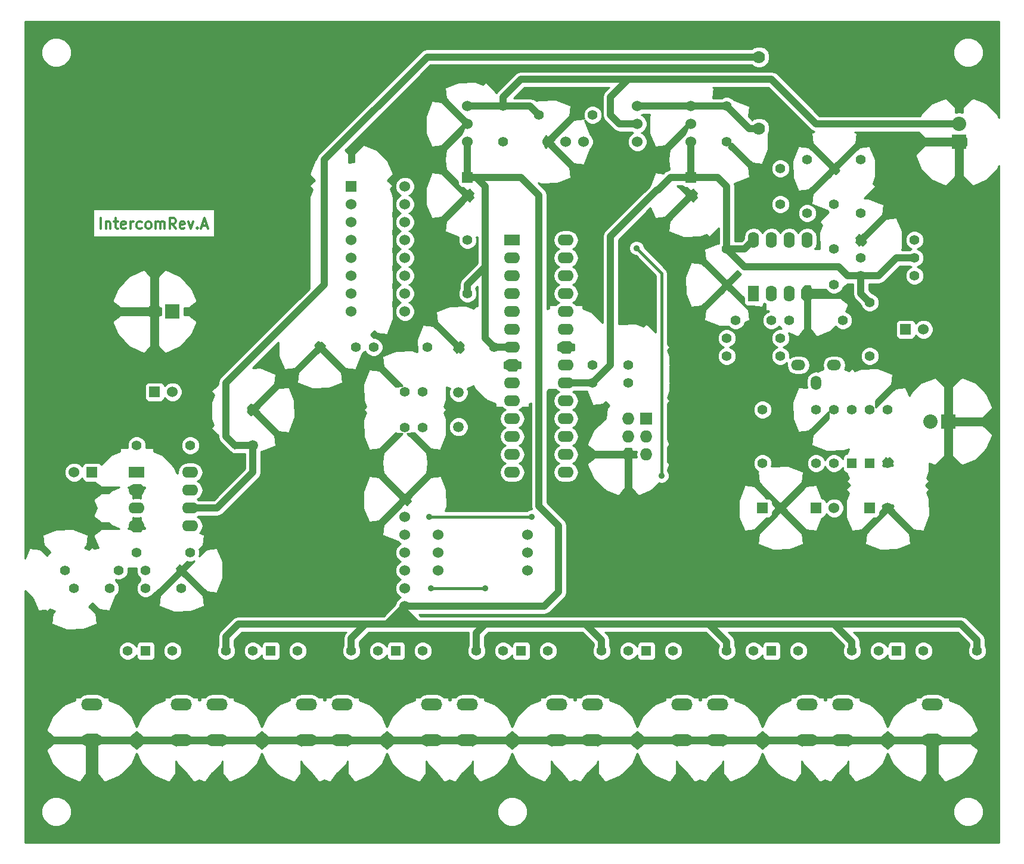
<source format=gtl>
%FSLAX34Y34*%
G04 Gerber Fmt 3.4, Leading zero omitted, Abs format*
G04 (created by PCBNEW (2014-03-19 BZR 4756)-product) date Fri 26 Dec 2014 10:56:14 GMT*
%MOIN*%
G01*
G70*
G90*
G04 APERTURE LIST*
%ADD10C,0.005906*%
%ADD11C,0.011811*%
%ADD12C,0.060000*%
%ADD13O,0.059100X0.078700*%
%ADD14O,0.078700X0.059100*%
%ADD15R,0.060000X0.060000*%
%ADD16R,0.055000X0.055000*%
%ADD17C,0.055000*%
%ADD18O,0.090000X0.062000*%
%ADD19R,0.090000X0.062000*%
%ADD20C,0.070000*%
%ADD21O,0.120000X0.068000*%
%ADD22R,0.062000X0.090000*%
%ADD23O,0.062000X0.090000*%
%ADD24C,0.059100*%
%ADD25R,0.080000X0.080000*%
%ADD26O,0.080000X0.080000*%
%ADD27R,0.068000X0.068000*%
%ADD28O,0.068000X0.068000*%
%ADD29C,0.035000*%
%ADD30C,0.040000*%
%ADD31C,0.015000*%
%ADD32C,0.010000*%
G04 APERTURE END LIST*
G54D10*
G54D11*
X34497Y-27867D02*
X34497Y-27276D01*
X34778Y-27473D02*
X34778Y-27867D01*
X34778Y-27529D02*
X34806Y-27501D01*
X34862Y-27473D01*
X34947Y-27473D01*
X35003Y-27501D01*
X35031Y-27557D01*
X35031Y-27867D01*
X35228Y-27473D02*
X35453Y-27473D01*
X35312Y-27276D02*
X35312Y-27782D01*
X35340Y-27839D01*
X35397Y-27867D01*
X35453Y-27867D01*
X35875Y-27839D02*
X35818Y-27867D01*
X35706Y-27867D01*
X35650Y-27839D01*
X35622Y-27782D01*
X35622Y-27557D01*
X35650Y-27501D01*
X35706Y-27473D01*
X35818Y-27473D01*
X35875Y-27501D01*
X35903Y-27557D01*
X35903Y-27614D01*
X35622Y-27670D01*
X36156Y-27867D02*
X36156Y-27473D01*
X36156Y-27585D02*
X36184Y-27529D01*
X36212Y-27501D01*
X36268Y-27473D01*
X36325Y-27473D01*
X36775Y-27839D02*
X36718Y-27867D01*
X36606Y-27867D01*
X36550Y-27839D01*
X36521Y-27810D01*
X36493Y-27754D01*
X36493Y-27585D01*
X36521Y-27529D01*
X36550Y-27501D01*
X36606Y-27473D01*
X36718Y-27473D01*
X36775Y-27501D01*
X37112Y-27867D02*
X37056Y-27839D01*
X37028Y-27810D01*
X37000Y-27754D01*
X37000Y-27585D01*
X37028Y-27529D01*
X37056Y-27501D01*
X37112Y-27473D01*
X37196Y-27473D01*
X37253Y-27501D01*
X37281Y-27529D01*
X37309Y-27585D01*
X37309Y-27754D01*
X37281Y-27810D01*
X37253Y-27839D01*
X37196Y-27867D01*
X37112Y-27867D01*
X37562Y-27867D02*
X37562Y-27473D01*
X37562Y-27529D02*
X37590Y-27501D01*
X37646Y-27473D01*
X37731Y-27473D01*
X37787Y-27501D01*
X37815Y-27557D01*
X37815Y-27867D01*
X37815Y-27557D02*
X37843Y-27501D01*
X37899Y-27473D01*
X37984Y-27473D01*
X38040Y-27501D01*
X38068Y-27557D01*
X38068Y-27867D01*
X38687Y-27867D02*
X38490Y-27585D01*
X38349Y-27867D02*
X38349Y-27276D01*
X38574Y-27276D01*
X38631Y-27304D01*
X38659Y-27332D01*
X38687Y-27389D01*
X38687Y-27473D01*
X38659Y-27529D01*
X38631Y-27557D01*
X38574Y-27585D01*
X38349Y-27585D01*
X39165Y-27839D02*
X39109Y-27867D01*
X38996Y-27867D01*
X38940Y-27839D01*
X38912Y-27782D01*
X38912Y-27557D01*
X38940Y-27501D01*
X38996Y-27473D01*
X39109Y-27473D01*
X39165Y-27501D01*
X39193Y-27557D01*
X39193Y-27614D01*
X38912Y-27670D01*
X39390Y-27473D02*
X39530Y-27867D01*
X39671Y-27473D01*
X39896Y-27810D02*
X39924Y-27839D01*
X39896Y-27867D01*
X39868Y-27839D01*
X39896Y-27810D01*
X39896Y-27867D01*
X40149Y-27698D02*
X40430Y-27698D01*
X40093Y-27867D02*
X40290Y-27276D01*
X40487Y-27867D01*
G54D10*
X42000Y-40200D02*
X42000Y-39800D01*
X41800Y-40000D02*
X42200Y-40000D01*
G54D12*
X51500Y-49000D03*
X51500Y-48000D03*
X51500Y-47000D03*
X51500Y-46000D03*
X51500Y-45000D03*
X51500Y-44000D03*
X51500Y-43000D03*
X55000Y-22000D03*
X55000Y-21000D03*
X55000Y-23000D03*
X67500Y-22000D03*
X67500Y-21000D03*
X67500Y-23000D03*
X64500Y-22000D03*
X64500Y-21000D03*
X64500Y-23000D03*
X60500Y-23000D03*
X59500Y-23000D03*
X61500Y-23000D03*
G54D13*
X74500Y-36500D03*
G54D14*
X75500Y-35500D03*
X73500Y-35500D03*
G54D15*
X79500Y-33500D03*
G54D12*
X80500Y-33500D03*
G54D15*
X77500Y-43500D03*
G54D12*
X78500Y-43500D03*
G54D15*
X71500Y-43500D03*
G54D12*
X72500Y-43500D03*
G54D15*
X34000Y-41500D03*
G54D12*
X33000Y-41500D03*
G54D15*
X74500Y-43500D03*
G54D12*
X75500Y-43500D03*
G54D15*
X37500Y-37000D03*
G54D12*
X38500Y-37000D03*
G54D15*
X55000Y-25000D03*
G54D12*
X55000Y-26000D03*
G54D15*
X67500Y-25000D03*
G54D12*
X67500Y-26000D03*
G54D16*
X76500Y-41000D03*
G54D17*
X76500Y-38000D03*
G54D16*
X77500Y-41000D03*
G54D17*
X77500Y-38000D03*
G54D16*
X72000Y-51500D03*
G54D17*
X71000Y-51500D03*
G54D16*
X79000Y-51500D03*
G54D17*
X78000Y-51500D03*
G54D16*
X58000Y-51500D03*
G54D17*
X57000Y-51500D03*
G54D18*
X57500Y-29500D03*
X57500Y-30500D03*
X57500Y-31500D03*
X57500Y-32500D03*
X57500Y-33500D03*
X57500Y-34500D03*
X57500Y-35500D03*
X57500Y-36500D03*
X57500Y-37500D03*
X57500Y-38500D03*
X57500Y-39500D03*
X57500Y-40500D03*
X57500Y-41500D03*
G54D19*
X57500Y-28500D03*
G54D18*
X60500Y-41500D03*
X60500Y-40500D03*
X60500Y-39500D03*
X60500Y-38500D03*
X60500Y-37500D03*
X60500Y-36500D03*
X60500Y-35500D03*
X60500Y-34500D03*
X60500Y-33500D03*
X60500Y-32500D03*
X60500Y-31500D03*
X60500Y-30500D03*
X60500Y-29500D03*
X60500Y-28500D03*
G54D20*
X71300Y-22250D03*
X71300Y-18250D03*
G54D17*
X77000Y-30500D03*
X80000Y-30500D03*
X49750Y-34500D03*
X52750Y-34500D03*
X77500Y-32000D03*
X77500Y-35000D03*
X78500Y-38000D03*
X78500Y-41000D03*
X35500Y-47000D03*
X32500Y-47000D03*
X73000Y-33000D03*
X76000Y-33000D03*
X74500Y-38000D03*
X74500Y-41000D03*
X66500Y-51500D03*
X69500Y-51500D03*
X75500Y-41000D03*
X75500Y-38000D03*
X39500Y-40000D03*
X36500Y-40000D03*
X71500Y-38000D03*
X71500Y-41000D03*
X39500Y-46000D03*
X36500Y-46000D03*
X69500Y-34000D03*
X72500Y-34000D03*
X69500Y-35000D03*
X72500Y-35000D03*
X77000Y-29500D03*
X80000Y-29500D03*
X77000Y-28500D03*
X80000Y-28500D03*
X77000Y-24000D03*
X77000Y-27000D03*
X74000Y-27000D03*
X74000Y-24000D03*
X59000Y-21500D03*
X62000Y-21500D03*
X55000Y-28500D03*
X55000Y-31500D03*
X73500Y-51500D03*
X76500Y-51500D03*
X80500Y-51500D03*
X83500Y-51500D03*
X59500Y-51500D03*
X62500Y-51500D03*
G54D21*
X74000Y-54500D03*
X74000Y-56500D03*
X69000Y-54500D03*
X69000Y-56500D03*
X81000Y-54500D03*
X81000Y-56500D03*
X76000Y-54500D03*
X76000Y-56500D03*
X60000Y-54500D03*
X60000Y-56500D03*
X55000Y-54500D03*
X55000Y-56500D03*
G54D19*
X36500Y-41500D03*
G54D18*
X36500Y-42500D03*
X36500Y-43500D03*
X36500Y-44500D03*
X39500Y-44500D03*
X39500Y-43500D03*
X39500Y-42500D03*
X39500Y-41500D03*
G54D22*
X71000Y-31500D03*
G54D23*
X72000Y-31500D03*
X73000Y-31500D03*
X74000Y-31500D03*
X74000Y-28500D03*
X73000Y-28500D03*
X72000Y-28500D03*
X71000Y-28500D03*
G54D24*
X54500Y-37039D03*
X54500Y-38961D03*
G54D16*
X65000Y-51500D03*
G54D17*
X64000Y-51500D03*
G54D25*
X81900Y-38650D03*
G54D26*
X80900Y-38650D03*
G54D25*
X38500Y-32500D03*
G54D26*
X37500Y-32500D03*
G54D25*
X82500Y-23000D03*
G54D26*
X82500Y-22000D03*
G54D27*
X65000Y-38500D03*
G54D28*
X64000Y-38500D03*
X65000Y-39500D03*
X64000Y-39500D03*
X65000Y-40500D03*
X64000Y-40500D03*
G54D21*
X67000Y-54500D03*
X67000Y-56500D03*
X62000Y-54500D03*
X62000Y-56500D03*
G54D17*
X48750Y-34500D03*
X46750Y-34500D03*
X37000Y-48000D03*
X39000Y-48000D03*
X35000Y-48000D03*
X33000Y-48000D03*
G54D24*
X43000Y-38000D03*
X43000Y-40000D03*
G54D17*
X37000Y-47000D03*
X39000Y-47000D03*
X69500Y-31000D03*
X69500Y-29000D03*
X70000Y-33000D03*
X72000Y-33000D03*
X75500Y-29000D03*
X75500Y-31000D03*
X72500Y-26500D03*
X72500Y-24500D03*
X75500Y-24500D03*
X75500Y-26500D03*
X57000Y-21000D03*
X57000Y-23000D03*
X69500Y-21000D03*
X69500Y-23000D03*
X56500Y-34500D03*
X54500Y-34500D03*
X62000Y-36500D03*
X64000Y-36500D03*
X62000Y-35500D03*
X64000Y-35500D03*
X52500Y-37000D03*
X51500Y-37000D03*
X52500Y-39000D03*
X51500Y-39000D03*
G54D16*
X51000Y-51500D03*
G54D17*
X50000Y-51500D03*
G54D16*
X44000Y-51500D03*
G54D17*
X43000Y-51500D03*
G54D16*
X37000Y-51500D03*
G54D17*
X36000Y-51500D03*
X52500Y-51500D03*
X55500Y-51500D03*
X45500Y-51500D03*
X48500Y-51500D03*
X38500Y-51500D03*
X41500Y-51500D03*
G54D21*
X53000Y-54500D03*
X53000Y-56500D03*
X48000Y-54500D03*
X48000Y-56500D03*
X46000Y-54500D03*
X46000Y-56500D03*
X41000Y-54500D03*
X41000Y-56500D03*
X39000Y-54500D03*
X39000Y-56500D03*
X34000Y-54500D03*
X34000Y-56500D03*
G54D15*
X48500Y-25500D03*
G54D12*
X48500Y-26500D03*
X48500Y-27500D03*
X48500Y-28500D03*
X48500Y-29500D03*
X48500Y-30500D03*
X48500Y-31500D03*
X48500Y-32500D03*
X51500Y-32500D03*
X51500Y-31500D03*
X51500Y-30500D03*
X51500Y-29500D03*
X51500Y-28500D03*
X51500Y-27500D03*
X51500Y-26500D03*
X51500Y-25500D03*
X53350Y-46000D03*
X58350Y-46000D03*
X53350Y-45000D03*
X58350Y-45000D03*
X53350Y-47000D03*
X58350Y-47000D03*
G54D20*
X64100Y-45750D03*
X68550Y-45700D03*
G54D29*
X52950Y-48000D03*
X56000Y-48000D03*
X65850Y-41700D03*
X64450Y-28950D03*
X58600Y-44000D03*
X52850Y-44000D03*
G54D30*
X68500Y-45750D02*
X64100Y-45750D01*
X68550Y-45700D02*
X68500Y-45750D01*
X71300Y-18250D02*
X52750Y-18250D01*
X42000Y-40000D02*
X43000Y-40000D01*
X41500Y-39500D02*
X42000Y-40000D01*
X41500Y-36500D02*
X41500Y-39500D01*
X47000Y-31000D02*
X41500Y-36500D01*
X47000Y-24000D02*
X47000Y-31000D01*
X52750Y-18250D02*
X47000Y-24000D01*
X43000Y-40000D02*
X43000Y-41500D01*
X41000Y-43500D02*
X39500Y-43500D01*
X43000Y-41500D02*
X41000Y-43500D01*
X69500Y-29000D02*
X69500Y-27900D01*
X67500Y-25000D02*
X69000Y-25000D01*
X69000Y-25000D02*
X69500Y-25500D01*
X69500Y-25500D02*
X69500Y-27900D01*
X67500Y-25000D02*
X66350Y-25000D01*
X63000Y-35500D02*
X62000Y-36500D01*
X63000Y-28300D02*
X63000Y-35500D01*
X65600Y-25700D02*
X63000Y-28300D01*
X65650Y-25700D02*
X65600Y-25700D01*
X66350Y-25000D02*
X65650Y-25700D01*
X77000Y-30500D02*
X77000Y-31500D01*
X77000Y-31500D02*
X77500Y-32000D01*
X77000Y-30500D02*
X76500Y-30500D01*
X80000Y-29500D02*
X79000Y-29500D01*
X70500Y-30000D02*
X69500Y-29000D01*
X76500Y-30500D02*
X76250Y-30500D01*
X76250Y-30500D02*
X75750Y-30000D01*
X75750Y-30000D02*
X70500Y-30000D01*
X78000Y-30500D02*
X76500Y-30500D01*
X79000Y-29500D02*
X78000Y-30500D01*
X69500Y-29000D02*
X70500Y-29000D01*
X70500Y-29000D02*
X71000Y-28500D01*
X62000Y-36500D02*
X60500Y-36500D01*
X67500Y-25000D02*
X67500Y-23000D01*
X64500Y-22000D02*
X63500Y-22000D01*
X63000Y-20500D02*
X64000Y-19500D01*
X63000Y-21500D02*
X63000Y-20500D01*
X63500Y-22000D02*
X63000Y-21500D01*
X57000Y-21000D02*
X58500Y-21000D01*
X58500Y-21000D02*
X59000Y-21500D01*
X82500Y-22000D02*
X74500Y-22000D01*
X57000Y-20500D02*
X57000Y-21000D01*
X58000Y-19500D02*
X57000Y-20500D01*
X72000Y-19500D02*
X64000Y-19500D01*
X64000Y-19500D02*
X58000Y-19500D01*
X74500Y-22000D02*
X72000Y-19500D01*
X57000Y-21000D02*
X55000Y-21000D01*
X51500Y-49000D02*
X51500Y-49600D01*
X51500Y-49600D02*
X51900Y-50000D01*
X51500Y-49000D02*
X51500Y-49500D01*
X51500Y-49500D02*
X51000Y-50000D01*
X51500Y-49000D02*
X51500Y-49300D01*
X51500Y-49300D02*
X52200Y-50000D01*
X55500Y-51500D02*
X55500Y-50500D01*
X55500Y-50500D02*
X56000Y-50000D01*
X62500Y-51500D02*
X62500Y-50900D01*
X62500Y-50900D02*
X61600Y-50000D01*
X69500Y-51500D02*
X69500Y-51000D01*
X69500Y-51000D02*
X68500Y-50000D01*
X76500Y-51500D02*
X76500Y-51000D01*
X76500Y-51000D02*
X75500Y-50000D01*
X50500Y-50000D02*
X51000Y-50000D01*
X51000Y-50000D02*
X51900Y-50000D01*
X51900Y-50000D02*
X52200Y-50000D01*
X52200Y-50000D02*
X56000Y-50000D01*
X56000Y-50000D02*
X61600Y-50000D01*
X61600Y-50000D02*
X68500Y-50000D01*
X68500Y-50000D02*
X75500Y-50000D01*
X75500Y-50000D02*
X82600Y-50000D01*
X83500Y-50900D02*
X83500Y-51500D01*
X82600Y-50000D02*
X83500Y-50900D01*
X48500Y-51500D02*
X48500Y-50800D01*
X49200Y-50100D02*
X49200Y-50000D01*
X49300Y-50000D02*
X49200Y-50100D01*
X48500Y-50800D02*
X49300Y-50000D01*
X41500Y-51500D02*
X41500Y-50700D01*
X50500Y-50000D02*
X51500Y-49000D01*
X42200Y-50000D02*
X49200Y-50000D01*
X49200Y-50000D02*
X50500Y-50000D01*
X41500Y-50700D02*
X42200Y-50000D01*
X59000Y-41000D02*
X59000Y-43400D01*
X59000Y-26000D02*
X59000Y-41000D01*
X58000Y-25000D02*
X59000Y-26000D01*
X55000Y-25000D02*
X58000Y-25000D01*
X59300Y-49000D02*
X51500Y-49000D01*
X60100Y-48200D02*
X59300Y-49000D01*
X60100Y-44500D02*
X60100Y-48200D01*
X59000Y-43400D02*
X60100Y-44500D01*
X55000Y-31500D02*
X55000Y-31000D01*
X55000Y-31000D02*
X56000Y-30000D01*
X55000Y-25000D02*
X55500Y-25000D01*
X56000Y-34000D02*
X56500Y-34500D01*
X56000Y-25500D02*
X56000Y-30000D01*
X56000Y-30000D02*
X56000Y-34000D01*
X55500Y-25000D02*
X56000Y-25500D01*
X56500Y-34500D02*
X57500Y-34500D01*
X55000Y-23000D02*
X55000Y-25000D01*
X69500Y-21000D02*
X67500Y-21000D01*
X67500Y-21000D02*
X64500Y-21000D01*
X71300Y-22250D02*
X70750Y-22250D01*
X70750Y-22250D02*
X69500Y-21000D01*
G54D31*
X56000Y-48000D02*
X52950Y-48000D01*
X65850Y-30350D02*
X65850Y-41700D01*
X64450Y-28950D02*
X65850Y-30350D01*
X52850Y-44000D02*
X58600Y-44000D01*
G54D10*
G36*
X36950Y-42368D02*
X36726Y-42655D01*
X36725Y-42655D01*
X36725Y-42656D01*
X36725Y-42954D01*
X36653Y-42940D01*
X36346Y-42940D01*
X36275Y-42954D01*
X36275Y-42656D01*
X36275Y-42655D01*
X36273Y-42655D01*
X36031Y-42345D01*
X36275Y-42345D01*
X36275Y-42190D01*
X36725Y-42190D01*
X36725Y-42345D01*
X36950Y-42345D01*
X36950Y-42368D01*
X36950Y-42368D01*
G37*
G54D32*
X36950Y-42368D02*
X36726Y-42655D01*
X36725Y-42655D01*
X36725Y-42656D01*
X36725Y-42954D01*
X36653Y-42940D01*
X36346Y-42940D01*
X36275Y-42954D01*
X36275Y-42656D01*
X36275Y-42655D01*
X36273Y-42655D01*
X36031Y-42345D01*
X36275Y-42345D01*
X36275Y-42190D01*
X36725Y-42190D01*
X36725Y-42345D01*
X36950Y-42345D01*
X36950Y-42368D01*
G54D10*
G36*
X36950Y-44655D02*
X36725Y-44655D01*
X36725Y-44810D01*
X36275Y-44810D01*
X36275Y-44655D01*
X36031Y-44655D01*
X36273Y-44345D01*
X36275Y-44345D01*
X36275Y-44343D01*
X36275Y-44045D01*
X36346Y-44060D01*
X36653Y-44060D01*
X36725Y-44045D01*
X36725Y-44343D01*
X36725Y-44345D01*
X36726Y-44345D01*
X36950Y-44631D01*
X36950Y-44655D01*
X36950Y-44655D01*
G37*
G54D32*
X36950Y-44655D02*
X36725Y-44655D01*
X36725Y-44810D01*
X36275Y-44810D01*
X36275Y-44655D01*
X36031Y-44655D01*
X36273Y-44345D01*
X36275Y-44345D01*
X36275Y-44343D01*
X36275Y-44045D01*
X36346Y-44060D01*
X36653Y-44060D01*
X36725Y-44045D01*
X36725Y-44343D01*
X36725Y-44345D01*
X36726Y-44345D01*
X36950Y-44631D01*
X36950Y-44655D01*
G54D10*
G36*
X57950Y-35655D02*
X57725Y-35655D01*
X57725Y-35810D01*
X57275Y-35810D01*
X57275Y-35655D01*
X57050Y-35655D01*
X57050Y-35345D01*
X57275Y-35345D01*
X57275Y-35190D01*
X57725Y-35190D01*
X57725Y-35345D01*
X57950Y-35345D01*
X57950Y-35655D01*
X57950Y-35655D01*
G37*
G54D32*
X57950Y-35655D02*
X57725Y-35655D01*
X57725Y-35810D01*
X57275Y-35810D01*
X57275Y-35655D01*
X57050Y-35655D01*
X57050Y-35345D01*
X57275Y-35345D01*
X57275Y-35190D01*
X57725Y-35190D01*
X57725Y-35345D01*
X57950Y-35345D01*
X57950Y-35655D01*
G54D10*
G36*
X60950Y-34655D02*
X60725Y-34655D01*
X60725Y-34810D01*
X60275Y-34810D01*
X60275Y-34655D01*
X60050Y-34655D01*
X60050Y-34345D01*
X60275Y-34345D01*
X60275Y-34190D01*
X60725Y-34190D01*
X60725Y-34345D01*
X60950Y-34345D01*
X60950Y-34655D01*
X60950Y-34655D01*
G37*
G54D32*
X60950Y-34655D02*
X60725Y-34655D01*
X60725Y-34810D01*
X60275Y-34810D01*
X60275Y-34655D01*
X60050Y-34655D01*
X60050Y-34345D01*
X60275Y-34345D01*
X60275Y-34190D01*
X60725Y-34190D01*
X60725Y-34345D01*
X60950Y-34345D01*
X60950Y-34655D01*
G54D10*
G36*
X67327Y-22171D02*
X67189Y-22522D01*
X66278Y-23433D01*
X66220Y-23975D01*
X66215Y-23977D01*
X66218Y-24000D01*
X66215Y-24022D01*
X66220Y-24024D01*
X66278Y-24564D01*
X66177Y-24584D01*
X66031Y-24681D01*
X65947Y-24765D01*
X65477Y-24715D01*
X65179Y-25483D01*
X62681Y-27981D01*
X62584Y-28127D01*
X62550Y-28300D01*
X62550Y-33138D01*
X62525Y-33113D01*
X62525Y-21396D01*
X62445Y-21203D01*
X62297Y-21055D01*
X62104Y-20975D01*
X61896Y-20974D01*
X61703Y-21054D01*
X61555Y-21202D01*
X61475Y-21395D01*
X61474Y-21603D01*
X61521Y-21715D01*
X60933Y-21778D01*
X59712Y-23000D01*
X60933Y-24221D01*
X61522Y-24284D01*
X61857Y-23420D01*
X61965Y-23311D01*
X62049Y-23109D01*
X62050Y-22891D01*
X61966Y-22688D01*
X61840Y-22562D01*
X61838Y-22477D01*
X61557Y-21800D01*
X61702Y-21944D01*
X61895Y-22024D01*
X62103Y-22025D01*
X62297Y-21945D01*
X62444Y-21797D01*
X62524Y-21604D01*
X62525Y-21396D01*
X62525Y-33113D01*
X61943Y-32535D01*
X61450Y-32333D01*
X61450Y-32140D01*
X61073Y-32140D01*
X61049Y-32104D01*
X60894Y-31999D01*
X61049Y-31895D01*
X61171Y-31714D01*
X61213Y-31500D01*
X61171Y-31285D01*
X61049Y-31104D01*
X60894Y-30999D01*
X61049Y-30895D01*
X61171Y-30714D01*
X61213Y-30500D01*
X61171Y-30285D01*
X61049Y-30104D01*
X60894Y-30000D01*
X61049Y-29895D01*
X61171Y-29714D01*
X61213Y-29500D01*
X61171Y-29285D01*
X61049Y-29104D01*
X60894Y-29000D01*
X61049Y-28895D01*
X61171Y-28714D01*
X61213Y-28500D01*
X61171Y-28285D01*
X61049Y-28104D01*
X60868Y-27982D01*
X60653Y-27940D01*
X60346Y-27940D01*
X60131Y-27982D01*
X59950Y-28104D01*
X59828Y-28285D01*
X59786Y-28500D01*
X59828Y-28714D01*
X59950Y-28895D01*
X60105Y-29000D01*
X59950Y-29104D01*
X59828Y-29285D01*
X59786Y-29500D01*
X59828Y-29714D01*
X59950Y-29895D01*
X60105Y-30000D01*
X59950Y-30104D01*
X59828Y-30285D01*
X59786Y-30500D01*
X59828Y-30714D01*
X59950Y-30895D01*
X60105Y-31000D01*
X59950Y-31104D01*
X59828Y-31285D01*
X59786Y-31500D01*
X59828Y-31714D01*
X59950Y-31895D01*
X60105Y-31999D01*
X59950Y-32104D01*
X59926Y-32140D01*
X59549Y-32140D01*
X59549Y-32333D01*
X59450Y-32374D01*
X59450Y-26000D01*
X59415Y-25827D01*
X59318Y-25681D01*
X58939Y-25302D01*
X59087Y-25360D01*
X60022Y-25338D01*
X60784Y-25022D01*
X60721Y-24433D01*
X59500Y-23212D01*
X59393Y-23318D01*
X59330Y-23254D01*
X59320Y-22754D01*
X59393Y-22681D01*
X59500Y-22787D01*
X60721Y-21566D01*
X60784Y-20977D01*
X59912Y-20639D01*
X58977Y-20661D01*
X58850Y-20714D01*
X58818Y-20681D01*
X58672Y-20584D01*
X58500Y-20550D01*
X57586Y-20550D01*
X58186Y-19950D01*
X62913Y-19950D01*
X62681Y-20181D01*
X62584Y-20327D01*
X62550Y-20500D01*
X62550Y-21500D01*
X62584Y-21672D01*
X62681Y-21818D01*
X63181Y-22318D01*
X63327Y-22415D01*
X63500Y-22450D01*
X64172Y-22450D01*
X64188Y-22465D01*
X64269Y-22499D01*
X64188Y-22533D01*
X64034Y-22688D01*
X63950Y-22890D01*
X63949Y-23108D01*
X64033Y-23311D01*
X64188Y-23465D01*
X64390Y-23549D01*
X64608Y-23550D01*
X64811Y-23466D01*
X64965Y-23311D01*
X65049Y-23109D01*
X65050Y-22891D01*
X64966Y-22688D01*
X64811Y-22534D01*
X64730Y-22500D01*
X64811Y-22466D01*
X64965Y-22311D01*
X65049Y-22109D01*
X65050Y-21891D01*
X64966Y-21688D01*
X64811Y-21534D01*
X64730Y-21500D01*
X64811Y-21466D01*
X64827Y-21450D01*
X65192Y-21450D01*
X65139Y-21587D01*
X65161Y-22522D01*
X65477Y-23284D01*
X66066Y-23221D01*
X67222Y-22065D01*
X67327Y-22171D01*
X67327Y-22171D01*
G37*
G54D32*
X67327Y-22171D02*
X67189Y-22522D01*
X66278Y-23433D01*
X66220Y-23975D01*
X66215Y-23977D01*
X66218Y-24000D01*
X66215Y-24022D01*
X66220Y-24024D01*
X66278Y-24564D01*
X66177Y-24584D01*
X66031Y-24681D01*
X65947Y-24765D01*
X65477Y-24715D01*
X65179Y-25483D01*
X62681Y-27981D01*
X62584Y-28127D01*
X62550Y-28300D01*
X62550Y-33138D01*
X62525Y-33113D01*
X62525Y-21396D01*
X62445Y-21203D01*
X62297Y-21055D01*
X62104Y-20975D01*
X61896Y-20974D01*
X61703Y-21054D01*
X61555Y-21202D01*
X61475Y-21395D01*
X61474Y-21603D01*
X61521Y-21715D01*
X60933Y-21778D01*
X59712Y-23000D01*
X60933Y-24221D01*
X61522Y-24284D01*
X61857Y-23420D01*
X61965Y-23311D01*
X62049Y-23109D01*
X62050Y-22891D01*
X61966Y-22688D01*
X61840Y-22562D01*
X61838Y-22477D01*
X61557Y-21800D01*
X61702Y-21944D01*
X61895Y-22024D01*
X62103Y-22025D01*
X62297Y-21945D01*
X62444Y-21797D01*
X62524Y-21604D01*
X62525Y-21396D01*
X62525Y-33113D01*
X61943Y-32535D01*
X61450Y-32333D01*
X61450Y-32140D01*
X61073Y-32140D01*
X61049Y-32104D01*
X60894Y-31999D01*
X61049Y-31895D01*
X61171Y-31714D01*
X61213Y-31500D01*
X61171Y-31285D01*
X61049Y-31104D01*
X60894Y-30999D01*
X61049Y-30895D01*
X61171Y-30714D01*
X61213Y-30500D01*
X61171Y-30285D01*
X61049Y-30104D01*
X60894Y-30000D01*
X61049Y-29895D01*
X61171Y-29714D01*
X61213Y-29500D01*
X61171Y-29285D01*
X61049Y-29104D01*
X60894Y-29000D01*
X61049Y-28895D01*
X61171Y-28714D01*
X61213Y-28500D01*
X61171Y-28285D01*
X61049Y-28104D01*
X60868Y-27982D01*
X60653Y-27940D01*
X60346Y-27940D01*
X60131Y-27982D01*
X59950Y-28104D01*
X59828Y-28285D01*
X59786Y-28500D01*
X59828Y-28714D01*
X59950Y-28895D01*
X60105Y-29000D01*
X59950Y-29104D01*
X59828Y-29285D01*
X59786Y-29500D01*
X59828Y-29714D01*
X59950Y-29895D01*
X60105Y-30000D01*
X59950Y-30104D01*
X59828Y-30285D01*
X59786Y-30500D01*
X59828Y-30714D01*
X59950Y-30895D01*
X60105Y-31000D01*
X59950Y-31104D01*
X59828Y-31285D01*
X59786Y-31500D01*
X59828Y-31714D01*
X59950Y-31895D01*
X60105Y-31999D01*
X59950Y-32104D01*
X59926Y-32140D01*
X59549Y-32140D01*
X59549Y-32333D01*
X59450Y-32374D01*
X59450Y-26000D01*
X59415Y-25827D01*
X59318Y-25681D01*
X58939Y-25302D01*
X59087Y-25360D01*
X60022Y-25338D01*
X60784Y-25022D01*
X60721Y-24433D01*
X59500Y-23212D01*
X59393Y-23318D01*
X59330Y-23254D01*
X59320Y-22754D01*
X59393Y-22681D01*
X59500Y-22787D01*
X60721Y-21566D01*
X60784Y-20977D01*
X59912Y-20639D01*
X58977Y-20661D01*
X58850Y-20714D01*
X58818Y-20681D01*
X58672Y-20584D01*
X58500Y-20550D01*
X57586Y-20550D01*
X58186Y-19950D01*
X62913Y-19950D01*
X62681Y-20181D01*
X62584Y-20327D01*
X62550Y-20500D01*
X62550Y-21500D01*
X62584Y-21672D01*
X62681Y-21818D01*
X63181Y-22318D01*
X63327Y-22415D01*
X63500Y-22450D01*
X64172Y-22450D01*
X64188Y-22465D01*
X64269Y-22499D01*
X64188Y-22533D01*
X64034Y-22688D01*
X63950Y-22890D01*
X63949Y-23108D01*
X64033Y-23311D01*
X64188Y-23465D01*
X64390Y-23549D01*
X64608Y-23550D01*
X64811Y-23466D01*
X64965Y-23311D01*
X65049Y-23109D01*
X65050Y-22891D01*
X64966Y-22688D01*
X64811Y-22534D01*
X64730Y-22500D01*
X64811Y-22466D01*
X64965Y-22311D01*
X65049Y-22109D01*
X65050Y-21891D01*
X64966Y-21688D01*
X64811Y-21534D01*
X64730Y-21500D01*
X64811Y-21466D01*
X64827Y-21450D01*
X65192Y-21450D01*
X65139Y-21587D01*
X65161Y-22522D01*
X65477Y-23284D01*
X66066Y-23221D01*
X67222Y-22065D01*
X67327Y-22171D01*
G54D10*
G36*
X78791Y-41097D02*
X78745Y-41143D01*
X78265Y-41154D01*
X78208Y-41097D01*
X78305Y-41000D01*
X78208Y-40902D01*
X78402Y-40708D01*
X78500Y-40805D01*
X78597Y-40708D01*
X78791Y-40902D01*
X78694Y-41000D01*
X78791Y-41097D01*
X78791Y-41097D01*
G37*
G54D32*
X78791Y-41097D02*
X78745Y-41143D01*
X78265Y-41154D01*
X78208Y-41097D01*
X78305Y-41000D01*
X78208Y-40902D01*
X78402Y-40708D01*
X78500Y-40805D01*
X78597Y-40708D01*
X78791Y-40902D01*
X78694Y-41000D01*
X78791Y-41097D01*
G54D10*
G36*
X84730Y-62230D02*
X84350Y-62230D01*
X84350Y-39457D01*
X84350Y-39362D01*
X84350Y-37937D01*
X84350Y-37842D01*
X84037Y-37088D01*
X83461Y-36512D01*
X82707Y-36200D01*
X82612Y-36200D01*
X82300Y-36512D01*
X82300Y-24937D01*
X82300Y-23200D01*
X80562Y-23200D01*
X80050Y-23712D01*
X80050Y-23807D01*
X80362Y-24561D01*
X80938Y-25137D01*
X81692Y-25450D01*
X81787Y-25450D01*
X82300Y-24937D01*
X82300Y-36512D01*
X82100Y-36712D01*
X82100Y-38450D01*
X83837Y-38450D01*
X84350Y-37937D01*
X84350Y-39362D01*
X83837Y-38850D01*
X82100Y-38850D01*
X82100Y-40587D01*
X82612Y-41100D01*
X82707Y-41100D01*
X83461Y-40787D01*
X84037Y-40211D01*
X84350Y-39457D01*
X84350Y-62230D01*
X83840Y-62230D01*
X83840Y-60333D01*
X83712Y-60024D01*
X83588Y-59899D01*
X83588Y-57040D01*
X83588Y-55959D01*
X83215Y-55129D01*
X82541Y-54485D01*
X81950Y-54255D01*
X81950Y-54110D01*
X81712Y-54110D01*
X81693Y-54082D01*
X81502Y-53954D01*
X81276Y-53910D01*
X81025Y-53910D01*
X81025Y-51396D01*
X80945Y-51203D01*
X80797Y-51055D01*
X80604Y-50975D01*
X80396Y-50974D01*
X80203Y-51054D01*
X80055Y-51202D01*
X79975Y-51395D01*
X79974Y-51603D01*
X80054Y-51797D01*
X80202Y-51944D01*
X80395Y-52024D01*
X80603Y-52025D01*
X80797Y-51945D01*
X80944Y-51797D01*
X81024Y-51604D01*
X81025Y-51396D01*
X81025Y-53910D01*
X80723Y-53910D01*
X80497Y-53954D01*
X80306Y-54082D01*
X80287Y-54110D01*
X80049Y-54110D01*
X80049Y-54255D01*
X79525Y-54459D01*
X79525Y-51824D01*
X79525Y-51725D01*
X79525Y-51175D01*
X79486Y-51083D01*
X79416Y-51013D01*
X79324Y-50975D01*
X79225Y-50975D01*
X78675Y-50975D01*
X78583Y-51013D01*
X78513Y-51083D01*
X78475Y-51175D01*
X78475Y-51274D01*
X78475Y-51274D01*
X78445Y-51203D01*
X78297Y-51055D01*
X78104Y-50975D01*
X77896Y-50974D01*
X77703Y-51054D01*
X77555Y-51202D01*
X77475Y-51395D01*
X77474Y-51603D01*
X77554Y-51797D01*
X77702Y-51944D01*
X77895Y-52024D01*
X78103Y-52025D01*
X78297Y-51945D01*
X78444Y-51797D01*
X78475Y-51725D01*
X78475Y-51824D01*
X78513Y-51916D01*
X78583Y-51986D01*
X78675Y-52025D01*
X78774Y-52025D01*
X79324Y-52025D01*
X79416Y-51986D01*
X79486Y-51916D01*
X79525Y-51824D01*
X79525Y-54459D01*
X79458Y-54485D01*
X78784Y-55129D01*
X78499Y-55763D01*
X78215Y-55129D01*
X77541Y-54485D01*
X76950Y-54255D01*
X76950Y-54110D01*
X76712Y-54110D01*
X76693Y-54082D01*
X76502Y-53954D01*
X76276Y-53910D01*
X75723Y-53910D01*
X75497Y-53954D01*
X75306Y-54082D01*
X75287Y-54110D01*
X75049Y-54110D01*
X75049Y-54255D01*
X75000Y-54275D01*
X74950Y-54255D01*
X74950Y-54110D01*
X74712Y-54110D01*
X74693Y-54082D01*
X74502Y-53954D01*
X74276Y-53910D01*
X74025Y-53910D01*
X74025Y-51396D01*
X73945Y-51203D01*
X73797Y-51055D01*
X73604Y-50975D01*
X73396Y-50974D01*
X73203Y-51054D01*
X73055Y-51202D01*
X72975Y-51395D01*
X72974Y-51603D01*
X73054Y-51797D01*
X73202Y-51944D01*
X73395Y-52024D01*
X73603Y-52025D01*
X73797Y-51945D01*
X73944Y-51797D01*
X74024Y-51604D01*
X74025Y-51396D01*
X74025Y-53910D01*
X73723Y-53910D01*
X73497Y-53954D01*
X73306Y-54082D01*
X73287Y-54110D01*
X73049Y-54110D01*
X73049Y-54255D01*
X72525Y-54459D01*
X72525Y-51824D01*
X72525Y-51725D01*
X72525Y-51175D01*
X72486Y-51083D01*
X72416Y-51013D01*
X72324Y-50975D01*
X72225Y-50975D01*
X71675Y-50975D01*
X71583Y-51013D01*
X71513Y-51083D01*
X71475Y-51175D01*
X71475Y-51274D01*
X71475Y-51274D01*
X71445Y-51203D01*
X71297Y-51055D01*
X71104Y-50975D01*
X70896Y-50974D01*
X70703Y-51054D01*
X70555Y-51202D01*
X70475Y-51395D01*
X70474Y-51603D01*
X70554Y-51797D01*
X70702Y-51944D01*
X70895Y-52024D01*
X71103Y-52025D01*
X71297Y-51945D01*
X71444Y-51797D01*
X71475Y-51725D01*
X71475Y-51824D01*
X71513Y-51916D01*
X71583Y-51986D01*
X71675Y-52025D01*
X71774Y-52025D01*
X72324Y-52025D01*
X72416Y-51986D01*
X72486Y-51916D01*
X72525Y-51824D01*
X72525Y-54459D01*
X72458Y-54485D01*
X71784Y-55129D01*
X71500Y-55763D01*
X71215Y-55129D01*
X70541Y-54485D01*
X69950Y-54255D01*
X69950Y-54110D01*
X69712Y-54110D01*
X69693Y-54082D01*
X69502Y-53954D01*
X69276Y-53910D01*
X68723Y-53910D01*
X68497Y-53954D01*
X68306Y-54082D01*
X68287Y-54110D01*
X68049Y-54110D01*
X68049Y-54255D01*
X68000Y-54275D01*
X67950Y-54255D01*
X67950Y-54110D01*
X67712Y-54110D01*
X67693Y-54082D01*
X67502Y-53954D01*
X67276Y-53910D01*
X67025Y-53910D01*
X67025Y-51396D01*
X66945Y-51203D01*
X66797Y-51055D01*
X66604Y-50975D01*
X66396Y-50974D01*
X66203Y-51054D01*
X66055Y-51202D01*
X65975Y-51395D01*
X65974Y-51603D01*
X66054Y-51797D01*
X66202Y-51944D01*
X66395Y-52024D01*
X66603Y-52025D01*
X66797Y-51945D01*
X66944Y-51797D01*
X67024Y-51604D01*
X67025Y-51396D01*
X67025Y-53910D01*
X66723Y-53910D01*
X66497Y-53954D01*
X66306Y-54082D01*
X66287Y-54110D01*
X66049Y-54110D01*
X66049Y-54255D01*
X65525Y-54459D01*
X65525Y-51824D01*
X65525Y-51725D01*
X65525Y-51175D01*
X65486Y-51083D01*
X65416Y-51013D01*
X65324Y-50975D01*
X65225Y-50975D01*
X64675Y-50975D01*
X64583Y-51013D01*
X64513Y-51083D01*
X64475Y-51175D01*
X64475Y-51274D01*
X64475Y-51274D01*
X64445Y-51203D01*
X64297Y-51055D01*
X64104Y-50975D01*
X63896Y-50974D01*
X63703Y-51054D01*
X63555Y-51202D01*
X63475Y-51395D01*
X63474Y-51603D01*
X63554Y-51797D01*
X63702Y-51944D01*
X63895Y-52024D01*
X64103Y-52025D01*
X64297Y-51945D01*
X64444Y-51797D01*
X64475Y-51725D01*
X64475Y-51824D01*
X64513Y-51916D01*
X64583Y-51986D01*
X64675Y-52025D01*
X64774Y-52025D01*
X65324Y-52025D01*
X65416Y-51986D01*
X65486Y-51916D01*
X65525Y-51824D01*
X65525Y-54459D01*
X65458Y-54485D01*
X64784Y-55129D01*
X64499Y-55763D01*
X64215Y-55129D01*
X63541Y-54485D01*
X62950Y-54255D01*
X62950Y-54110D01*
X62712Y-54110D01*
X62693Y-54082D01*
X62502Y-53954D01*
X62276Y-53910D01*
X61723Y-53910D01*
X61497Y-53954D01*
X61306Y-54082D01*
X61287Y-54110D01*
X61049Y-54110D01*
X61049Y-54255D01*
X60999Y-54275D01*
X60950Y-54255D01*
X60950Y-54110D01*
X60712Y-54110D01*
X60693Y-54082D01*
X60502Y-53954D01*
X60276Y-53910D01*
X60025Y-53910D01*
X60025Y-51396D01*
X59945Y-51203D01*
X59797Y-51055D01*
X59604Y-50975D01*
X59396Y-50974D01*
X59203Y-51054D01*
X59055Y-51202D01*
X58975Y-51395D01*
X58974Y-51603D01*
X59054Y-51797D01*
X59202Y-51944D01*
X59395Y-52024D01*
X59603Y-52025D01*
X59797Y-51945D01*
X59944Y-51797D01*
X60024Y-51604D01*
X60025Y-51396D01*
X60025Y-53910D01*
X59723Y-53910D01*
X59497Y-53954D01*
X59306Y-54082D01*
X59287Y-54110D01*
X59049Y-54110D01*
X59049Y-54255D01*
X58525Y-54459D01*
X58525Y-51824D01*
X58525Y-51725D01*
X58525Y-51175D01*
X58486Y-51083D01*
X58416Y-51013D01*
X58324Y-50975D01*
X58225Y-50975D01*
X57675Y-50975D01*
X57583Y-51013D01*
X57513Y-51083D01*
X57475Y-51175D01*
X57475Y-51274D01*
X57475Y-51274D01*
X57445Y-51203D01*
X57297Y-51055D01*
X57104Y-50975D01*
X56896Y-50974D01*
X56703Y-51054D01*
X56555Y-51202D01*
X56475Y-51395D01*
X56474Y-51603D01*
X56554Y-51797D01*
X56702Y-51944D01*
X56895Y-52024D01*
X57103Y-52025D01*
X57297Y-51945D01*
X57444Y-51797D01*
X57475Y-51725D01*
X57475Y-51824D01*
X57513Y-51916D01*
X57583Y-51986D01*
X57675Y-52025D01*
X57774Y-52025D01*
X58324Y-52025D01*
X58416Y-51986D01*
X58486Y-51916D01*
X58525Y-51824D01*
X58525Y-54459D01*
X58458Y-54485D01*
X57784Y-55129D01*
X57500Y-55763D01*
X57215Y-55129D01*
X56541Y-54485D01*
X55950Y-54255D01*
X55950Y-54110D01*
X55712Y-54110D01*
X55693Y-54082D01*
X55502Y-53954D01*
X55276Y-53910D01*
X54723Y-53910D01*
X54497Y-53954D01*
X54306Y-54082D01*
X54287Y-54110D01*
X54049Y-54110D01*
X54049Y-54255D01*
X53999Y-54275D01*
X53950Y-54255D01*
X53950Y-54110D01*
X53712Y-54110D01*
X53693Y-54082D01*
X53502Y-53954D01*
X53276Y-53910D01*
X53025Y-53910D01*
X53025Y-51396D01*
X52945Y-51203D01*
X52797Y-51055D01*
X52604Y-50975D01*
X52396Y-50974D01*
X52203Y-51054D01*
X52055Y-51202D01*
X51975Y-51395D01*
X51974Y-51603D01*
X52054Y-51797D01*
X52202Y-51944D01*
X52395Y-52024D01*
X52603Y-52025D01*
X52797Y-51945D01*
X52944Y-51797D01*
X53024Y-51604D01*
X53025Y-51396D01*
X53025Y-53910D01*
X52723Y-53910D01*
X52497Y-53954D01*
X52306Y-54082D01*
X52287Y-54110D01*
X52049Y-54110D01*
X52049Y-54255D01*
X51525Y-54459D01*
X51525Y-51824D01*
X51525Y-51725D01*
X51525Y-51175D01*
X51486Y-51083D01*
X51416Y-51013D01*
X51324Y-50975D01*
X51225Y-50975D01*
X50675Y-50975D01*
X50583Y-51013D01*
X50513Y-51083D01*
X50475Y-51175D01*
X50475Y-51274D01*
X50475Y-51274D01*
X50445Y-51203D01*
X50297Y-51055D01*
X50104Y-50975D01*
X49896Y-50974D01*
X49703Y-51054D01*
X49555Y-51202D01*
X49475Y-51395D01*
X49474Y-51603D01*
X49554Y-51797D01*
X49702Y-51944D01*
X49895Y-52024D01*
X50103Y-52025D01*
X50297Y-51945D01*
X50444Y-51797D01*
X50475Y-51725D01*
X50475Y-51824D01*
X50513Y-51916D01*
X50583Y-51986D01*
X50675Y-52025D01*
X50774Y-52025D01*
X51324Y-52025D01*
X51416Y-51986D01*
X51486Y-51916D01*
X51525Y-51824D01*
X51525Y-54459D01*
X51458Y-54485D01*
X50784Y-55129D01*
X50500Y-55763D01*
X50215Y-55129D01*
X49541Y-54485D01*
X48950Y-54255D01*
X48950Y-54110D01*
X48712Y-54110D01*
X48693Y-54082D01*
X48502Y-53954D01*
X48276Y-53910D01*
X47723Y-53910D01*
X47497Y-53954D01*
X47306Y-54082D01*
X47287Y-54110D01*
X47049Y-54110D01*
X47049Y-54255D01*
X46999Y-54275D01*
X46950Y-54255D01*
X46950Y-54110D01*
X46712Y-54110D01*
X46693Y-54082D01*
X46502Y-53954D01*
X46276Y-53910D01*
X46025Y-53910D01*
X46025Y-51396D01*
X45945Y-51203D01*
X45797Y-51055D01*
X45604Y-50975D01*
X45396Y-50974D01*
X45203Y-51054D01*
X45055Y-51202D01*
X44975Y-51395D01*
X44974Y-51603D01*
X45054Y-51797D01*
X45202Y-51944D01*
X45395Y-52024D01*
X45603Y-52025D01*
X45797Y-51945D01*
X45944Y-51797D01*
X46024Y-51604D01*
X46025Y-51396D01*
X46025Y-53910D01*
X45723Y-53910D01*
X45497Y-53954D01*
X45306Y-54082D01*
X45287Y-54110D01*
X45049Y-54110D01*
X45049Y-54255D01*
X44525Y-54459D01*
X44525Y-51824D01*
X44525Y-51725D01*
X44525Y-51175D01*
X44486Y-51083D01*
X44416Y-51013D01*
X44324Y-50975D01*
X44225Y-50975D01*
X43675Y-50975D01*
X43583Y-51013D01*
X43513Y-51083D01*
X43475Y-51175D01*
X43475Y-51274D01*
X43475Y-51274D01*
X43445Y-51203D01*
X43297Y-51055D01*
X43104Y-50975D01*
X42896Y-50974D01*
X42703Y-51054D01*
X42555Y-51202D01*
X42475Y-51395D01*
X42474Y-51603D01*
X42554Y-51797D01*
X42702Y-51944D01*
X42895Y-52024D01*
X43103Y-52025D01*
X43297Y-51945D01*
X43444Y-51797D01*
X43475Y-51725D01*
X43475Y-51824D01*
X43513Y-51916D01*
X43583Y-51986D01*
X43675Y-52025D01*
X43774Y-52025D01*
X44324Y-52025D01*
X44416Y-51986D01*
X44486Y-51916D01*
X44525Y-51824D01*
X44525Y-54459D01*
X44458Y-54485D01*
X43784Y-55129D01*
X43500Y-55763D01*
X43215Y-55129D01*
X42541Y-54485D01*
X41950Y-54255D01*
X41950Y-54110D01*
X41712Y-54110D01*
X41693Y-54082D01*
X41502Y-53954D01*
X41276Y-53910D01*
X40723Y-53910D01*
X40497Y-53954D01*
X40306Y-54082D01*
X40287Y-54110D01*
X40279Y-54110D01*
X40279Y-48995D01*
X40213Y-48407D01*
X39000Y-47194D01*
X37786Y-48407D01*
X37720Y-48995D01*
X38581Y-49333D01*
X39506Y-49315D01*
X40279Y-48995D01*
X40279Y-54110D01*
X40049Y-54110D01*
X40049Y-54255D01*
X39999Y-54275D01*
X39950Y-54255D01*
X39950Y-54110D01*
X39712Y-54110D01*
X39693Y-54082D01*
X39502Y-53954D01*
X39276Y-53910D01*
X39025Y-53910D01*
X39025Y-51396D01*
X38945Y-51203D01*
X38797Y-51055D01*
X38604Y-50975D01*
X38396Y-50974D01*
X38203Y-51054D01*
X38055Y-51202D01*
X37975Y-51395D01*
X37974Y-51603D01*
X38054Y-51797D01*
X38202Y-51944D01*
X38395Y-52024D01*
X38603Y-52025D01*
X38797Y-51945D01*
X38944Y-51797D01*
X39024Y-51604D01*
X39025Y-51396D01*
X39025Y-53910D01*
X38723Y-53910D01*
X38497Y-53954D01*
X38306Y-54082D01*
X38287Y-54110D01*
X38049Y-54110D01*
X38049Y-54255D01*
X37525Y-54459D01*
X37525Y-51824D01*
X37525Y-51725D01*
X37525Y-51175D01*
X37486Y-51083D01*
X37416Y-51013D01*
X37324Y-50975D01*
X37225Y-50975D01*
X36675Y-50975D01*
X36583Y-51013D01*
X36513Y-51083D01*
X36475Y-51175D01*
X36475Y-51274D01*
X36475Y-51274D01*
X36445Y-51203D01*
X36297Y-51055D01*
X36104Y-50975D01*
X35896Y-50974D01*
X35703Y-51054D01*
X35555Y-51202D01*
X35475Y-51395D01*
X35474Y-51603D01*
X35554Y-51797D01*
X35702Y-51944D01*
X35895Y-52024D01*
X36103Y-52025D01*
X36297Y-51945D01*
X36444Y-51797D01*
X36475Y-51725D01*
X36475Y-51824D01*
X36513Y-51916D01*
X36583Y-51986D01*
X36675Y-52025D01*
X36774Y-52025D01*
X37324Y-52025D01*
X37416Y-51986D01*
X37486Y-51916D01*
X37525Y-51824D01*
X37525Y-54459D01*
X37458Y-54485D01*
X36784Y-55129D01*
X36500Y-55763D01*
X36215Y-55129D01*
X35541Y-54485D01*
X34950Y-54255D01*
X34950Y-54110D01*
X34712Y-54110D01*
X34693Y-54082D01*
X34502Y-53954D01*
X34276Y-53910D01*
X33723Y-53910D01*
X33497Y-53954D01*
X33306Y-54082D01*
X33287Y-54110D01*
X33049Y-54110D01*
X33049Y-54255D01*
X32458Y-54485D01*
X31784Y-55129D01*
X31411Y-55959D01*
X31870Y-56330D01*
X33700Y-56330D01*
X33700Y-56160D01*
X34300Y-56160D01*
X34300Y-56330D01*
X36129Y-56330D01*
X36500Y-56030D01*
X36870Y-56330D01*
X38700Y-56330D01*
X38700Y-56192D01*
X38870Y-56330D01*
X39300Y-56330D01*
X40700Y-56330D01*
X41129Y-56330D01*
X41300Y-56192D01*
X41300Y-56330D01*
X43129Y-56330D01*
X43500Y-56030D01*
X43870Y-56330D01*
X45700Y-56330D01*
X45700Y-56192D01*
X45870Y-56330D01*
X46300Y-56330D01*
X47700Y-56330D01*
X48129Y-56330D01*
X48300Y-56192D01*
X48300Y-56330D01*
X50129Y-56330D01*
X50500Y-56030D01*
X50870Y-56330D01*
X52700Y-56330D01*
X52700Y-56192D01*
X52870Y-56330D01*
X53300Y-56330D01*
X54700Y-56330D01*
X55129Y-56330D01*
X55300Y-56192D01*
X55300Y-56330D01*
X57129Y-56330D01*
X57500Y-56030D01*
X57870Y-56330D01*
X59700Y-56330D01*
X59700Y-56192D01*
X59870Y-56330D01*
X60300Y-56330D01*
X61700Y-56330D01*
X62129Y-56330D01*
X62300Y-56192D01*
X62300Y-56330D01*
X64129Y-56330D01*
X64500Y-56030D01*
X64870Y-56330D01*
X66700Y-56330D01*
X66700Y-56192D01*
X66870Y-56330D01*
X67300Y-56330D01*
X68700Y-56330D01*
X69129Y-56330D01*
X69300Y-56192D01*
X69300Y-56330D01*
X71129Y-56330D01*
X71500Y-56030D01*
X71870Y-56330D01*
X73700Y-56330D01*
X73700Y-56192D01*
X73870Y-56330D01*
X74300Y-56330D01*
X75700Y-56330D01*
X76129Y-56330D01*
X76300Y-56192D01*
X76300Y-56330D01*
X78129Y-56330D01*
X78500Y-56030D01*
X78870Y-56330D01*
X80700Y-56330D01*
X80700Y-56160D01*
X81300Y-56160D01*
X81300Y-56330D01*
X83129Y-56330D01*
X83588Y-55959D01*
X83588Y-57040D01*
X83129Y-56670D01*
X81300Y-56670D01*
X81300Y-58374D01*
X81672Y-58851D01*
X82541Y-58514D01*
X83215Y-57870D01*
X83588Y-57040D01*
X83588Y-59899D01*
X83476Y-59787D01*
X83167Y-59659D01*
X82833Y-59659D01*
X82524Y-59787D01*
X82287Y-60023D01*
X82159Y-60332D01*
X82159Y-60666D01*
X82287Y-60975D01*
X82523Y-61212D01*
X82832Y-61340D01*
X83166Y-61340D01*
X83475Y-61212D01*
X83712Y-60976D01*
X83840Y-60667D01*
X83840Y-60333D01*
X83840Y-62230D01*
X80700Y-62230D01*
X80700Y-58374D01*
X80700Y-56670D01*
X78870Y-56670D01*
X78500Y-56969D01*
X78129Y-56670D01*
X76300Y-56670D01*
X76300Y-56807D01*
X76129Y-56670D01*
X75700Y-56670D01*
X74300Y-56670D01*
X73870Y-56670D01*
X73700Y-56807D01*
X73700Y-56670D01*
X71870Y-56670D01*
X71500Y-56969D01*
X71129Y-56670D01*
X69300Y-56670D01*
X69300Y-56807D01*
X69129Y-56670D01*
X68700Y-56670D01*
X67300Y-56670D01*
X66870Y-56670D01*
X66700Y-56807D01*
X66700Y-56670D01*
X64870Y-56670D01*
X64500Y-56969D01*
X64129Y-56670D01*
X62300Y-56670D01*
X62300Y-56807D01*
X62129Y-56670D01*
X61700Y-56670D01*
X60300Y-56670D01*
X59870Y-56670D01*
X59700Y-56807D01*
X59700Y-56670D01*
X57870Y-56670D01*
X57500Y-56969D01*
X57129Y-56670D01*
X55300Y-56670D01*
X55300Y-56807D01*
X55129Y-56670D01*
X54700Y-56670D01*
X53300Y-56670D01*
X52870Y-56670D01*
X52700Y-56807D01*
X52700Y-56670D01*
X50870Y-56670D01*
X50500Y-56969D01*
X50129Y-56670D01*
X48300Y-56670D01*
X48300Y-56807D01*
X48129Y-56670D01*
X47700Y-56670D01*
X46300Y-56670D01*
X45870Y-56670D01*
X45700Y-56807D01*
X45700Y-56670D01*
X43870Y-56670D01*
X43500Y-56969D01*
X43129Y-56670D01*
X41300Y-56670D01*
X41300Y-56807D01*
X41129Y-56670D01*
X40700Y-56670D01*
X39300Y-56670D01*
X38870Y-56670D01*
X38700Y-56807D01*
X38700Y-56670D01*
X36870Y-56670D01*
X36500Y-56969D01*
X36129Y-56670D01*
X34300Y-56670D01*
X34300Y-58374D01*
X34672Y-58851D01*
X35541Y-58514D01*
X36215Y-57870D01*
X36500Y-57236D01*
X36784Y-57870D01*
X37458Y-58514D01*
X38327Y-58851D01*
X38700Y-58374D01*
X38700Y-57681D01*
X38784Y-57870D01*
X39300Y-58363D01*
X39300Y-58374D01*
X39672Y-58851D01*
X40000Y-58724D01*
X40327Y-58851D01*
X40700Y-58374D01*
X40700Y-58363D01*
X41215Y-57870D01*
X41300Y-57681D01*
X41300Y-58374D01*
X41672Y-58851D01*
X42541Y-58514D01*
X43215Y-57870D01*
X43500Y-57236D01*
X43784Y-57870D01*
X44458Y-58514D01*
X45327Y-58851D01*
X45700Y-58374D01*
X45700Y-57681D01*
X45784Y-57870D01*
X46300Y-58363D01*
X46300Y-58374D01*
X46672Y-58851D01*
X47000Y-58724D01*
X47327Y-58851D01*
X47700Y-58374D01*
X47700Y-58363D01*
X48215Y-57870D01*
X48300Y-57681D01*
X48300Y-58374D01*
X48672Y-58851D01*
X49541Y-58514D01*
X50215Y-57870D01*
X50500Y-57236D01*
X50784Y-57870D01*
X51458Y-58514D01*
X52327Y-58851D01*
X52700Y-58374D01*
X52700Y-57681D01*
X52784Y-57870D01*
X53300Y-58363D01*
X53300Y-58374D01*
X53672Y-58851D01*
X54000Y-58724D01*
X54327Y-58851D01*
X54700Y-58374D01*
X54700Y-58363D01*
X55215Y-57870D01*
X55300Y-57681D01*
X55300Y-58374D01*
X55672Y-58851D01*
X56541Y-58514D01*
X57215Y-57870D01*
X57500Y-57236D01*
X57784Y-57870D01*
X58458Y-58514D01*
X59327Y-58851D01*
X59700Y-58374D01*
X59700Y-57681D01*
X59784Y-57870D01*
X60300Y-58363D01*
X60300Y-58374D01*
X60672Y-58851D01*
X61000Y-58724D01*
X61327Y-58851D01*
X61700Y-58374D01*
X61700Y-58363D01*
X62215Y-57870D01*
X62300Y-57681D01*
X62300Y-58374D01*
X62672Y-58851D01*
X63541Y-58514D01*
X64215Y-57870D01*
X64499Y-57236D01*
X64784Y-57870D01*
X65458Y-58514D01*
X66327Y-58851D01*
X66700Y-58374D01*
X66700Y-57681D01*
X66784Y-57870D01*
X67300Y-58363D01*
X67300Y-58374D01*
X67672Y-58851D01*
X68000Y-58724D01*
X68327Y-58851D01*
X68700Y-58374D01*
X68700Y-58363D01*
X69215Y-57870D01*
X69300Y-57681D01*
X69300Y-58374D01*
X69672Y-58851D01*
X70541Y-58514D01*
X71215Y-57870D01*
X71500Y-57236D01*
X71784Y-57870D01*
X72458Y-58514D01*
X73327Y-58851D01*
X73700Y-58374D01*
X73700Y-57681D01*
X73784Y-57870D01*
X74300Y-58363D01*
X74300Y-58374D01*
X74672Y-58851D01*
X75000Y-58724D01*
X75327Y-58851D01*
X75700Y-58374D01*
X75700Y-58363D01*
X76215Y-57870D01*
X76300Y-57681D01*
X76300Y-58374D01*
X76672Y-58851D01*
X77541Y-58514D01*
X78215Y-57870D01*
X78499Y-57236D01*
X78784Y-57870D01*
X79458Y-58514D01*
X80327Y-58851D01*
X80700Y-58374D01*
X80700Y-62230D01*
X58340Y-62230D01*
X58340Y-60333D01*
X58212Y-60024D01*
X57976Y-59787D01*
X57667Y-59659D01*
X57333Y-59659D01*
X57024Y-59787D01*
X56787Y-60023D01*
X56659Y-60332D01*
X56659Y-60666D01*
X56787Y-60975D01*
X57023Y-61212D01*
X57332Y-61340D01*
X57666Y-61340D01*
X57975Y-61212D01*
X58212Y-60976D01*
X58340Y-60667D01*
X58340Y-60333D01*
X58340Y-62230D01*
X33700Y-62230D01*
X33700Y-58374D01*
X33700Y-56670D01*
X31870Y-56670D01*
X31411Y-57040D01*
X31784Y-57870D01*
X32458Y-58514D01*
X33327Y-58851D01*
X33700Y-58374D01*
X33700Y-62230D01*
X32840Y-62230D01*
X32840Y-60333D01*
X32712Y-60024D01*
X32476Y-59787D01*
X32167Y-59659D01*
X31833Y-59659D01*
X31524Y-59787D01*
X31287Y-60023D01*
X31159Y-60332D01*
X31159Y-60666D01*
X31287Y-60975D01*
X31523Y-61212D01*
X31832Y-61340D01*
X32166Y-61340D01*
X32475Y-61212D01*
X32712Y-60976D01*
X32840Y-60667D01*
X32840Y-60333D01*
X32840Y-62230D01*
X30269Y-62230D01*
X30269Y-48120D01*
X30704Y-48555D01*
X31004Y-49279D01*
X31385Y-49236D01*
X31496Y-49347D01*
X31671Y-49172D01*
X31923Y-49271D01*
X31786Y-49407D01*
X31720Y-49995D01*
X32581Y-50333D01*
X33506Y-50315D01*
X34279Y-49995D01*
X34213Y-49407D01*
X33828Y-49022D01*
X34022Y-48828D01*
X34407Y-49213D01*
X34995Y-49279D01*
X35333Y-48418D01*
X35333Y-48409D01*
X35444Y-48297D01*
X35524Y-48104D01*
X35525Y-47896D01*
X35445Y-47703D01*
X35317Y-47574D01*
X35315Y-47493D01*
X35314Y-47491D01*
X35395Y-47524D01*
X35603Y-47525D01*
X35797Y-47445D01*
X35944Y-47297D01*
X36024Y-47104D01*
X36025Y-46896D01*
X36010Y-46860D01*
X36489Y-46860D01*
X36475Y-46895D01*
X36474Y-47103D01*
X36554Y-47297D01*
X36682Y-47425D01*
X36684Y-47506D01*
X36704Y-47554D01*
X36703Y-47554D01*
X36555Y-47702D01*
X36475Y-47895D01*
X36474Y-48103D01*
X36554Y-48297D01*
X36702Y-48444D01*
X36895Y-48524D01*
X37103Y-48525D01*
X37297Y-48445D01*
X37444Y-48297D01*
X37474Y-48226D01*
X37592Y-48213D01*
X38805Y-47000D01*
X38708Y-46902D01*
X38902Y-46708D01*
X39000Y-46805D01*
X39314Y-46491D01*
X39395Y-46524D01*
X39603Y-46525D01*
X39715Y-46479D01*
X39194Y-47000D01*
X40407Y-48213D01*
X40995Y-48279D01*
X41333Y-47418D01*
X41315Y-46493D01*
X40995Y-45720D01*
X40407Y-45786D01*
X39978Y-46215D01*
X40024Y-46104D01*
X40025Y-45896D01*
X39991Y-45814D01*
X40213Y-45592D01*
X40279Y-45004D01*
X40032Y-44907D01*
X40049Y-44895D01*
X40171Y-44714D01*
X40213Y-44500D01*
X40171Y-44285D01*
X40049Y-44104D01*
X39894Y-43999D01*
X39968Y-43950D01*
X41000Y-43950D01*
X41172Y-43915D01*
X41318Y-43818D01*
X43318Y-41818D01*
X43415Y-41672D01*
X43450Y-41500D01*
X43450Y-40335D01*
X43519Y-40334D01*
X44283Y-40017D01*
X44220Y-39428D01*
X43000Y-38208D01*
X42895Y-38313D01*
X42686Y-38104D01*
X42791Y-38000D01*
X42686Y-37895D01*
X42895Y-37686D01*
X43000Y-37791D01*
X44220Y-36571D01*
X44283Y-35982D01*
X43413Y-35644D01*
X42982Y-35654D01*
X44419Y-34217D01*
X44434Y-35006D01*
X44754Y-35779D01*
X45342Y-35713D01*
X46555Y-34500D01*
X46458Y-34402D01*
X46652Y-34208D01*
X46750Y-34305D01*
X46834Y-34221D01*
X47028Y-34415D01*
X46944Y-34500D01*
X48157Y-35713D01*
X48745Y-35779D01*
X49083Y-34918D01*
X49083Y-34909D01*
X49194Y-34797D01*
X49210Y-34760D01*
X49278Y-34732D01*
X49304Y-34797D01*
X49452Y-34944D01*
X49645Y-35024D01*
X49853Y-35025D01*
X50047Y-34945D01*
X50194Y-34797D01*
X50274Y-34604D01*
X50275Y-34396D01*
X50195Y-34203D01*
X50047Y-34055D01*
X49854Y-33975D01*
X49725Y-33974D01*
X49721Y-33933D01*
X49587Y-33799D01*
X49799Y-33587D01*
X49933Y-33721D01*
X50522Y-33784D01*
X50860Y-32912D01*
X50851Y-32535D01*
X50865Y-32521D01*
X50850Y-32507D01*
X50838Y-31977D01*
X50836Y-31973D01*
X50860Y-31912D01*
X50851Y-31535D01*
X50865Y-31521D01*
X50850Y-31507D01*
X50850Y-31493D01*
X50865Y-31478D01*
X50849Y-31462D01*
X50838Y-30977D01*
X50836Y-30973D01*
X50860Y-30912D01*
X50851Y-30535D01*
X50865Y-30521D01*
X50850Y-30507D01*
X50850Y-30493D01*
X50865Y-30478D01*
X50849Y-30462D01*
X50838Y-29977D01*
X50836Y-29973D01*
X50860Y-29912D01*
X50851Y-29535D01*
X50865Y-29521D01*
X50850Y-29507D01*
X50850Y-29493D01*
X50865Y-29478D01*
X50849Y-29462D01*
X50838Y-28977D01*
X50836Y-28973D01*
X50860Y-28912D01*
X50851Y-28535D01*
X50865Y-28521D01*
X50850Y-28507D01*
X50850Y-28493D01*
X50865Y-28478D01*
X50849Y-28462D01*
X50838Y-27977D01*
X50836Y-27973D01*
X50860Y-27912D01*
X50851Y-27535D01*
X50865Y-27521D01*
X50850Y-27507D01*
X50850Y-27493D01*
X50865Y-27478D01*
X50849Y-27462D01*
X50838Y-26977D01*
X50836Y-26973D01*
X50860Y-26912D01*
X50850Y-26493D01*
X50865Y-26478D01*
X50849Y-26462D01*
X50844Y-26221D01*
X50850Y-26207D01*
X50850Y-26162D01*
X50842Y-26155D01*
X50838Y-25977D01*
X50699Y-25643D01*
X50865Y-25478D01*
X50537Y-25150D01*
X50850Y-24837D01*
X50850Y-24792D01*
X50537Y-24038D01*
X49961Y-23462D01*
X49207Y-23150D01*
X49162Y-23150D01*
X48650Y-23662D01*
X48650Y-24145D01*
X48350Y-24152D01*
X48350Y-23662D01*
X48161Y-23474D01*
X48486Y-23150D01*
X52936Y-18700D01*
X70901Y-18700D01*
X70959Y-18758D01*
X71180Y-18849D01*
X71418Y-18850D01*
X71639Y-18758D01*
X71808Y-18590D01*
X71899Y-18369D01*
X71900Y-18131D01*
X71808Y-17910D01*
X71640Y-17741D01*
X71419Y-17650D01*
X71181Y-17649D01*
X70960Y-17741D01*
X70901Y-17800D01*
X52750Y-17800D01*
X52577Y-17834D01*
X52431Y-17931D01*
X46681Y-23681D01*
X46584Y-23827D01*
X46562Y-23938D01*
X46462Y-24038D01*
X46150Y-24792D01*
X46150Y-24837D01*
X46462Y-25150D01*
X46134Y-25478D01*
X46308Y-25651D01*
X46139Y-26087D01*
X46148Y-26464D01*
X46134Y-26478D01*
X46149Y-26492D01*
X46161Y-27022D01*
X46163Y-27026D01*
X46139Y-27087D01*
X46148Y-27464D01*
X46134Y-27478D01*
X46149Y-27492D01*
X46149Y-27506D01*
X46134Y-27521D01*
X46150Y-27537D01*
X46161Y-28022D01*
X46163Y-28026D01*
X46139Y-28087D01*
X46148Y-28464D01*
X46134Y-28478D01*
X46149Y-28492D01*
X46149Y-28506D01*
X46134Y-28521D01*
X46150Y-28537D01*
X46161Y-29022D01*
X46163Y-29026D01*
X46139Y-29087D01*
X46148Y-29464D01*
X46134Y-29478D01*
X46149Y-29492D01*
X46149Y-29506D01*
X46134Y-29521D01*
X46150Y-29537D01*
X46161Y-30022D01*
X46163Y-30026D01*
X46139Y-30087D01*
X46148Y-30464D01*
X46134Y-30478D01*
X46149Y-30492D01*
X46149Y-30506D01*
X46134Y-30521D01*
X46150Y-30537D01*
X46161Y-31022D01*
X46163Y-31026D01*
X46139Y-31087D01*
X46142Y-31220D01*
X41181Y-36181D01*
X41084Y-36327D01*
X41050Y-36500D01*
X41050Y-36569D01*
X40852Y-36766D01*
X40852Y-28322D01*
X40852Y-26759D01*
X34047Y-26759D01*
X34047Y-28322D01*
X40852Y-28322D01*
X40852Y-36766D01*
X40637Y-36981D01*
X40811Y-37155D01*
X40644Y-37586D01*
X40665Y-38519D01*
X40803Y-38852D01*
X40637Y-39018D01*
X41050Y-39430D01*
X41050Y-39500D01*
X41084Y-39672D01*
X41181Y-39818D01*
X41681Y-40318D01*
X41827Y-40415D01*
X41830Y-40416D01*
X41893Y-40458D01*
X42000Y-40479D01*
X42106Y-40458D01*
X42119Y-40450D01*
X42550Y-40450D01*
X42550Y-41313D01*
X40813Y-43050D01*
X39968Y-43050D01*
X39894Y-42999D01*
X40049Y-42895D01*
X40171Y-42714D01*
X40213Y-42500D01*
X40171Y-42285D01*
X40049Y-42104D01*
X39894Y-41999D01*
X40049Y-41895D01*
X40171Y-41714D01*
X40213Y-41500D01*
X40171Y-41285D01*
X40049Y-41104D01*
X40025Y-41087D01*
X40025Y-39896D01*
X39945Y-39703D01*
X39880Y-39638D01*
X39880Y-33079D01*
X39427Y-32700D01*
X39150Y-32700D01*
X39150Y-32300D01*
X39427Y-32300D01*
X39880Y-31920D01*
X39593Y-31226D01*
X38946Y-30522D01*
X38079Y-30119D01*
X37700Y-30570D01*
X37700Y-32300D01*
X37850Y-32300D01*
X37850Y-32700D01*
X37700Y-32700D01*
X37700Y-34429D01*
X38079Y-34880D01*
X38946Y-34477D01*
X39593Y-33773D01*
X39880Y-33079D01*
X39880Y-39638D01*
X39797Y-39555D01*
X39604Y-39475D01*
X39396Y-39474D01*
X39203Y-39554D01*
X39055Y-39702D01*
X39050Y-39714D01*
X39050Y-36891D01*
X38966Y-36688D01*
X38811Y-36534D01*
X38609Y-36450D01*
X38391Y-36449D01*
X38188Y-36533D01*
X38050Y-36672D01*
X38050Y-36650D01*
X38011Y-36558D01*
X37941Y-36488D01*
X37849Y-36450D01*
X37750Y-36450D01*
X37300Y-36450D01*
X37300Y-34429D01*
X37300Y-32700D01*
X37300Y-32300D01*
X37300Y-30570D01*
X36920Y-30119D01*
X36053Y-30522D01*
X35406Y-31226D01*
X35119Y-31920D01*
X35572Y-32300D01*
X37300Y-32300D01*
X37300Y-32700D01*
X35572Y-32700D01*
X35119Y-33079D01*
X35406Y-33773D01*
X36053Y-34477D01*
X36920Y-34880D01*
X37300Y-34429D01*
X37300Y-36450D01*
X37150Y-36450D01*
X37058Y-36488D01*
X36988Y-36558D01*
X36950Y-36650D01*
X36950Y-36749D01*
X36950Y-37349D01*
X36988Y-37441D01*
X37058Y-37511D01*
X37150Y-37550D01*
X37249Y-37550D01*
X37849Y-37550D01*
X37941Y-37511D01*
X38011Y-37441D01*
X38050Y-37349D01*
X38050Y-37327D01*
X38188Y-37465D01*
X38390Y-37549D01*
X38608Y-37550D01*
X38811Y-37466D01*
X38965Y-37311D01*
X39049Y-37109D01*
X39050Y-36891D01*
X39050Y-39714D01*
X38975Y-39895D01*
X38974Y-40103D01*
X39054Y-40297D01*
X39202Y-40444D01*
X39395Y-40524D01*
X39603Y-40525D01*
X39797Y-40445D01*
X39944Y-40297D01*
X40024Y-40104D01*
X40025Y-39896D01*
X40025Y-41087D01*
X39868Y-40982D01*
X39653Y-40940D01*
X39346Y-40940D01*
X39131Y-40982D01*
X38950Y-41104D01*
X38828Y-41285D01*
X38786Y-41500D01*
X38796Y-41549D01*
X38755Y-41549D01*
X38595Y-41183D01*
X37943Y-40535D01*
X37450Y-40333D01*
X37450Y-40140D01*
X37025Y-40140D01*
X37010Y-40140D01*
X37024Y-40104D01*
X37025Y-39896D01*
X36945Y-39703D01*
X36797Y-39555D01*
X36604Y-39475D01*
X36396Y-39474D01*
X36203Y-39554D01*
X36055Y-39702D01*
X35975Y-39895D01*
X35974Y-40103D01*
X35989Y-40140D01*
X35549Y-40140D01*
X35549Y-40333D01*
X35056Y-40535D01*
X34517Y-41071D01*
X34511Y-41058D01*
X34441Y-40988D01*
X34349Y-40950D01*
X34250Y-40950D01*
X33650Y-40950D01*
X33558Y-40988D01*
X33488Y-41058D01*
X33450Y-41150D01*
X33450Y-41172D01*
X33311Y-41034D01*
X33109Y-40950D01*
X32891Y-40949D01*
X32840Y-40970D01*
X32840Y-17833D01*
X32712Y-17524D01*
X32476Y-17287D01*
X32167Y-17159D01*
X31833Y-17159D01*
X31524Y-17287D01*
X31287Y-17523D01*
X31159Y-17832D01*
X31159Y-18166D01*
X31287Y-18475D01*
X31523Y-18712D01*
X31832Y-18840D01*
X32166Y-18840D01*
X32475Y-18712D01*
X32712Y-18476D01*
X32840Y-18167D01*
X32840Y-17833D01*
X32840Y-40970D01*
X32688Y-41033D01*
X32534Y-41188D01*
X32450Y-41390D01*
X32449Y-41608D01*
X32533Y-41811D01*
X32688Y-41965D01*
X32890Y-42049D01*
X33108Y-42050D01*
X33311Y-41966D01*
X33450Y-41827D01*
X33450Y-41849D01*
X33488Y-41941D01*
X33558Y-42011D01*
X33650Y-42050D01*
X33749Y-42050D01*
X34148Y-42050D01*
X34519Y-42345D01*
X35520Y-42345D01*
X35056Y-42535D01*
X34936Y-42655D01*
X34519Y-42655D01*
X34058Y-43021D01*
X34266Y-43500D01*
X34058Y-43978D01*
X34519Y-44345D01*
X34936Y-44345D01*
X35056Y-44464D01*
X35520Y-44655D01*
X34519Y-44655D01*
X34058Y-45021D01*
X34368Y-45734D01*
X34114Y-45763D01*
X34003Y-45652D01*
X33828Y-45827D01*
X33576Y-45728D01*
X33713Y-45592D01*
X33779Y-45004D01*
X32918Y-44666D01*
X31993Y-44684D01*
X31220Y-45004D01*
X31286Y-45592D01*
X31671Y-45977D01*
X31477Y-46171D01*
X31092Y-45786D01*
X30504Y-45720D01*
X30269Y-46318D01*
X30269Y-16269D01*
X84730Y-16269D01*
X84730Y-21661D01*
X84637Y-21438D01*
X84061Y-20862D01*
X83840Y-20770D01*
X83840Y-17833D01*
X83712Y-17524D01*
X83476Y-17287D01*
X83167Y-17159D01*
X82833Y-17159D01*
X82524Y-17287D01*
X82287Y-17523D01*
X82159Y-17832D01*
X82159Y-18166D01*
X82287Y-18475D01*
X82523Y-18712D01*
X82832Y-18840D01*
X83166Y-18840D01*
X83475Y-18712D01*
X83712Y-18476D01*
X83840Y-18167D01*
X83840Y-17833D01*
X83840Y-20770D01*
X83307Y-20550D01*
X83212Y-20550D01*
X82700Y-21062D01*
X82700Y-21377D01*
X82500Y-21337D01*
X82300Y-21377D01*
X82300Y-21062D01*
X81787Y-20550D01*
X81692Y-20550D01*
X80938Y-20862D01*
X80362Y-21438D01*
X80316Y-21550D01*
X74686Y-21550D01*
X72318Y-19181D01*
X72172Y-19084D01*
X72000Y-19050D01*
X64000Y-19050D01*
X58000Y-19050D01*
X57827Y-19084D01*
X57681Y-19181D01*
X56681Y-20181D01*
X56636Y-20249D01*
X56021Y-19634D01*
X55848Y-19808D01*
X55412Y-19639D01*
X54477Y-19661D01*
X53715Y-19977D01*
X53778Y-20566D01*
X54930Y-21718D01*
X54718Y-21930D01*
X53566Y-20778D01*
X52977Y-20715D01*
X52639Y-21587D01*
X52661Y-22522D01*
X52977Y-23284D01*
X53566Y-23221D01*
X54722Y-22065D01*
X54787Y-22131D01*
X54827Y-22171D01*
X54787Y-22272D01*
X54689Y-22522D01*
X53778Y-23433D01*
X53720Y-23975D01*
X53715Y-23977D01*
X53718Y-24000D01*
X53715Y-24022D01*
X53720Y-24024D01*
X53778Y-24566D01*
X54450Y-25237D01*
X54450Y-25349D01*
X54488Y-25441D01*
X54558Y-25511D01*
X54650Y-25550D01*
X54749Y-25550D01*
X54762Y-25550D01*
X55000Y-25787D01*
X55106Y-25681D01*
X55318Y-25893D01*
X55212Y-26000D01*
X55318Y-26106D01*
X55106Y-26318D01*
X55000Y-26212D01*
X54787Y-26424D01*
X54787Y-26000D01*
X53566Y-24778D01*
X52977Y-24715D01*
X52639Y-25587D01*
X52661Y-26522D01*
X52977Y-27284D01*
X53566Y-27221D01*
X54787Y-26000D01*
X54787Y-26424D01*
X53778Y-27433D01*
X53715Y-28022D01*
X54503Y-28327D01*
X54475Y-28395D01*
X54474Y-28603D01*
X54554Y-28797D01*
X54702Y-28944D01*
X54895Y-29024D01*
X55103Y-29025D01*
X55297Y-28945D01*
X55444Y-28797D01*
X55524Y-28604D01*
X55525Y-28396D01*
X55501Y-28338D01*
X55522Y-28338D01*
X55550Y-28326D01*
X55550Y-29813D01*
X54681Y-30681D01*
X54584Y-30827D01*
X54550Y-31000D01*
X54550Y-31214D01*
X54475Y-31395D01*
X54474Y-31603D01*
X54554Y-31797D01*
X54702Y-31944D01*
X54895Y-32024D01*
X55103Y-32025D01*
X55297Y-31945D01*
X55444Y-31797D01*
X55524Y-31604D01*
X55525Y-31396D01*
X55450Y-31214D01*
X55450Y-31186D01*
X55550Y-31086D01*
X55550Y-32198D01*
X55503Y-32152D01*
X55328Y-32327D01*
X54918Y-32166D01*
X53993Y-32184D01*
X53220Y-32504D01*
X53286Y-33092D01*
X54500Y-34305D01*
X54597Y-34208D01*
X54791Y-34402D01*
X54694Y-34500D01*
X54791Y-34597D01*
X54597Y-34791D01*
X54500Y-34694D01*
X54402Y-34791D01*
X54208Y-34597D01*
X54305Y-34500D01*
X53092Y-33286D01*
X52504Y-33220D01*
X52166Y-34081D01*
X52179Y-34769D01*
X52050Y-34718D01*
X52050Y-32391D01*
X51966Y-32188D01*
X51811Y-32034D01*
X51730Y-32000D01*
X51811Y-31966D01*
X51965Y-31811D01*
X52049Y-31609D01*
X52050Y-31391D01*
X51966Y-31188D01*
X51811Y-31034D01*
X51730Y-31000D01*
X51811Y-30966D01*
X51965Y-30811D01*
X52049Y-30609D01*
X52050Y-30391D01*
X51966Y-30188D01*
X51811Y-30034D01*
X51730Y-30000D01*
X51811Y-29966D01*
X51965Y-29811D01*
X52049Y-29609D01*
X52050Y-29391D01*
X51966Y-29188D01*
X51811Y-29034D01*
X51730Y-29000D01*
X51811Y-28966D01*
X51965Y-28811D01*
X52049Y-28609D01*
X52050Y-28391D01*
X51966Y-28188D01*
X51811Y-28034D01*
X51730Y-28000D01*
X51811Y-27966D01*
X51965Y-27811D01*
X52049Y-27609D01*
X52050Y-27391D01*
X51966Y-27188D01*
X51811Y-27034D01*
X51730Y-27000D01*
X51811Y-26966D01*
X51965Y-26811D01*
X52049Y-26609D01*
X52050Y-26391D01*
X51966Y-26188D01*
X51811Y-26034D01*
X51730Y-26000D01*
X51811Y-25966D01*
X51965Y-25811D01*
X52049Y-25609D01*
X52050Y-25391D01*
X51966Y-25188D01*
X51811Y-25034D01*
X51609Y-24950D01*
X51391Y-24949D01*
X51188Y-25033D01*
X51034Y-25188D01*
X50950Y-25390D01*
X50949Y-25608D01*
X51033Y-25811D01*
X51188Y-25965D01*
X51269Y-25999D01*
X51188Y-26033D01*
X51034Y-26188D01*
X50950Y-26390D01*
X50949Y-26608D01*
X51033Y-26811D01*
X51188Y-26965D01*
X51269Y-26999D01*
X51188Y-27033D01*
X51034Y-27188D01*
X50950Y-27390D01*
X50949Y-27608D01*
X51033Y-27811D01*
X51188Y-27965D01*
X51269Y-27999D01*
X51188Y-28033D01*
X51034Y-28188D01*
X50950Y-28390D01*
X50949Y-28608D01*
X51033Y-28811D01*
X51188Y-28965D01*
X51269Y-28999D01*
X51188Y-29033D01*
X51034Y-29188D01*
X50950Y-29390D01*
X50949Y-29608D01*
X51033Y-29811D01*
X51188Y-29965D01*
X51269Y-29999D01*
X51188Y-30033D01*
X51034Y-30188D01*
X50950Y-30390D01*
X50949Y-30608D01*
X51033Y-30811D01*
X51188Y-30965D01*
X51269Y-30999D01*
X51188Y-31033D01*
X51034Y-31188D01*
X50950Y-31390D01*
X50949Y-31608D01*
X51033Y-31811D01*
X51188Y-31965D01*
X51269Y-31999D01*
X51188Y-32033D01*
X51034Y-32188D01*
X50950Y-32390D01*
X50949Y-32608D01*
X51033Y-32811D01*
X51188Y-32965D01*
X51390Y-33049D01*
X51608Y-33050D01*
X51811Y-32966D01*
X51965Y-32811D01*
X52049Y-32609D01*
X52050Y-32391D01*
X52050Y-34718D01*
X51918Y-34666D01*
X50993Y-34684D01*
X50220Y-35004D01*
X50286Y-35592D01*
X51371Y-36677D01*
X50993Y-36684D01*
X50990Y-36685D01*
X50092Y-35786D01*
X49504Y-35720D01*
X49166Y-36581D01*
X49184Y-37506D01*
X49318Y-37830D01*
X49152Y-37996D01*
X49156Y-37999D01*
X49152Y-38003D01*
X49325Y-38176D01*
X49166Y-38581D01*
X49184Y-39506D01*
X49504Y-40279D01*
X50092Y-40213D01*
X51002Y-39302D01*
X51081Y-39333D01*
X51366Y-39327D01*
X50286Y-40407D01*
X50222Y-40974D01*
X50215Y-40977D01*
X50278Y-41566D01*
X51500Y-42787D01*
X52721Y-41566D01*
X52784Y-40977D01*
X52777Y-40974D01*
X52713Y-40407D01*
X51628Y-39322D01*
X52006Y-39315D01*
X52009Y-39314D01*
X52907Y-40213D01*
X53495Y-40279D01*
X53833Y-39418D01*
X53815Y-38493D01*
X53681Y-38169D01*
X53847Y-38003D01*
X53843Y-37999D01*
X53847Y-37996D01*
X53674Y-37823D01*
X53833Y-37418D01*
X53820Y-36730D01*
X54006Y-36804D01*
X53954Y-36930D01*
X53954Y-37147D01*
X54037Y-37347D01*
X54190Y-37501D01*
X54391Y-37584D01*
X54608Y-37584D01*
X54808Y-37501D01*
X54962Y-37348D01*
X55045Y-37147D01*
X55045Y-36930D01*
X54998Y-36816D01*
X55006Y-36815D01*
X55335Y-36679D01*
X55351Y-36694D01*
X55404Y-36816D01*
X56056Y-37464D01*
X56549Y-37666D01*
X56549Y-37860D01*
X56926Y-37860D01*
X56950Y-37895D01*
X57105Y-37999D01*
X56950Y-38104D01*
X56828Y-38285D01*
X56786Y-38500D01*
X56828Y-38714D01*
X56950Y-38895D01*
X57105Y-38999D01*
X56950Y-39104D01*
X56828Y-39285D01*
X56786Y-39500D01*
X56828Y-39714D01*
X56950Y-39895D01*
X57105Y-39999D01*
X56950Y-40104D01*
X56828Y-40285D01*
X56786Y-40500D01*
X56828Y-40714D01*
X56950Y-40895D01*
X57105Y-40999D01*
X56950Y-41104D01*
X56828Y-41285D01*
X56786Y-41500D01*
X56828Y-41714D01*
X56950Y-41895D01*
X57131Y-42017D01*
X57346Y-42060D01*
X57653Y-42060D01*
X57868Y-42017D01*
X58049Y-41895D01*
X58171Y-41714D01*
X58213Y-41500D01*
X58171Y-41285D01*
X58049Y-41104D01*
X57894Y-40999D01*
X58049Y-40895D01*
X58171Y-40714D01*
X58213Y-40500D01*
X58171Y-40285D01*
X58049Y-40104D01*
X57894Y-39999D01*
X58049Y-39895D01*
X58171Y-39714D01*
X58213Y-39500D01*
X58171Y-39285D01*
X58049Y-39104D01*
X57894Y-38999D01*
X58049Y-38895D01*
X58171Y-38714D01*
X58213Y-38500D01*
X58171Y-38285D01*
X58049Y-38104D01*
X57894Y-37999D01*
X58049Y-37895D01*
X58073Y-37860D01*
X58450Y-37860D01*
X58450Y-37666D01*
X58550Y-37625D01*
X58550Y-41000D01*
X58550Y-43400D01*
X58584Y-43572D01*
X58586Y-43574D01*
X58515Y-43574D01*
X58359Y-43639D01*
X58324Y-43675D01*
X55045Y-43675D01*
X55045Y-38852D01*
X54962Y-38652D01*
X54809Y-38498D01*
X54608Y-38415D01*
X54391Y-38415D01*
X54191Y-38498D01*
X54037Y-38651D01*
X53954Y-38852D01*
X53954Y-39069D01*
X54037Y-39269D01*
X54190Y-39423D01*
X54391Y-39506D01*
X54608Y-39506D01*
X54808Y-39423D01*
X54962Y-39270D01*
X55045Y-39069D01*
X55045Y-38852D01*
X55045Y-43675D01*
X53758Y-43675D01*
X53860Y-43412D01*
X53838Y-42477D01*
X53522Y-41715D01*
X52933Y-41778D01*
X51712Y-43000D01*
X51818Y-43106D01*
X51606Y-43318D01*
X51500Y-43212D01*
X51287Y-43424D01*
X51287Y-43000D01*
X50066Y-41778D01*
X49477Y-41715D01*
X49139Y-42587D01*
X49161Y-43522D01*
X49477Y-44284D01*
X50066Y-44221D01*
X51287Y-43000D01*
X51287Y-43424D01*
X50278Y-44433D01*
X50215Y-45022D01*
X51079Y-45357D01*
X51188Y-45465D01*
X51269Y-45499D01*
X51188Y-45533D01*
X51034Y-45688D01*
X50950Y-45890D01*
X50949Y-46108D01*
X51033Y-46311D01*
X51188Y-46465D01*
X51269Y-46499D01*
X51188Y-46533D01*
X51034Y-46688D01*
X50950Y-46890D01*
X50949Y-47108D01*
X51033Y-47311D01*
X51188Y-47465D01*
X51269Y-47499D01*
X51188Y-47533D01*
X51034Y-47688D01*
X50950Y-47890D01*
X50949Y-48108D01*
X51033Y-48311D01*
X51188Y-48465D01*
X51269Y-48499D01*
X51188Y-48533D01*
X51034Y-48688D01*
X50950Y-48890D01*
X50950Y-48913D01*
X50313Y-49550D01*
X49300Y-49550D01*
X49200Y-49550D01*
X48029Y-49550D01*
X48029Y-36495D01*
X47963Y-35907D01*
X46750Y-34694D01*
X45536Y-35907D01*
X45470Y-36495D01*
X46331Y-36833D01*
X47256Y-36815D01*
X48029Y-36495D01*
X48029Y-49550D01*
X45355Y-49550D01*
X45355Y-38413D01*
X45334Y-37480D01*
X45017Y-36716D01*
X44428Y-36779D01*
X43208Y-38000D01*
X44428Y-39220D01*
X45017Y-39283D01*
X45355Y-38413D01*
X45355Y-49550D01*
X42200Y-49550D01*
X42027Y-49584D01*
X41881Y-49681D01*
X41181Y-50381D01*
X41084Y-50527D01*
X41050Y-50700D01*
X41050Y-51214D01*
X40975Y-51395D01*
X40974Y-51603D01*
X41054Y-51797D01*
X41202Y-51944D01*
X41395Y-52024D01*
X41603Y-52025D01*
X41797Y-51945D01*
X41944Y-51797D01*
X42024Y-51604D01*
X42025Y-51396D01*
X41950Y-51214D01*
X41950Y-50886D01*
X42386Y-50450D01*
X48213Y-50450D01*
X48181Y-50481D01*
X48084Y-50627D01*
X48050Y-50800D01*
X48050Y-51214D01*
X47975Y-51395D01*
X47974Y-51603D01*
X48054Y-51797D01*
X48202Y-51944D01*
X48395Y-52024D01*
X48603Y-52025D01*
X48797Y-51945D01*
X48944Y-51797D01*
X49024Y-51604D01*
X49025Y-51396D01*
X48950Y-51214D01*
X48950Y-50986D01*
X49486Y-50450D01*
X50500Y-50450D01*
X51000Y-50450D01*
X51900Y-50450D01*
X52200Y-50450D01*
X55059Y-50450D01*
X55050Y-50500D01*
X55050Y-51214D01*
X54975Y-51395D01*
X54974Y-51603D01*
X55054Y-51797D01*
X55202Y-51944D01*
X55395Y-52024D01*
X55603Y-52025D01*
X55797Y-51945D01*
X55944Y-51797D01*
X56024Y-51604D01*
X56025Y-51396D01*
X55950Y-51214D01*
X55950Y-50686D01*
X56186Y-50450D01*
X61413Y-50450D01*
X62050Y-51086D01*
X62050Y-51214D01*
X61975Y-51395D01*
X61974Y-51603D01*
X62054Y-51797D01*
X62202Y-51944D01*
X62395Y-52024D01*
X62603Y-52025D01*
X62797Y-51945D01*
X62944Y-51797D01*
X63024Y-51604D01*
X63025Y-51396D01*
X62950Y-51214D01*
X62950Y-50900D01*
X62915Y-50727D01*
X62818Y-50581D01*
X62686Y-50450D01*
X68313Y-50450D01*
X69050Y-51186D01*
X69050Y-51214D01*
X68975Y-51395D01*
X68974Y-51603D01*
X69054Y-51797D01*
X69202Y-51944D01*
X69395Y-52024D01*
X69603Y-52025D01*
X69797Y-51945D01*
X69944Y-51797D01*
X70024Y-51604D01*
X70025Y-51396D01*
X69950Y-51214D01*
X69950Y-51000D01*
X69915Y-50827D01*
X69818Y-50681D01*
X69586Y-50450D01*
X75313Y-50450D01*
X76050Y-51186D01*
X76050Y-51214D01*
X75975Y-51395D01*
X75974Y-51603D01*
X76054Y-51797D01*
X76202Y-51944D01*
X76395Y-52024D01*
X76603Y-52025D01*
X76797Y-51945D01*
X76944Y-51797D01*
X77024Y-51604D01*
X77025Y-51396D01*
X76950Y-51214D01*
X76950Y-51000D01*
X76915Y-50827D01*
X76818Y-50681D01*
X76586Y-50450D01*
X82413Y-50450D01*
X83050Y-51086D01*
X83050Y-51214D01*
X82975Y-51395D01*
X82974Y-51603D01*
X83054Y-51797D01*
X83202Y-51944D01*
X83395Y-52024D01*
X83603Y-52025D01*
X83797Y-51945D01*
X83944Y-51797D01*
X84024Y-51604D01*
X84025Y-51396D01*
X83950Y-51214D01*
X83950Y-50900D01*
X83915Y-50727D01*
X83818Y-50581D01*
X82918Y-49681D01*
X82772Y-49584D01*
X82600Y-49550D01*
X81700Y-49550D01*
X81700Y-40587D01*
X81700Y-38850D01*
X81522Y-38850D01*
X81562Y-38650D01*
X81522Y-38450D01*
X81700Y-38450D01*
X81700Y-36712D01*
X81187Y-36200D01*
X81092Y-36200D01*
X81050Y-36217D01*
X81050Y-33391D01*
X80966Y-33188D01*
X80811Y-33034D01*
X80609Y-32950D01*
X80391Y-32949D01*
X80188Y-33033D01*
X80050Y-33172D01*
X80050Y-33150D01*
X80011Y-33058D01*
X79941Y-32988D01*
X79849Y-32950D01*
X79750Y-32950D01*
X79150Y-32950D01*
X79058Y-32988D01*
X78988Y-33058D01*
X78950Y-33150D01*
X78950Y-33249D01*
X78950Y-33849D01*
X78988Y-33941D01*
X79058Y-34011D01*
X79150Y-34050D01*
X79249Y-34050D01*
X79849Y-34050D01*
X79941Y-34011D01*
X80011Y-33941D01*
X80050Y-33849D01*
X80050Y-33827D01*
X80188Y-33965D01*
X80390Y-34049D01*
X80608Y-34050D01*
X80811Y-33966D01*
X80965Y-33811D01*
X81049Y-33609D01*
X81050Y-33391D01*
X81050Y-36217D01*
X80338Y-36512D01*
X79762Y-37088D01*
X79705Y-37226D01*
X79495Y-36720D01*
X78907Y-36786D01*
X77822Y-37871D01*
X77815Y-37493D01*
X77814Y-37490D01*
X78713Y-36592D01*
X78779Y-36004D01*
X78025Y-35708D01*
X78025Y-34896D01*
X77945Y-34703D01*
X77797Y-34555D01*
X77604Y-34475D01*
X77396Y-34474D01*
X77203Y-34554D01*
X77055Y-34702D01*
X76975Y-34895D01*
X76974Y-35103D01*
X77054Y-35297D01*
X77202Y-35444D01*
X77395Y-35524D01*
X77603Y-35525D01*
X77797Y-35445D01*
X77944Y-35297D01*
X78024Y-35104D01*
X78025Y-34896D01*
X78025Y-35708D01*
X77918Y-35666D01*
X76993Y-35684D01*
X76669Y-35818D01*
X76525Y-35674D01*
X76525Y-32896D01*
X76445Y-32703D01*
X76297Y-32555D01*
X76149Y-32493D01*
X76313Y-32092D01*
X75843Y-31725D01*
X74155Y-31725D01*
X74155Y-33480D01*
X74521Y-33941D01*
X75316Y-33595D01*
X75583Y-33326D01*
X75702Y-33444D01*
X75895Y-33524D01*
X76103Y-33525D01*
X76297Y-33445D01*
X76444Y-33297D01*
X76524Y-33104D01*
X76525Y-32896D01*
X76525Y-35674D01*
X76503Y-35652D01*
X76500Y-35656D01*
X76496Y-35652D01*
X76323Y-35825D01*
X76096Y-35736D01*
X76114Y-35708D01*
X76156Y-35500D01*
X76114Y-35291D01*
X75996Y-35114D01*
X75819Y-34996D01*
X75610Y-34954D01*
X75389Y-34954D01*
X75180Y-34996D01*
X75003Y-35114D01*
X74885Y-35291D01*
X74843Y-35500D01*
X74885Y-35708D01*
X74896Y-35724D01*
X74573Y-35858D01*
X74500Y-35843D01*
X74291Y-35885D01*
X74114Y-36003D01*
X73996Y-36180D01*
X73954Y-36389D01*
X73954Y-36610D01*
X73987Y-36775D01*
X73504Y-36720D01*
X73166Y-37581D01*
X73184Y-38506D01*
X73504Y-39279D01*
X74092Y-39213D01*
X75177Y-38128D01*
X75184Y-38506D01*
X75185Y-38509D01*
X74286Y-39407D01*
X74220Y-39995D01*
X75081Y-40333D01*
X76006Y-40315D01*
X76322Y-40184D01*
X76208Y-40475D01*
X76175Y-40475D01*
X76083Y-40513D01*
X76013Y-40583D01*
X75975Y-40675D01*
X75975Y-40774D01*
X75975Y-40774D01*
X75945Y-40703D01*
X75797Y-40555D01*
X75604Y-40475D01*
X75396Y-40474D01*
X75203Y-40554D01*
X75055Y-40702D01*
X74999Y-40835D01*
X74945Y-40703D01*
X74797Y-40555D01*
X74604Y-40475D01*
X74396Y-40474D01*
X74203Y-40554D01*
X74055Y-40702D01*
X73975Y-40895D01*
X73974Y-41103D01*
X74054Y-41297D01*
X74202Y-41444D01*
X74395Y-41524D01*
X74603Y-41525D01*
X74797Y-41445D01*
X74944Y-41297D01*
X75000Y-41164D01*
X75054Y-41297D01*
X75202Y-41444D01*
X75395Y-41524D01*
X75603Y-41525D01*
X75797Y-41445D01*
X75944Y-41297D01*
X75975Y-41225D01*
X75975Y-41324D01*
X76013Y-41416D01*
X76083Y-41486D01*
X76175Y-41525D01*
X76191Y-41525D01*
X76320Y-41835D01*
X76152Y-42003D01*
X76380Y-42231D01*
X76134Y-42478D01*
X76308Y-42651D01*
X76139Y-43087D01*
X76161Y-44022D01*
X76477Y-44784D01*
X77066Y-44721D01*
X77737Y-44050D01*
X77849Y-44050D01*
X77941Y-44011D01*
X78011Y-43941D01*
X78050Y-43849D01*
X78050Y-43750D01*
X78050Y-43737D01*
X78287Y-43500D01*
X78181Y-43393D01*
X78245Y-43330D01*
X78745Y-43320D01*
X78818Y-43393D01*
X78712Y-43500D01*
X79933Y-44721D01*
X80522Y-44784D01*
X80860Y-43912D01*
X80838Y-42977D01*
X80699Y-42643D01*
X80865Y-42478D01*
X80619Y-42231D01*
X80847Y-42003D01*
X80672Y-41828D01*
X80833Y-41418D01*
X80825Y-40989D01*
X81092Y-41100D01*
X81187Y-41100D01*
X81700Y-40587D01*
X81700Y-49550D01*
X79784Y-49550D01*
X79784Y-45522D01*
X79721Y-44933D01*
X78500Y-43712D01*
X77278Y-44933D01*
X77215Y-45522D01*
X78087Y-45860D01*
X79022Y-45838D01*
X79784Y-45522D01*
X79784Y-49550D01*
X76050Y-49550D01*
X76050Y-43391D01*
X75966Y-43188D01*
X75811Y-43034D01*
X75609Y-42950D01*
X75391Y-42949D01*
X75188Y-43033D01*
X75050Y-43172D01*
X75050Y-43150D01*
X75011Y-43058D01*
X74941Y-42988D01*
X74849Y-42950D01*
X74826Y-42950D01*
X74522Y-42215D01*
X73933Y-42278D01*
X73784Y-42427D01*
X73784Y-41477D01*
X72912Y-41139D01*
X72001Y-41161D01*
X72024Y-41104D01*
X72025Y-40896D01*
X72025Y-37896D01*
X71945Y-37703D01*
X71797Y-37555D01*
X71604Y-37475D01*
X71396Y-37474D01*
X71203Y-37554D01*
X71055Y-37702D01*
X70975Y-37895D01*
X70974Y-38103D01*
X71054Y-38297D01*
X71202Y-38444D01*
X71395Y-38524D01*
X71603Y-38525D01*
X71797Y-38445D01*
X71944Y-38297D01*
X72024Y-38104D01*
X72025Y-37896D01*
X72025Y-40896D01*
X71945Y-40703D01*
X71797Y-40555D01*
X71604Y-40475D01*
X71396Y-40474D01*
X71203Y-40554D01*
X71055Y-40702D01*
X70975Y-40895D01*
X70974Y-41103D01*
X71054Y-41297D01*
X71202Y-41444D01*
X71248Y-41463D01*
X71215Y-41477D01*
X71278Y-42066D01*
X72500Y-43287D01*
X73721Y-42066D01*
X73784Y-41477D01*
X73784Y-42427D01*
X72712Y-43500D01*
X73933Y-44721D01*
X74522Y-44784D01*
X74807Y-44050D01*
X74849Y-44050D01*
X74941Y-44011D01*
X75011Y-43941D01*
X75050Y-43849D01*
X75050Y-43827D01*
X75188Y-43965D01*
X75390Y-44049D01*
X75608Y-44050D01*
X75811Y-43966D01*
X75965Y-43811D01*
X76049Y-43609D01*
X76050Y-43391D01*
X76050Y-49550D01*
X75500Y-49550D01*
X73784Y-49550D01*
X73784Y-45522D01*
X73721Y-44933D01*
X72500Y-43712D01*
X72287Y-43924D01*
X72287Y-43500D01*
X72050Y-43262D01*
X72050Y-43150D01*
X72011Y-43058D01*
X71941Y-42988D01*
X71849Y-42950D01*
X71750Y-42950D01*
X71737Y-42950D01*
X71066Y-42278D01*
X70779Y-42247D01*
X70779Y-32995D01*
X70713Y-32407D01*
X69500Y-31194D01*
X69305Y-31388D01*
X69305Y-31000D01*
X68092Y-29786D01*
X67504Y-29720D01*
X67166Y-30581D01*
X67184Y-31506D01*
X67504Y-32279D01*
X68092Y-32213D01*
X69305Y-31000D01*
X69305Y-31388D01*
X68286Y-32407D01*
X68220Y-32995D01*
X69081Y-33333D01*
X69581Y-33323D01*
X69702Y-33444D01*
X69895Y-33524D01*
X70103Y-33525D01*
X70297Y-33445D01*
X70444Y-33297D01*
X70524Y-33104D01*
X70524Y-33100D01*
X70779Y-32995D01*
X70779Y-42247D01*
X70477Y-42215D01*
X70139Y-43087D01*
X70161Y-44022D01*
X70477Y-44784D01*
X71066Y-44721D01*
X71737Y-44050D01*
X71849Y-44050D01*
X71941Y-44011D01*
X72011Y-43941D01*
X72050Y-43849D01*
X72050Y-43750D01*
X72050Y-43737D01*
X72287Y-43500D01*
X72287Y-43924D01*
X71278Y-44933D01*
X71215Y-45522D01*
X72087Y-45860D01*
X73022Y-45838D01*
X73784Y-45522D01*
X73784Y-49550D01*
X70025Y-49550D01*
X70025Y-34896D01*
X69945Y-34703D01*
X69797Y-34555D01*
X69664Y-34499D01*
X69797Y-34445D01*
X69944Y-34297D01*
X70024Y-34104D01*
X70025Y-33896D01*
X69945Y-33703D01*
X69797Y-33555D01*
X69604Y-33475D01*
X69396Y-33474D01*
X69203Y-33554D01*
X69055Y-33702D01*
X68975Y-33895D01*
X68974Y-34103D01*
X69054Y-34297D01*
X69202Y-34444D01*
X69335Y-34500D01*
X69203Y-34554D01*
X69055Y-34702D01*
X68975Y-34895D01*
X68974Y-35103D01*
X69054Y-35297D01*
X69202Y-35444D01*
X69395Y-35524D01*
X69603Y-35525D01*
X69797Y-35445D01*
X69944Y-35297D01*
X70024Y-35104D01*
X70025Y-34896D01*
X70025Y-49550D01*
X68500Y-49550D01*
X63830Y-49550D01*
X63830Y-42369D01*
X63830Y-40670D01*
X62128Y-40670D01*
X61671Y-41040D01*
X62056Y-41890D01*
X62736Y-42528D01*
X63459Y-42828D01*
X63830Y-42369D01*
X63830Y-49550D01*
X61600Y-49550D01*
X56000Y-49550D01*
X52386Y-49550D01*
X52286Y-49450D01*
X59300Y-49450D01*
X59472Y-49415D01*
X59618Y-49318D01*
X60418Y-48518D01*
X60515Y-48372D01*
X60550Y-48200D01*
X60550Y-44500D01*
X60515Y-44327D01*
X60418Y-44181D01*
X59450Y-43213D01*
X59450Y-41000D01*
X59450Y-36961D01*
X59551Y-36860D01*
X59926Y-36860D01*
X59950Y-36895D01*
X60105Y-36999D01*
X59950Y-37104D01*
X59828Y-37285D01*
X59786Y-37500D01*
X59828Y-37714D01*
X59950Y-37895D01*
X60105Y-37999D01*
X59950Y-38104D01*
X59828Y-38285D01*
X59786Y-38500D01*
X59828Y-38714D01*
X59950Y-38895D01*
X60105Y-38999D01*
X59950Y-39104D01*
X59828Y-39285D01*
X59786Y-39500D01*
X59828Y-39714D01*
X59950Y-39895D01*
X60105Y-39999D01*
X59950Y-40104D01*
X59828Y-40285D01*
X59786Y-40500D01*
X59828Y-40714D01*
X59950Y-40895D01*
X60105Y-40999D01*
X59950Y-41104D01*
X59828Y-41285D01*
X59786Y-41500D01*
X59828Y-41714D01*
X59950Y-41895D01*
X60131Y-42017D01*
X60346Y-42060D01*
X60653Y-42060D01*
X60868Y-42017D01*
X61049Y-41895D01*
X61171Y-41714D01*
X61213Y-41500D01*
X61171Y-41285D01*
X61049Y-41104D01*
X60894Y-40999D01*
X61049Y-40895D01*
X61171Y-40714D01*
X61213Y-40500D01*
X61171Y-40285D01*
X61049Y-40104D01*
X60894Y-39999D01*
X61049Y-39895D01*
X61171Y-39714D01*
X61213Y-39500D01*
X61171Y-39285D01*
X61049Y-39104D01*
X60894Y-38999D01*
X61049Y-38895D01*
X61171Y-38714D01*
X61213Y-38500D01*
X61171Y-38285D01*
X61049Y-38104D01*
X60894Y-37999D01*
X61049Y-37895D01*
X61171Y-37714D01*
X61213Y-37500D01*
X61171Y-37285D01*
X61049Y-37104D01*
X60894Y-36999D01*
X60968Y-36950D01*
X61683Y-36950D01*
X61684Y-37006D01*
X62004Y-37779D01*
X62592Y-37713D01*
X62727Y-37578D01*
X62921Y-37772D01*
X62786Y-37907D01*
X62721Y-38485D01*
X62056Y-39109D01*
X61671Y-39959D01*
X62128Y-40330D01*
X63830Y-40330D01*
X63830Y-40160D01*
X64170Y-40160D01*
X64170Y-40330D01*
X64441Y-40330D01*
X64410Y-40488D01*
X64410Y-40511D01*
X64441Y-40670D01*
X64170Y-40670D01*
X64170Y-42369D01*
X64540Y-42828D01*
X65263Y-42528D01*
X65715Y-42104D01*
X65765Y-42124D01*
X65934Y-42125D01*
X66090Y-42060D01*
X66210Y-41941D01*
X66274Y-41784D01*
X66275Y-41615D01*
X66210Y-41459D01*
X66175Y-41424D01*
X66175Y-41379D01*
X66328Y-41040D01*
X66175Y-40916D01*
X66175Y-40083D01*
X66328Y-39959D01*
X66175Y-39620D01*
X66175Y-37676D01*
X66347Y-37503D01*
X66175Y-37331D01*
X66175Y-37322D01*
X66333Y-36918D01*
X66325Y-36525D01*
X66347Y-36503D01*
X66325Y-36481D01*
X66315Y-35993D01*
X66309Y-35978D01*
X66333Y-35918D01*
X66325Y-35517D01*
X66347Y-35496D01*
X66324Y-35473D01*
X66315Y-34993D01*
X66179Y-34664D01*
X66347Y-34496D01*
X66175Y-34323D01*
X66175Y-30350D01*
X66150Y-30225D01*
X66150Y-30225D01*
X66079Y-30120D01*
X66079Y-30120D01*
X64875Y-28915D01*
X64875Y-28865D01*
X64810Y-28709D01*
X64691Y-28589D01*
X64534Y-28525D01*
X64365Y-28524D01*
X64209Y-28589D01*
X64089Y-28708D01*
X64025Y-28865D01*
X64024Y-29034D01*
X64089Y-29190D01*
X64208Y-29310D01*
X64365Y-29374D01*
X64415Y-29374D01*
X65525Y-30484D01*
X65525Y-33673D01*
X65003Y-33152D01*
X64828Y-33327D01*
X64418Y-33166D01*
X63493Y-33184D01*
X63450Y-33202D01*
X63450Y-28486D01*
X65235Y-26700D01*
X65477Y-27284D01*
X66066Y-27221D01*
X67287Y-26000D01*
X66737Y-25450D01*
X66996Y-25450D01*
X67058Y-25511D01*
X67150Y-25550D01*
X67249Y-25550D01*
X67262Y-25550D01*
X67500Y-25787D01*
X67606Y-25681D01*
X67818Y-25893D01*
X67712Y-26000D01*
X67818Y-26106D01*
X67606Y-26318D01*
X67500Y-26212D01*
X66278Y-27433D01*
X66215Y-28022D01*
X67087Y-28360D01*
X68022Y-28338D01*
X68356Y-28199D01*
X68521Y-28365D01*
X68784Y-28102D01*
X69050Y-27837D01*
X69050Y-27900D01*
X69050Y-28683D01*
X68993Y-28684D01*
X68784Y-28770D01*
X68220Y-29004D01*
X68286Y-29592D01*
X69500Y-30805D01*
X70084Y-30220D01*
X70181Y-30318D01*
X70298Y-30396D01*
X69694Y-31000D01*
X70440Y-31745D01*
X70440Y-31999D01*
X70478Y-32091D01*
X70548Y-32161D01*
X70640Y-32200D01*
X70739Y-32200D01*
X70894Y-32200D01*
X70907Y-32213D01*
X71495Y-32279D01*
X71592Y-32032D01*
X71604Y-32049D01*
X71640Y-32073D01*
X71640Y-32450D01*
X71833Y-32450D01*
X71850Y-32493D01*
X71703Y-32554D01*
X71555Y-32702D01*
X71475Y-32895D01*
X71474Y-33103D01*
X71554Y-33297D01*
X71702Y-33444D01*
X71895Y-33524D01*
X72103Y-33525D01*
X72297Y-33445D01*
X72416Y-33326D01*
X72563Y-33475D01*
X72396Y-33474D01*
X72203Y-33554D01*
X72055Y-33702D01*
X71975Y-33895D01*
X71974Y-34103D01*
X72054Y-34297D01*
X72202Y-34444D01*
X72335Y-34500D01*
X72203Y-34554D01*
X72055Y-34702D01*
X71975Y-34895D01*
X71974Y-35103D01*
X72054Y-35297D01*
X72202Y-35444D01*
X72395Y-35524D01*
X72603Y-35525D01*
X72797Y-35445D01*
X72869Y-35373D01*
X72843Y-35500D01*
X72885Y-35708D01*
X73003Y-35885D01*
X73180Y-36003D01*
X73389Y-36045D01*
X73610Y-36045D01*
X73819Y-36003D01*
X73996Y-35885D01*
X74114Y-35708D01*
X74156Y-35500D01*
X74114Y-35291D01*
X73996Y-35114D01*
X73819Y-34996D01*
X73610Y-34954D01*
X73389Y-34954D01*
X73180Y-34996D01*
X73024Y-35100D01*
X73025Y-34896D01*
X72945Y-34703D01*
X72797Y-34555D01*
X72664Y-34499D01*
X72797Y-34445D01*
X72944Y-34297D01*
X73024Y-34104D01*
X73025Y-33896D01*
X72948Y-33711D01*
X73478Y-33941D01*
X73845Y-33480D01*
X73845Y-31725D01*
X73690Y-31725D01*
X73690Y-31275D01*
X73845Y-31275D01*
X73845Y-31050D01*
X74155Y-31050D01*
X74155Y-31275D01*
X75045Y-31275D01*
X75054Y-31297D01*
X75202Y-31444D01*
X75395Y-31524D01*
X75603Y-31525D01*
X75797Y-31445D01*
X75944Y-31297D01*
X76007Y-31146D01*
X76259Y-30950D01*
X76500Y-30950D01*
X76550Y-30950D01*
X76550Y-31500D01*
X76584Y-31672D01*
X76681Y-31818D01*
X76980Y-32116D01*
X77054Y-32297D01*
X77202Y-32444D01*
X77395Y-32524D01*
X77603Y-32525D01*
X77797Y-32445D01*
X77944Y-32297D01*
X78024Y-32104D01*
X78025Y-31896D01*
X77945Y-31703D01*
X77797Y-31555D01*
X77616Y-31479D01*
X77450Y-31313D01*
X77450Y-30950D01*
X78000Y-30950D01*
X78172Y-30915D01*
X78318Y-30818D01*
X79186Y-29950D01*
X79714Y-29950D01*
X79835Y-30000D01*
X79703Y-30054D01*
X79555Y-30202D01*
X79475Y-30395D01*
X79474Y-30603D01*
X79554Y-30797D01*
X79702Y-30944D01*
X79895Y-31024D01*
X80103Y-31025D01*
X80297Y-30945D01*
X80444Y-30797D01*
X80524Y-30604D01*
X80525Y-30396D01*
X80445Y-30203D01*
X80297Y-30055D01*
X80164Y-29999D01*
X80297Y-29945D01*
X80444Y-29797D01*
X80524Y-29604D01*
X80525Y-29396D01*
X80445Y-29203D01*
X80297Y-29055D01*
X80164Y-28999D01*
X80297Y-28945D01*
X80444Y-28797D01*
X80524Y-28604D01*
X80525Y-28396D01*
X80445Y-28203D01*
X80297Y-28055D01*
X80104Y-27975D01*
X79896Y-27974D01*
X79703Y-28054D01*
X79555Y-28202D01*
X79475Y-28395D01*
X79474Y-28603D01*
X79554Y-28797D01*
X79702Y-28944D01*
X79835Y-29000D01*
X79714Y-29050D01*
X79281Y-29050D01*
X79333Y-28918D01*
X79315Y-27993D01*
X78995Y-27220D01*
X78407Y-27286D01*
X78279Y-27414D01*
X77194Y-28500D01*
X77291Y-28597D01*
X77097Y-28791D01*
X77000Y-28694D01*
X76902Y-28791D01*
X76708Y-28597D01*
X76805Y-28500D01*
X76708Y-28402D01*
X76902Y-28208D01*
X77000Y-28305D01*
X78213Y-27092D01*
X78279Y-26504D01*
X77833Y-26329D01*
X77418Y-26166D01*
X77179Y-26171D01*
X77833Y-25517D01*
X77847Y-25503D01*
X77833Y-25489D01*
X77672Y-25328D01*
X77833Y-24918D01*
X77815Y-23993D01*
X77495Y-23220D01*
X76907Y-23286D01*
X75694Y-24500D01*
X75791Y-24597D01*
X75597Y-24791D01*
X75500Y-24694D01*
X75305Y-24888D01*
X75305Y-24500D01*
X74092Y-23286D01*
X73504Y-23220D01*
X73166Y-24081D01*
X73184Y-25006D01*
X73504Y-25779D01*
X74092Y-25713D01*
X75305Y-24500D01*
X75305Y-24888D01*
X74286Y-25907D01*
X74220Y-26495D01*
X75081Y-26833D01*
X75090Y-26833D01*
X75202Y-26944D01*
X75203Y-26945D01*
X74652Y-27496D01*
X74827Y-27671D01*
X74666Y-28081D01*
X74683Y-29000D01*
X74429Y-29000D01*
X74517Y-28868D01*
X74560Y-28653D01*
X74560Y-28346D01*
X74525Y-28170D01*
X74525Y-26896D01*
X74445Y-26703D01*
X74297Y-26555D01*
X74104Y-26475D01*
X73896Y-26474D01*
X73703Y-26554D01*
X73555Y-26702D01*
X73475Y-26895D01*
X73474Y-27103D01*
X73554Y-27297D01*
X73702Y-27444D01*
X73895Y-27524D01*
X74103Y-27525D01*
X74297Y-27445D01*
X74444Y-27297D01*
X74524Y-27104D01*
X74525Y-26896D01*
X74525Y-28170D01*
X74517Y-28131D01*
X74395Y-27950D01*
X74214Y-27828D01*
X74000Y-27786D01*
X73785Y-27828D01*
X73604Y-27950D01*
X73500Y-28105D01*
X73395Y-27950D01*
X73214Y-27828D01*
X73025Y-27791D01*
X73025Y-26396D01*
X73025Y-24396D01*
X72945Y-24203D01*
X72797Y-24055D01*
X72604Y-23975D01*
X72396Y-23974D01*
X72203Y-24054D01*
X72055Y-24202D01*
X71975Y-24395D01*
X71974Y-24603D01*
X72054Y-24797D01*
X72202Y-24944D01*
X72395Y-25024D01*
X72603Y-25025D01*
X72797Y-24945D01*
X72944Y-24797D01*
X73024Y-24604D01*
X73025Y-24396D01*
X73025Y-26396D01*
X72945Y-26203D01*
X72797Y-26055D01*
X72604Y-25975D01*
X72396Y-25974D01*
X72203Y-26054D01*
X72055Y-26202D01*
X71975Y-26395D01*
X71974Y-26603D01*
X72054Y-26797D01*
X72202Y-26944D01*
X72395Y-27024D01*
X72603Y-27025D01*
X72797Y-26945D01*
X72944Y-26797D01*
X73024Y-26604D01*
X73025Y-26396D01*
X73025Y-27791D01*
X73000Y-27786D01*
X72785Y-27828D01*
X72604Y-27950D01*
X72500Y-28105D01*
X72395Y-27950D01*
X72214Y-27828D01*
X72000Y-27786D01*
X71785Y-27828D01*
X71604Y-27950D01*
X71500Y-28105D01*
X71395Y-27950D01*
X71214Y-27828D01*
X71000Y-27786D01*
X70785Y-27828D01*
X70604Y-27950D01*
X70482Y-28131D01*
X70440Y-28346D01*
X70440Y-28423D01*
X70313Y-28550D01*
X69950Y-28550D01*
X69950Y-27900D01*
X69950Y-25500D01*
X69915Y-25327D01*
X69909Y-25317D01*
X70006Y-25315D01*
X70779Y-24995D01*
X70713Y-24407D01*
X69596Y-23290D01*
X69790Y-23096D01*
X70907Y-24213D01*
X71495Y-24279D01*
X71833Y-23418D01*
X71817Y-22568D01*
X71899Y-22369D01*
X71900Y-22131D01*
X71808Y-21910D01*
X71640Y-21741D01*
X71419Y-21650D01*
X71181Y-21649D01*
X70960Y-21741D01*
X70918Y-21782D01*
X70714Y-21578D01*
X70779Y-21004D01*
X69918Y-20666D01*
X69909Y-20666D01*
X69797Y-20555D01*
X69604Y-20475D01*
X69396Y-20474D01*
X69214Y-20550D01*
X68723Y-20550D01*
X68784Y-19977D01*
X68713Y-19950D01*
X71813Y-19950D01*
X74181Y-22318D01*
X74327Y-22415D01*
X74400Y-22430D01*
X74220Y-22504D01*
X74286Y-23092D01*
X75500Y-24305D01*
X76713Y-23092D01*
X76779Y-22504D01*
X76640Y-22450D01*
X80212Y-22450D01*
X80562Y-22800D01*
X82300Y-22800D01*
X82300Y-22622D01*
X82500Y-22662D01*
X82700Y-22622D01*
X82700Y-22800D01*
X82900Y-22800D01*
X82900Y-23200D01*
X82700Y-23200D01*
X82700Y-24937D01*
X83212Y-25450D01*
X83307Y-25450D01*
X84061Y-25137D01*
X84637Y-24561D01*
X84730Y-24338D01*
X84730Y-62230D01*
X84730Y-62230D01*
G37*
G54D32*
X84730Y-62230D02*
X84350Y-62230D01*
X84350Y-39457D01*
X84350Y-39362D01*
X84350Y-37937D01*
X84350Y-37842D01*
X84037Y-37088D01*
X83461Y-36512D01*
X82707Y-36200D01*
X82612Y-36200D01*
X82300Y-36512D01*
X82300Y-24937D01*
X82300Y-23200D01*
X80562Y-23200D01*
X80050Y-23712D01*
X80050Y-23807D01*
X80362Y-24561D01*
X80938Y-25137D01*
X81692Y-25450D01*
X81787Y-25450D01*
X82300Y-24937D01*
X82300Y-36512D01*
X82100Y-36712D01*
X82100Y-38450D01*
X83837Y-38450D01*
X84350Y-37937D01*
X84350Y-39362D01*
X83837Y-38850D01*
X82100Y-38850D01*
X82100Y-40587D01*
X82612Y-41100D01*
X82707Y-41100D01*
X83461Y-40787D01*
X84037Y-40211D01*
X84350Y-39457D01*
X84350Y-62230D01*
X83840Y-62230D01*
X83840Y-60333D01*
X83712Y-60024D01*
X83588Y-59899D01*
X83588Y-57040D01*
X83588Y-55959D01*
X83215Y-55129D01*
X82541Y-54485D01*
X81950Y-54255D01*
X81950Y-54110D01*
X81712Y-54110D01*
X81693Y-54082D01*
X81502Y-53954D01*
X81276Y-53910D01*
X81025Y-53910D01*
X81025Y-51396D01*
X80945Y-51203D01*
X80797Y-51055D01*
X80604Y-50975D01*
X80396Y-50974D01*
X80203Y-51054D01*
X80055Y-51202D01*
X79975Y-51395D01*
X79974Y-51603D01*
X80054Y-51797D01*
X80202Y-51944D01*
X80395Y-52024D01*
X80603Y-52025D01*
X80797Y-51945D01*
X80944Y-51797D01*
X81024Y-51604D01*
X81025Y-51396D01*
X81025Y-53910D01*
X80723Y-53910D01*
X80497Y-53954D01*
X80306Y-54082D01*
X80287Y-54110D01*
X80049Y-54110D01*
X80049Y-54255D01*
X79525Y-54459D01*
X79525Y-51824D01*
X79525Y-51725D01*
X79525Y-51175D01*
X79486Y-51083D01*
X79416Y-51013D01*
X79324Y-50975D01*
X79225Y-50975D01*
X78675Y-50975D01*
X78583Y-51013D01*
X78513Y-51083D01*
X78475Y-51175D01*
X78475Y-51274D01*
X78475Y-51274D01*
X78445Y-51203D01*
X78297Y-51055D01*
X78104Y-50975D01*
X77896Y-50974D01*
X77703Y-51054D01*
X77555Y-51202D01*
X77475Y-51395D01*
X77474Y-51603D01*
X77554Y-51797D01*
X77702Y-51944D01*
X77895Y-52024D01*
X78103Y-52025D01*
X78297Y-51945D01*
X78444Y-51797D01*
X78475Y-51725D01*
X78475Y-51824D01*
X78513Y-51916D01*
X78583Y-51986D01*
X78675Y-52025D01*
X78774Y-52025D01*
X79324Y-52025D01*
X79416Y-51986D01*
X79486Y-51916D01*
X79525Y-51824D01*
X79525Y-54459D01*
X79458Y-54485D01*
X78784Y-55129D01*
X78499Y-55763D01*
X78215Y-55129D01*
X77541Y-54485D01*
X76950Y-54255D01*
X76950Y-54110D01*
X76712Y-54110D01*
X76693Y-54082D01*
X76502Y-53954D01*
X76276Y-53910D01*
X75723Y-53910D01*
X75497Y-53954D01*
X75306Y-54082D01*
X75287Y-54110D01*
X75049Y-54110D01*
X75049Y-54255D01*
X75000Y-54275D01*
X74950Y-54255D01*
X74950Y-54110D01*
X74712Y-54110D01*
X74693Y-54082D01*
X74502Y-53954D01*
X74276Y-53910D01*
X74025Y-53910D01*
X74025Y-51396D01*
X73945Y-51203D01*
X73797Y-51055D01*
X73604Y-50975D01*
X73396Y-50974D01*
X73203Y-51054D01*
X73055Y-51202D01*
X72975Y-51395D01*
X72974Y-51603D01*
X73054Y-51797D01*
X73202Y-51944D01*
X73395Y-52024D01*
X73603Y-52025D01*
X73797Y-51945D01*
X73944Y-51797D01*
X74024Y-51604D01*
X74025Y-51396D01*
X74025Y-53910D01*
X73723Y-53910D01*
X73497Y-53954D01*
X73306Y-54082D01*
X73287Y-54110D01*
X73049Y-54110D01*
X73049Y-54255D01*
X72525Y-54459D01*
X72525Y-51824D01*
X72525Y-51725D01*
X72525Y-51175D01*
X72486Y-51083D01*
X72416Y-51013D01*
X72324Y-50975D01*
X72225Y-50975D01*
X71675Y-50975D01*
X71583Y-51013D01*
X71513Y-51083D01*
X71475Y-51175D01*
X71475Y-51274D01*
X71475Y-51274D01*
X71445Y-51203D01*
X71297Y-51055D01*
X71104Y-50975D01*
X70896Y-50974D01*
X70703Y-51054D01*
X70555Y-51202D01*
X70475Y-51395D01*
X70474Y-51603D01*
X70554Y-51797D01*
X70702Y-51944D01*
X70895Y-52024D01*
X71103Y-52025D01*
X71297Y-51945D01*
X71444Y-51797D01*
X71475Y-51725D01*
X71475Y-51824D01*
X71513Y-51916D01*
X71583Y-51986D01*
X71675Y-52025D01*
X71774Y-52025D01*
X72324Y-52025D01*
X72416Y-51986D01*
X72486Y-51916D01*
X72525Y-51824D01*
X72525Y-54459D01*
X72458Y-54485D01*
X71784Y-55129D01*
X71500Y-55763D01*
X71215Y-55129D01*
X70541Y-54485D01*
X69950Y-54255D01*
X69950Y-54110D01*
X69712Y-54110D01*
X69693Y-54082D01*
X69502Y-53954D01*
X69276Y-53910D01*
X68723Y-53910D01*
X68497Y-53954D01*
X68306Y-54082D01*
X68287Y-54110D01*
X68049Y-54110D01*
X68049Y-54255D01*
X68000Y-54275D01*
X67950Y-54255D01*
X67950Y-54110D01*
X67712Y-54110D01*
X67693Y-54082D01*
X67502Y-53954D01*
X67276Y-53910D01*
X67025Y-53910D01*
X67025Y-51396D01*
X66945Y-51203D01*
X66797Y-51055D01*
X66604Y-50975D01*
X66396Y-50974D01*
X66203Y-51054D01*
X66055Y-51202D01*
X65975Y-51395D01*
X65974Y-51603D01*
X66054Y-51797D01*
X66202Y-51944D01*
X66395Y-52024D01*
X66603Y-52025D01*
X66797Y-51945D01*
X66944Y-51797D01*
X67024Y-51604D01*
X67025Y-51396D01*
X67025Y-53910D01*
X66723Y-53910D01*
X66497Y-53954D01*
X66306Y-54082D01*
X66287Y-54110D01*
X66049Y-54110D01*
X66049Y-54255D01*
X65525Y-54459D01*
X65525Y-51824D01*
X65525Y-51725D01*
X65525Y-51175D01*
X65486Y-51083D01*
X65416Y-51013D01*
X65324Y-50975D01*
X65225Y-50975D01*
X64675Y-50975D01*
X64583Y-51013D01*
X64513Y-51083D01*
X64475Y-51175D01*
X64475Y-51274D01*
X64475Y-51274D01*
X64445Y-51203D01*
X64297Y-51055D01*
X64104Y-50975D01*
X63896Y-50974D01*
X63703Y-51054D01*
X63555Y-51202D01*
X63475Y-51395D01*
X63474Y-51603D01*
X63554Y-51797D01*
X63702Y-51944D01*
X63895Y-52024D01*
X64103Y-52025D01*
X64297Y-51945D01*
X64444Y-51797D01*
X64475Y-51725D01*
X64475Y-51824D01*
X64513Y-51916D01*
X64583Y-51986D01*
X64675Y-52025D01*
X64774Y-52025D01*
X65324Y-52025D01*
X65416Y-51986D01*
X65486Y-51916D01*
X65525Y-51824D01*
X65525Y-54459D01*
X65458Y-54485D01*
X64784Y-55129D01*
X64499Y-55763D01*
X64215Y-55129D01*
X63541Y-54485D01*
X62950Y-54255D01*
X62950Y-54110D01*
X62712Y-54110D01*
X62693Y-54082D01*
X62502Y-53954D01*
X62276Y-53910D01*
X61723Y-53910D01*
X61497Y-53954D01*
X61306Y-54082D01*
X61287Y-54110D01*
X61049Y-54110D01*
X61049Y-54255D01*
X60999Y-54275D01*
X60950Y-54255D01*
X60950Y-54110D01*
X60712Y-54110D01*
X60693Y-54082D01*
X60502Y-53954D01*
X60276Y-53910D01*
X60025Y-53910D01*
X60025Y-51396D01*
X59945Y-51203D01*
X59797Y-51055D01*
X59604Y-50975D01*
X59396Y-50974D01*
X59203Y-51054D01*
X59055Y-51202D01*
X58975Y-51395D01*
X58974Y-51603D01*
X59054Y-51797D01*
X59202Y-51944D01*
X59395Y-52024D01*
X59603Y-52025D01*
X59797Y-51945D01*
X59944Y-51797D01*
X60024Y-51604D01*
X60025Y-51396D01*
X60025Y-53910D01*
X59723Y-53910D01*
X59497Y-53954D01*
X59306Y-54082D01*
X59287Y-54110D01*
X59049Y-54110D01*
X59049Y-54255D01*
X58525Y-54459D01*
X58525Y-51824D01*
X58525Y-51725D01*
X58525Y-51175D01*
X58486Y-51083D01*
X58416Y-51013D01*
X58324Y-50975D01*
X58225Y-50975D01*
X57675Y-50975D01*
X57583Y-51013D01*
X57513Y-51083D01*
X57475Y-51175D01*
X57475Y-51274D01*
X57475Y-51274D01*
X57445Y-51203D01*
X57297Y-51055D01*
X57104Y-50975D01*
X56896Y-50974D01*
X56703Y-51054D01*
X56555Y-51202D01*
X56475Y-51395D01*
X56474Y-51603D01*
X56554Y-51797D01*
X56702Y-51944D01*
X56895Y-52024D01*
X57103Y-52025D01*
X57297Y-51945D01*
X57444Y-51797D01*
X57475Y-51725D01*
X57475Y-51824D01*
X57513Y-51916D01*
X57583Y-51986D01*
X57675Y-52025D01*
X57774Y-52025D01*
X58324Y-52025D01*
X58416Y-51986D01*
X58486Y-51916D01*
X58525Y-51824D01*
X58525Y-54459D01*
X58458Y-54485D01*
X57784Y-55129D01*
X57500Y-55763D01*
X57215Y-55129D01*
X56541Y-54485D01*
X55950Y-54255D01*
X55950Y-54110D01*
X55712Y-54110D01*
X55693Y-54082D01*
X55502Y-53954D01*
X55276Y-53910D01*
X54723Y-53910D01*
X54497Y-53954D01*
X54306Y-54082D01*
X54287Y-54110D01*
X54049Y-54110D01*
X54049Y-54255D01*
X53999Y-54275D01*
X53950Y-54255D01*
X53950Y-54110D01*
X53712Y-54110D01*
X53693Y-54082D01*
X53502Y-53954D01*
X53276Y-53910D01*
X53025Y-53910D01*
X53025Y-51396D01*
X52945Y-51203D01*
X52797Y-51055D01*
X52604Y-50975D01*
X52396Y-50974D01*
X52203Y-51054D01*
X52055Y-51202D01*
X51975Y-51395D01*
X51974Y-51603D01*
X52054Y-51797D01*
X52202Y-51944D01*
X52395Y-52024D01*
X52603Y-52025D01*
X52797Y-51945D01*
X52944Y-51797D01*
X53024Y-51604D01*
X53025Y-51396D01*
X53025Y-53910D01*
X52723Y-53910D01*
X52497Y-53954D01*
X52306Y-54082D01*
X52287Y-54110D01*
X52049Y-54110D01*
X52049Y-54255D01*
X51525Y-54459D01*
X51525Y-51824D01*
X51525Y-51725D01*
X51525Y-51175D01*
X51486Y-51083D01*
X51416Y-51013D01*
X51324Y-50975D01*
X51225Y-50975D01*
X50675Y-50975D01*
X50583Y-51013D01*
X50513Y-51083D01*
X50475Y-51175D01*
X50475Y-51274D01*
X50475Y-51274D01*
X50445Y-51203D01*
X50297Y-51055D01*
X50104Y-50975D01*
X49896Y-50974D01*
X49703Y-51054D01*
X49555Y-51202D01*
X49475Y-51395D01*
X49474Y-51603D01*
X49554Y-51797D01*
X49702Y-51944D01*
X49895Y-52024D01*
X50103Y-52025D01*
X50297Y-51945D01*
X50444Y-51797D01*
X50475Y-51725D01*
X50475Y-51824D01*
X50513Y-51916D01*
X50583Y-51986D01*
X50675Y-52025D01*
X50774Y-52025D01*
X51324Y-52025D01*
X51416Y-51986D01*
X51486Y-51916D01*
X51525Y-51824D01*
X51525Y-54459D01*
X51458Y-54485D01*
X50784Y-55129D01*
X50500Y-55763D01*
X50215Y-55129D01*
X49541Y-54485D01*
X48950Y-54255D01*
X48950Y-54110D01*
X48712Y-54110D01*
X48693Y-54082D01*
X48502Y-53954D01*
X48276Y-53910D01*
X47723Y-53910D01*
X47497Y-53954D01*
X47306Y-54082D01*
X47287Y-54110D01*
X47049Y-54110D01*
X47049Y-54255D01*
X46999Y-54275D01*
X46950Y-54255D01*
X46950Y-54110D01*
X46712Y-54110D01*
X46693Y-54082D01*
X46502Y-53954D01*
X46276Y-53910D01*
X46025Y-53910D01*
X46025Y-51396D01*
X45945Y-51203D01*
X45797Y-51055D01*
X45604Y-50975D01*
X45396Y-50974D01*
X45203Y-51054D01*
X45055Y-51202D01*
X44975Y-51395D01*
X44974Y-51603D01*
X45054Y-51797D01*
X45202Y-51944D01*
X45395Y-52024D01*
X45603Y-52025D01*
X45797Y-51945D01*
X45944Y-51797D01*
X46024Y-51604D01*
X46025Y-51396D01*
X46025Y-53910D01*
X45723Y-53910D01*
X45497Y-53954D01*
X45306Y-54082D01*
X45287Y-54110D01*
X45049Y-54110D01*
X45049Y-54255D01*
X44525Y-54459D01*
X44525Y-51824D01*
X44525Y-51725D01*
X44525Y-51175D01*
X44486Y-51083D01*
X44416Y-51013D01*
X44324Y-50975D01*
X44225Y-50975D01*
X43675Y-50975D01*
X43583Y-51013D01*
X43513Y-51083D01*
X43475Y-51175D01*
X43475Y-51274D01*
X43475Y-51274D01*
X43445Y-51203D01*
X43297Y-51055D01*
X43104Y-50975D01*
X42896Y-50974D01*
X42703Y-51054D01*
X42555Y-51202D01*
X42475Y-51395D01*
X42474Y-51603D01*
X42554Y-51797D01*
X42702Y-51944D01*
X42895Y-52024D01*
X43103Y-52025D01*
X43297Y-51945D01*
X43444Y-51797D01*
X43475Y-51725D01*
X43475Y-51824D01*
X43513Y-51916D01*
X43583Y-51986D01*
X43675Y-52025D01*
X43774Y-52025D01*
X44324Y-52025D01*
X44416Y-51986D01*
X44486Y-51916D01*
X44525Y-51824D01*
X44525Y-54459D01*
X44458Y-54485D01*
X43784Y-55129D01*
X43500Y-55763D01*
X43215Y-55129D01*
X42541Y-54485D01*
X41950Y-54255D01*
X41950Y-54110D01*
X41712Y-54110D01*
X41693Y-54082D01*
X41502Y-53954D01*
X41276Y-53910D01*
X40723Y-53910D01*
X40497Y-53954D01*
X40306Y-54082D01*
X40287Y-54110D01*
X40279Y-54110D01*
X40279Y-48995D01*
X40213Y-48407D01*
X39000Y-47194D01*
X37786Y-48407D01*
X37720Y-48995D01*
X38581Y-49333D01*
X39506Y-49315D01*
X40279Y-48995D01*
X40279Y-54110D01*
X40049Y-54110D01*
X40049Y-54255D01*
X39999Y-54275D01*
X39950Y-54255D01*
X39950Y-54110D01*
X39712Y-54110D01*
X39693Y-54082D01*
X39502Y-53954D01*
X39276Y-53910D01*
X39025Y-53910D01*
X39025Y-51396D01*
X38945Y-51203D01*
X38797Y-51055D01*
X38604Y-50975D01*
X38396Y-50974D01*
X38203Y-51054D01*
X38055Y-51202D01*
X37975Y-51395D01*
X37974Y-51603D01*
X38054Y-51797D01*
X38202Y-51944D01*
X38395Y-52024D01*
X38603Y-52025D01*
X38797Y-51945D01*
X38944Y-51797D01*
X39024Y-51604D01*
X39025Y-51396D01*
X39025Y-53910D01*
X38723Y-53910D01*
X38497Y-53954D01*
X38306Y-54082D01*
X38287Y-54110D01*
X38049Y-54110D01*
X38049Y-54255D01*
X37525Y-54459D01*
X37525Y-51824D01*
X37525Y-51725D01*
X37525Y-51175D01*
X37486Y-51083D01*
X37416Y-51013D01*
X37324Y-50975D01*
X37225Y-50975D01*
X36675Y-50975D01*
X36583Y-51013D01*
X36513Y-51083D01*
X36475Y-51175D01*
X36475Y-51274D01*
X36475Y-51274D01*
X36445Y-51203D01*
X36297Y-51055D01*
X36104Y-50975D01*
X35896Y-50974D01*
X35703Y-51054D01*
X35555Y-51202D01*
X35475Y-51395D01*
X35474Y-51603D01*
X35554Y-51797D01*
X35702Y-51944D01*
X35895Y-52024D01*
X36103Y-52025D01*
X36297Y-51945D01*
X36444Y-51797D01*
X36475Y-51725D01*
X36475Y-51824D01*
X36513Y-51916D01*
X36583Y-51986D01*
X36675Y-52025D01*
X36774Y-52025D01*
X37324Y-52025D01*
X37416Y-51986D01*
X37486Y-51916D01*
X37525Y-51824D01*
X37525Y-54459D01*
X37458Y-54485D01*
X36784Y-55129D01*
X36500Y-55763D01*
X36215Y-55129D01*
X35541Y-54485D01*
X34950Y-54255D01*
X34950Y-54110D01*
X34712Y-54110D01*
X34693Y-54082D01*
X34502Y-53954D01*
X34276Y-53910D01*
X33723Y-53910D01*
X33497Y-53954D01*
X33306Y-54082D01*
X33287Y-54110D01*
X33049Y-54110D01*
X33049Y-54255D01*
X32458Y-54485D01*
X31784Y-55129D01*
X31411Y-55959D01*
X31870Y-56330D01*
X33700Y-56330D01*
X33700Y-56160D01*
X34300Y-56160D01*
X34300Y-56330D01*
X36129Y-56330D01*
X36500Y-56030D01*
X36870Y-56330D01*
X38700Y-56330D01*
X38700Y-56192D01*
X38870Y-56330D01*
X39300Y-56330D01*
X40700Y-56330D01*
X41129Y-56330D01*
X41300Y-56192D01*
X41300Y-56330D01*
X43129Y-56330D01*
X43500Y-56030D01*
X43870Y-56330D01*
X45700Y-56330D01*
X45700Y-56192D01*
X45870Y-56330D01*
X46300Y-56330D01*
X47700Y-56330D01*
X48129Y-56330D01*
X48300Y-56192D01*
X48300Y-56330D01*
X50129Y-56330D01*
X50500Y-56030D01*
X50870Y-56330D01*
X52700Y-56330D01*
X52700Y-56192D01*
X52870Y-56330D01*
X53300Y-56330D01*
X54700Y-56330D01*
X55129Y-56330D01*
X55300Y-56192D01*
X55300Y-56330D01*
X57129Y-56330D01*
X57500Y-56030D01*
X57870Y-56330D01*
X59700Y-56330D01*
X59700Y-56192D01*
X59870Y-56330D01*
X60300Y-56330D01*
X61700Y-56330D01*
X62129Y-56330D01*
X62300Y-56192D01*
X62300Y-56330D01*
X64129Y-56330D01*
X64500Y-56030D01*
X64870Y-56330D01*
X66700Y-56330D01*
X66700Y-56192D01*
X66870Y-56330D01*
X67300Y-56330D01*
X68700Y-56330D01*
X69129Y-56330D01*
X69300Y-56192D01*
X69300Y-56330D01*
X71129Y-56330D01*
X71500Y-56030D01*
X71870Y-56330D01*
X73700Y-56330D01*
X73700Y-56192D01*
X73870Y-56330D01*
X74300Y-56330D01*
X75700Y-56330D01*
X76129Y-56330D01*
X76300Y-56192D01*
X76300Y-56330D01*
X78129Y-56330D01*
X78500Y-56030D01*
X78870Y-56330D01*
X80700Y-56330D01*
X80700Y-56160D01*
X81300Y-56160D01*
X81300Y-56330D01*
X83129Y-56330D01*
X83588Y-55959D01*
X83588Y-57040D01*
X83129Y-56670D01*
X81300Y-56670D01*
X81300Y-58374D01*
X81672Y-58851D01*
X82541Y-58514D01*
X83215Y-57870D01*
X83588Y-57040D01*
X83588Y-59899D01*
X83476Y-59787D01*
X83167Y-59659D01*
X82833Y-59659D01*
X82524Y-59787D01*
X82287Y-60023D01*
X82159Y-60332D01*
X82159Y-60666D01*
X82287Y-60975D01*
X82523Y-61212D01*
X82832Y-61340D01*
X83166Y-61340D01*
X83475Y-61212D01*
X83712Y-60976D01*
X83840Y-60667D01*
X83840Y-60333D01*
X83840Y-62230D01*
X80700Y-62230D01*
X80700Y-58374D01*
X80700Y-56670D01*
X78870Y-56670D01*
X78500Y-56969D01*
X78129Y-56670D01*
X76300Y-56670D01*
X76300Y-56807D01*
X76129Y-56670D01*
X75700Y-56670D01*
X74300Y-56670D01*
X73870Y-56670D01*
X73700Y-56807D01*
X73700Y-56670D01*
X71870Y-56670D01*
X71500Y-56969D01*
X71129Y-56670D01*
X69300Y-56670D01*
X69300Y-56807D01*
X69129Y-56670D01*
X68700Y-56670D01*
X67300Y-56670D01*
X66870Y-56670D01*
X66700Y-56807D01*
X66700Y-56670D01*
X64870Y-56670D01*
X64500Y-56969D01*
X64129Y-56670D01*
X62300Y-56670D01*
X62300Y-56807D01*
X62129Y-56670D01*
X61700Y-56670D01*
X60300Y-56670D01*
X59870Y-56670D01*
X59700Y-56807D01*
X59700Y-56670D01*
X57870Y-56670D01*
X57500Y-56969D01*
X57129Y-56670D01*
X55300Y-56670D01*
X55300Y-56807D01*
X55129Y-56670D01*
X54700Y-56670D01*
X53300Y-56670D01*
X52870Y-56670D01*
X52700Y-56807D01*
X52700Y-56670D01*
X50870Y-56670D01*
X50500Y-56969D01*
X50129Y-56670D01*
X48300Y-56670D01*
X48300Y-56807D01*
X48129Y-56670D01*
X47700Y-56670D01*
X46300Y-56670D01*
X45870Y-56670D01*
X45700Y-56807D01*
X45700Y-56670D01*
X43870Y-56670D01*
X43500Y-56969D01*
X43129Y-56670D01*
X41300Y-56670D01*
X41300Y-56807D01*
X41129Y-56670D01*
X40700Y-56670D01*
X39300Y-56670D01*
X38870Y-56670D01*
X38700Y-56807D01*
X38700Y-56670D01*
X36870Y-56670D01*
X36500Y-56969D01*
X36129Y-56670D01*
X34300Y-56670D01*
X34300Y-58374D01*
X34672Y-58851D01*
X35541Y-58514D01*
X36215Y-57870D01*
X36500Y-57236D01*
X36784Y-57870D01*
X37458Y-58514D01*
X38327Y-58851D01*
X38700Y-58374D01*
X38700Y-57681D01*
X38784Y-57870D01*
X39300Y-58363D01*
X39300Y-58374D01*
X39672Y-58851D01*
X40000Y-58724D01*
X40327Y-58851D01*
X40700Y-58374D01*
X40700Y-58363D01*
X41215Y-57870D01*
X41300Y-57681D01*
X41300Y-58374D01*
X41672Y-58851D01*
X42541Y-58514D01*
X43215Y-57870D01*
X43500Y-57236D01*
X43784Y-57870D01*
X44458Y-58514D01*
X45327Y-58851D01*
X45700Y-58374D01*
X45700Y-57681D01*
X45784Y-57870D01*
X46300Y-58363D01*
X46300Y-58374D01*
X46672Y-58851D01*
X47000Y-58724D01*
X47327Y-58851D01*
X47700Y-58374D01*
X47700Y-58363D01*
X48215Y-57870D01*
X48300Y-57681D01*
X48300Y-58374D01*
X48672Y-58851D01*
X49541Y-58514D01*
X50215Y-57870D01*
X50500Y-57236D01*
X50784Y-57870D01*
X51458Y-58514D01*
X52327Y-58851D01*
X52700Y-58374D01*
X52700Y-57681D01*
X52784Y-57870D01*
X53300Y-58363D01*
X53300Y-58374D01*
X53672Y-58851D01*
X54000Y-58724D01*
X54327Y-58851D01*
X54700Y-58374D01*
X54700Y-58363D01*
X55215Y-57870D01*
X55300Y-57681D01*
X55300Y-58374D01*
X55672Y-58851D01*
X56541Y-58514D01*
X57215Y-57870D01*
X57500Y-57236D01*
X57784Y-57870D01*
X58458Y-58514D01*
X59327Y-58851D01*
X59700Y-58374D01*
X59700Y-57681D01*
X59784Y-57870D01*
X60300Y-58363D01*
X60300Y-58374D01*
X60672Y-58851D01*
X61000Y-58724D01*
X61327Y-58851D01*
X61700Y-58374D01*
X61700Y-58363D01*
X62215Y-57870D01*
X62300Y-57681D01*
X62300Y-58374D01*
X62672Y-58851D01*
X63541Y-58514D01*
X64215Y-57870D01*
X64499Y-57236D01*
X64784Y-57870D01*
X65458Y-58514D01*
X66327Y-58851D01*
X66700Y-58374D01*
X66700Y-57681D01*
X66784Y-57870D01*
X67300Y-58363D01*
X67300Y-58374D01*
X67672Y-58851D01*
X68000Y-58724D01*
X68327Y-58851D01*
X68700Y-58374D01*
X68700Y-58363D01*
X69215Y-57870D01*
X69300Y-57681D01*
X69300Y-58374D01*
X69672Y-58851D01*
X70541Y-58514D01*
X71215Y-57870D01*
X71500Y-57236D01*
X71784Y-57870D01*
X72458Y-58514D01*
X73327Y-58851D01*
X73700Y-58374D01*
X73700Y-57681D01*
X73784Y-57870D01*
X74300Y-58363D01*
X74300Y-58374D01*
X74672Y-58851D01*
X75000Y-58724D01*
X75327Y-58851D01*
X75700Y-58374D01*
X75700Y-58363D01*
X76215Y-57870D01*
X76300Y-57681D01*
X76300Y-58374D01*
X76672Y-58851D01*
X77541Y-58514D01*
X78215Y-57870D01*
X78499Y-57236D01*
X78784Y-57870D01*
X79458Y-58514D01*
X80327Y-58851D01*
X80700Y-58374D01*
X80700Y-62230D01*
X58340Y-62230D01*
X58340Y-60333D01*
X58212Y-60024D01*
X57976Y-59787D01*
X57667Y-59659D01*
X57333Y-59659D01*
X57024Y-59787D01*
X56787Y-60023D01*
X56659Y-60332D01*
X56659Y-60666D01*
X56787Y-60975D01*
X57023Y-61212D01*
X57332Y-61340D01*
X57666Y-61340D01*
X57975Y-61212D01*
X58212Y-60976D01*
X58340Y-60667D01*
X58340Y-60333D01*
X58340Y-62230D01*
X33700Y-62230D01*
X33700Y-58374D01*
X33700Y-56670D01*
X31870Y-56670D01*
X31411Y-57040D01*
X31784Y-57870D01*
X32458Y-58514D01*
X33327Y-58851D01*
X33700Y-58374D01*
X33700Y-62230D01*
X32840Y-62230D01*
X32840Y-60333D01*
X32712Y-60024D01*
X32476Y-59787D01*
X32167Y-59659D01*
X31833Y-59659D01*
X31524Y-59787D01*
X31287Y-60023D01*
X31159Y-60332D01*
X31159Y-60666D01*
X31287Y-60975D01*
X31523Y-61212D01*
X31832Y-61340D01*
X32166Y-61340D01*
X32475Y-61212D01*
X32712Y-60976D01*
X32840Y-60667D01*
X32840Y-60333D01*
X32840Y-62230D01*
X30269Y-62230D01*
X30269Y-48120D01*
X30704Y-48555D01*
X31004Y-49279D01*
X31385Y-49236D01*
X31496Y-49347D01*
X31671Y-49172D01*
X31923Y-49271D01*
X31786Y-49407D01*
X31720Y-49995D01*
X32581Y-50333D01*
X33506Y-50315D01*
X34279Y-49995D01*
X34213Y-49407D01*
X33828Y-49022D01*
X34022Y-48828D01*
X34407Y-49213D01*
X34995Y-49279D01*
X35333Y-48418D01*
X35333Y-48409D01*
X35444Y-48297D01*
X35524Y-48104D01*
X35525Y-47896D01*
X35445Y-47703D01*
X35317Y-47574D01*
X35315Y-47493D01*
X35314Y-47491D01*
X35395Y-47524D01*
X35603Y-47525D01*
X35797Y-47445D01*
X35944Y-47297D01*
X36024Y-47104D01*
X36025Y-46896D01*
X36010Y-46860D01*
X36489Y-46860D01*
X36475Y-46895D01*
X36474Y-47103D01*
X36554Y-47297D01*
X36682Y-47425D01*
X36684Y-47506D01*
X36704Y-47554D01*
X36703Y-47554D01*
X36555Y-47702D01*
X36475Y-47895D01*
X36474Y-48103D01*
X36554Y-48297D01*
X36702Y-48444D01*
X36895Y-48524D01*
X37103Y-48525D01*
X37297Y-48445D01*
X37444Y-48297D01*
X37474Y-48226D01*
X37592Y-48213D01*
X38805Y-47000D01*
X38708Y-46902D01*
X38902Y-46708D01*
X39000Y-46805D01*
X39314Y-46491D01*
X39395Y-46524D01*
X39603Y-46525D01*
X39715Y-46479D01*
X39194Y-47000D01*
X40407Y-48213D01*
X40995Y-48279D01*
X41333Y-47418D01*
X41315Y-46493D01*
X40995Y-45720D01*
X40407Y-45786D01*
X39978Y-46215D01*
X40024Y-46104D01*
X40025Y-45896D01*
X39991Y-45814D01*
X40213Y-45592D01*
X40279Y-45004D01*
X40032Y-44907D01*
X40049Y-44895D01*
X40171Y-44714D01*
X40213Y-44500D01*
X40171Y-44285D01*
X40049Y-44104D01*
X39894Y-43999D01*
X39968Y-43950D01*
X41000Y-43950D01*
X41172Y-43915D01*
X41318Y-43818D01*
X43318Y-41818D01*
X43415Y-41672D01*
X43450Y-41500D01*
X43450Y-40335D01*
X43519Y-40334D01*
X44283Y-40017D01*
X44220Y-39428D01*
X43000Y-38208D01*
X42895Y-38313D01*
X42686Y-38104D01*
X42791Y-38000D01*
X42686Y-37895D01*
X42895Y-37686D01*
X43000Y-37791D01*
X44220Y-36571D01*
X44283Y-35982D01*
X43413Y-35644D01*
X42982Y-35654D01*
X44419Y-34217D01*
X44434Y-35006D01*
X44754Y-35779D01*
X45342Y-35713D01*
X46555Y-34500D01*
X46458Y-34402D01*
X46652Y-34208D01*
X46750Y-34305D01*
X46834Y-34221D01*
X47028Y-34415D01*
X46944Y-34500D01*
X48157Y-35713D01*
X48745Y-35779D01*
X49083Y-34918D01*
X49083Y-34909D01*
X49194Y-34797D01*
X49210Y-34760D01*
X49278Y-34732D01*
X49304Y-34797D01*
X49452Y-34944D01*
X49645Y-35024D01*
X49853Y-35025D01*
X50047Y-34945D01*
X50194Y-34797D01*
X50274Y-34604D01*
X50275Y-34396D01*
X50195Y-34203D01*
X50047Y-34055D01*
X49854Y-33975D01*
X49725Y-33974D01*
X49721Y-33933D01*
X49587Y-33799D01*
X49799Y-33587D01*
X49933Y-33721D01*
X50522Y-33784D01*
X50860Y-32912D01*
X50851Y-32535D01*
X50865Y-32521D01*
X50850Y-32507D01*
X50838Y-31977D01*
X50836Y-31973D01*
X50860Y-31912D01*
X50851Y-31535D01*
X50865Y-31521D01*
X50850Y-31507D01*
X50850Y-31493D01*
X50865Y-31478D01*
X50849Y-31462D01*
X50838Y-30977D01*
X50836Y-30973D01*
X50860Y-30912D01*
X50851Y-30535D01*
X50865Y-30521D01*
X50850Y-30507D01*
X50850Y-30493D01*
X50865Y-30478D01*
X50849Y-30462D01*
X50838Y-29977D01*
X50836Y-29973D01*
X50860Y-29912D01*
X50851Y-29535D01*
X50865Y-29521D01*
X50850Y-29507D01*
X50850Y-29493D01*
X50865Y-29478D01*
X50849Y-29462D01*
X50838Y-28977D01*
X50836Y-28973D01*
X50860Y-28912D01*
X50851Y-28535D01*
X50865Y-28521D01*
X50850Y-28507D01*
X50850Y-28493D01*
X50865Y-28478D01*
X50849Y-28462D01*
X50838Y-27977D01*
X50836Y-27973D01*
X50860Y-27912D01*
X50851Y-27535D01*
X50865Y-27521D01*
X50850Y-27507D01*
X50850Y-27493D01*
X50865Y-27478D01*
X50849Y-27462D01*
X50838Y-26977D01*
X50836Y-26973D01*
X50860Y-26912D01*
X50850Y-26493D01*
X50865Y-26478D01*
X50849Y-26462D01*
X50844Y-26221D01*
X50850Y-26207D01*
X50850Y-26162D01*
X50842Y-26155D01*
X50838Y-25977D01*
X50699Y-25643D01*
X50865Y-25478D01*
X50537Y-25150D01*
X50850Y-24837D01*
X50850Y-24792D01*
X50537Y-24038D01*
X49961Y-23462D01*
X49207Y-23150D01*
X49162Y-23150D01*
X48650Y-23662D01*
X48650Y-24145D01*
X48350Y-24152D01*
X48350Y-23662D01*
X48161Y-23474D01*
X48486Y-23150D01*
X52936Y-18700D01*
X70901Y-18700D01*
X70959Y-18758D01*
X71180Y-18849D01*
X71418Y-18850D01*
X71639Y-18758D01*
X71808Y-18590D01*
X71899Y-18369D01*
X71900Y-18131D01*
X71808Y-17910D01*
X71640Y-17741D01*
X71419Y-17650D01*
X71181Y-17649D01*
X70960Y-17741D01*
X70901Y-17800D01*
X52750Y-17800D01*
X52577Y-17834D01*
X52431Y-17931D01*
X46681Y-23681D01*
X46584Y-23827D01*
X46562Y-23938D01*
X46462Y-24038D01*
X46150Y-24792D01*
X46150Y-24837D01*
X46462Y-25150D01*
X46134Y-25478D01*
X46308Y-25651D01*
X46139Y-26087D01*
X46148Y-26464D01*
X46134Y-26478D01*
X46149Y-26492D01*
X46161Y-27022D01*
X46163Y-27026D01*
X46139Y-27087D01*
X46148Y-27464D01*
X46134Y-27478D01*
X46149Y-27492D01*
X46149Y-27506D01*
X46134Y-27521D01*
X46150Y-27537D01*
X46161Y-28022D01*
X46163Y-28026D01*
X46139Y-28087D01*
X46148Y-28464D01*
X46134Y-28478D01*
X46149Y-28492D01*
X46149Y-28506D01*
X46134Y-28521D01*
X46150Y-28537D01*
X46161Y-29022D01*
X46163Y-29026D01*
X46139Y-29087D01*
X46148Y-29464D01*
X46134Y-29478D01*
X46149Y-29492D01*
X46149Y-29506D01*
X46134Y-29521D01*
X46150Y-29537D01*
X46161Y-30022D01*
X46163Y-30026D01*
X46139Y-30087D01*
X46148Y-30464D01*
X46134Y-30478D01*
X46149Y-30492D01*
X46149Y-30506D01*
X46134Y-30521D01*
X46150Y-30537D01*
X46161Y-31022D01*
X46163Y-31026D01*
X46139Y-31087D01*
X46142Y-31220D01*
X41181Y-36181D01*
X41084Y-36327D01*
X41050Y-36500D01*
X41050Y-36569D01*
X40852Y-36766D01*
X40852Y-28322D01*
X40852Y-26759D01*
X34047Y-26759D01*
X34047Y-28322D01*
X40852Y-28322D01*
X40852Y-36766D01*
X40637Y-36981D01*
X40811Y-37155D01*
X40644Y-37586D01*
X40665Y-38519D01*
X40803Y-38852D01*
X40637Y-39018D01*
X41050Y-39430D01*
X41050Y-39500D01*
X41084Y-39672D01*
X41181Y-39818D01*
X41681Y-40318D01*
X41827Y-40415D01*
X41830Y-40416D01*
X41893Y-40458D01*
X42000Y-40479D01*
X42106Y-40458D01*
X42119Y-40450D01*
X42550Y-40450D01*
X42550Y-41313D01*
X40813Y-43050D01*
X39968Y-43050D01*
X39894Y-42999D01*
X40049Y-42895D01*
X40171Y-42714D01*
X40213Y-42500D01*
X40171Y-42285D01*
X40049Y-42104D01*
X39894Y-41999D01*
X40049Y-41895D01*
X40171Y-41714D01*
X40213Y-41500D01*
X40171Y-41285D01*
X40049Y-41104D01*
X40025Y-41087D01*
X40025Y-39896D01*
X39945Y-39703D01*
X39880Y-39638D01*
X39880Y-33079D01*
X39427Y-32700D01*
X39150Y-32700D01*
X39150Y-32300D01*
X39427Y-32300D01*
X39880Y-31920D01*
X39593Y-31226D01*
X38946Y-30522D01*
X38079Y-30119D01*
X37700Y-30570D01*
X37700Y-32300D01*
X37850Y-32300D01*
X37850Y-32700D01*
X37700Y-32700D01*
X37700Y-34429D01*
X38079Y-34880D01*
X38946Y-34477D01*
X39593Y-33773D01*
X39880Y-33079D01*
X39880Y-39638D01*
X39797Y-39555D01*
X39604Y-39475D01*
X39396Y-39474D01*
X39203Y-39554D01*
X39055Y-39702D01*
X39050Y-39714D01*
X39050Y-36891D01*
X38966Y-36688D01*
X38811Y-36534D01*
X38609Y-36450D01*
X38391Y-36449D01*
X38188Y-36533D01*
X38050Y-36672D01*
X38050Y-36650D01*
X38011Y-36558D01*
X37941Y-36488D01*
X37849Y-36450D01*
X37750Y-36450D01*
X37300Y-36450D01*
X37300Y-34429D01*
X37300Y-32700D01*
X37300Y-32300D01*
X37300Y-30570D01*
X36920Y-30119D01*
X36053Y-30522D01*
X35406Y-31226D01*
X35119Y-31920D01*
X35572Y-32300D01*
X37300Y-32300D01*
X37300Y-32700D01*
X35572Y-32700D01*
X35119Y-33079D01*
X35406Y-33773D01*
X36053Y-34477D01*
X36920Y-34880D01*
X37300Y-34429D01*
X37300Y-36450D01*
X37150Y-36450D01*
X37058Y-36488D01*
X36988Y-36558D01*
X36950Y-36650D01*
X36950Y-36749D01*
X36950Y-37349D01*
X36988Y-37441D01*
X37058Y-37511D01*
X37150Y-37550D01*
X37249Y-37550D01*
X37849Y-37550D01*
X37941Y-37511D01*
X38011Y-37441D01*
X38050Y-37349D01*
X38050Y-37327D01*
X38188Y-37465D01*
X38390Y-37549D01*
X38608Y-37550D01*
X38811Y-37466D01*
X38965Y-37311D01*
X39049Y-37109D01*
X39050Y-36891D01*
X39050Y-39714D01*
X38975Y-39895D01*
X38974Y-40103D01*
X39054Y-40297D01*
X39202Y-40444D01*
X39395Y-40524D01*
X39603Y-40525D01*
X39797Y-40445D01*
X39944Y-40297D01*
X40024Y-40104D01*
X40025Y-39896D01*
X40025Y-41087D01*
X39868Y-40982D01*
X39653Y-40940D01*
X39346Y-40940D01*
X39131Y-40982D01*
X38950Y-41104D01*
X38828Y-41285D01*
X38786Y-41500D01*
X38796Y-41549D01*
X38755Y-41549D01*
X38595Y-41183D01*
X37943Y-40535D01*
X37450Y-40333D01*
X37450Y-40140D01*
X37025Y-40140D01*
X37010Y-40140D01*
X37024Y-40104D01*
X37025Y-39896D01*
X36945Y-39703D01*
X36797Y-39555D01*
X36604Y-39475D01*
X36396Y-39474D01*
X36203Y-39554D01*
X36055Y-39702D01*
X35975Y-39895D01*
X35974Y-40103D01*
X35989Y-40140D01*
X35549Y-40140D01*
X35549Y-40333D01*
X35056Y-40535D01*
X34517Y-41071D01*
X34511Y-41058D01*
X34441Y-40988D01*
X34349Y-40950D01*
X34250Y-40950D01*
X33650Y-40950D01*
X33558Y-40988D01*
X33488Y-41058D01*
X33450Y-41150D01*
X33450Y-41172D01*
X33311Y-41034D01*
X33109Y-40950D01*
X32891Y-40949D01*
X32840Y-40970D01*
X32840Y-17833D01*
X32712Y-17524D01*
X32476Y-17287D01*
X32167Y-17159D01*
X31833Y-17159D01*
X31524Y-17287D01*
X31287Y-17523D01*
X31159Y-17832D01*
X31159Y-18166D01*
X31287Y-18475D01*
X31523Y-18712D01*
X31832Y-18840D01*
X32166Y-18840D01*
X32475Y-18712D01*
X32712Y-18476D01*
X32840Y-18167D01*
X32840Y-17833D01*
X32840Y-40970D01*
X32688Y-41033D01*
X32534Y-41188D01*
X32450Y-41390D01*
X32449Y-41608D01*
X32533Y-41811D01*
X32688Y-41965D01*
X32890Y-42049D01*
X33108Y-42050D01*
X33311Y-41966D01*
X33450Y-41827D01*
X33450Y-41849D01*
X33488Y-41941D01*
X33558Y-42011D01*
X33650Y-42050D01*
X33749Y-42050D01*
X34148Y-42050D01*
X34519Y-42345D01*
X35520Y-42345D01*
X35056Y-42535D01*
X34936Y-42655D01*
X34519Y-42655D01*
X34058Y-43021D01*
X34266Y-43500D01*
X34058Y-43978D01*
X34519Y-44345D01*
X34936Y-44345D01*
X35056Y-44464D01*
X35520Y-44655D01*
X34519Y-44655D01*
X34058Y-45021D01*
X34368Y-45734D01*
X34114Y-45763D01*
X34003Y-45652D01*
X33828Y-45827D01*
X33576Y-45728D01*
X33713Y-45592D01*
X33779Y-45004D01*
X32918Y-44666D01*
X31993Y-44684D01*
X31220Y-45004D01*
X31286Y-45592D01*
X31671Y-45977D01*
X31477Y-46171D01*
X31092Y-45786D01*
X30504Y-45720D01*
X30269Y-46318D01*
X30269Y-16269D01*
X84730Y-16269D01*
X84730Y-21661D01*
X84637Y-21438D01*
X84061Y-20862D01*
X83840Y-20770D01*
X83840Y-17833D01*
X83712Y-17524D01*
X83476Y-17287D01*
X83167Y-17159D01*
X82833Y-17159D01*
X82524Y-17287D01*
X82287Y-17523D01*
X82159Y-17832D01*
X82159Y-18166D01*
X82287Y-18475D01*
X82523Y-18712D01*
X82832Y-18840D01*
X83166Y-18840D01*
X83475Y-18712D01*
X83712Y-18476D01*
X83840Y-18167D01*
X83840Y-17833D01*
X83840Y-20770D01*
X83307Y-20550D01*
X83212Y-20550D01*
X82700Y-21062D01*
X82700Y-21377D01*
X82500Y-21337D01*
X82300Y-21377D01*
X82300Y-21062D01*
X81787Y-20550D01*
X81692Y-20550D01*
X80938Y-20862D01*
X80362Y-21438D01*
X80316Y-21550D01*
X74686Y-21550D01*
X72318Y-19181D01*
X72172Y-19084D01*
X72000Y-19050D01*
X64000Y-19050D01*
X58000Y-19050D01*
X57827Y-19084D01*
X57681Y-19181D01*
X56681Y-20181D01*
X56636Y-20249D01*
X56021Y-19634D01*
X55848Y-19808D01*
X55412Y-19639D01*
X54477Y-19661D01*
X53715Y-19977D01*
X53778Y-20566D01*
X54930Y-21718D01*
X54718Y-21930D01*
X53566Y-20778D01*
X52977Y-20715D01*
X52639Y-21587D01*
X52661Y-22522D01*
X52977Y-23284D01*
X53566Y-23221D01*
X54722Y-22065D01*
X54787Y-22131D01*
X54827Y-22171D01*
X54787Y-22272D01*
X54689Y-22522D01*
X53778Y-23433D01*
X53720Y-23975D01*
X53715Y-23977D01*
X53718Y-24000D01*
X53715Y-24022D01*
X53720Y-24024D01*
X53778Y-24566D01*
X54450Y-25237D01*
X54450Y-25349D01*
X54488Y-25441D01*
X54558Y-25511D01*
X54650Y-25550D01*
X54749Y-25550D01*
X54762Y-25550D01*
X55000Y-25787D01*
X55106Y-25681D01*
X55318Y-25893D01*
X55212Y-26000D01*
X55318Y-26106D01*
X55106Y-26318D01*
X55000Y-26212D01*
X54787Y-26424D01*
X54787Y-26000D01*
X53566Y-24778D01*
X52977Y-24715D01*
X52639Y-25587D01*
X52661Y-26522D01*
X52977Y-27284D01*
X53566Y-27221D01*
X54787Y-26000D01*
X54787Y-26424D01*
X53778Y-27433D01*
X53715Y-28022D01*
X54503Y-28327D01*
X54475Y-28395D01*
X54474Y-28603D01*
X54554Y-28797D01*
X54702Y-28944D01*
X54895Y-29024D01*
X55103Y-29025D01*
X55297Y-28945D01*
X55444Y-28797D01*
X55524Y-28604D01*
X55525Y-28396D01*
X55501Y-28338D01*
X55522Y-28338D01*
X55550Y-28326D01*
X55550Y-29813D01*
X54681Y-30681D01*
X54584Y-30827D01*
X54550Y-31000D01*
X54550Y-31214D01*
X54475Y-31395D01*
X54474Y-31603D01*
X54554Y-31797D01*
X54702Y-31944D01*
X54895Y-32024D01*
X55103Y-32025D01*
X55297Y-31945D01*
X55444Y-31797D01*
X55524Y-31604D01*
X55525Y-31396D01*
X55450Y-31214D01*
X55450Y-31186D01*
X55550Y-31086D01*
X55550Y-32198D01*
X55503Y-32152D01*
X55328Y-32327D01*
X54918Y-32166D01*
X53993Y-32184D01*
X53220Y-32504D01*
X53286Y-33092D01*
X54500Y-34305D01*
X54597Y-34208D01*
X54791Y-34402D01*
X54694Y-34500D01*
X54791Y-34597D01*
X54597Y-34791D01*
X54500Y-34694D01*
X54402Y-34791D01*
X54208Y-34597D01*
X54305Y-34500D01*
X53092Y-33286D01*
X52504Y-33220D01*
X52166Y-34081D01*
X52179Y-34769D01*
X52050Y-34718D01*
X52050Y-32391D01*
X51966Y-32188D01*
X51811Y-32034D01*
X51730Y-32000D01*
X51811Y-31966D01*
X51965Y-31811D01*
X52049Y-31609D01*
X52050Y-31391D01*
X51966Y-31188D01*
X51811Y-31034D01*
X51730Y-31000D01*
X51811Y-30966D01*
X51965Y-30811D01*
X52049Y-30609D01*
X52050Y-30391D01*
X51966Y-30188D01*
X51811Y-30034D01*
X51730Y-30000D01*
X51811Y-29966D01*
X51965Y-29811D01*
X52049Y-29609D01*
X52050Y-29391D01*
X51966Y-29188D01*
X51811Y-29034D01*
X51730Y-29000D01*
X51811Y-28966D01*
X51965Y-28811D01*
X52049Y-28609D01*
X52050Y-28391D01*
X51966Y-28188D01*
X51811Y-28034D01*
X51730Y-28000D01*
X51811Y-27966D01*
X51965Y-27811D01*
X52049Y-27609D01*
X52050Y-27391D01*
X51966Y-27188D01*
X51811Y-27034D01*
X51730Y-27000D01*
X51811Y-26966D01*
X51965Y-26811D01*
X52049Y-26609D01*
X52050Y-26391D01*
X51966Y-26188D01*
X51811Y-26034D01*
X51730Y-26000D01*
X51811Y-25966D01*
X51965Y-25811D01*
X52049Y-25609D01*
X52050Y-25391D01*
X51966Y-25188D01*
X51811Y-25034D01*
X51609Y-24950D01*
X51391Y-24949D01*
X51188Y-25033D01*
X51034Y-25188D01*
X50950Y-25390D01*
X50949Y-25608D01*
X51033Y-25811D01*
X51188Y-25965D01*
X51269Y-25999D01*
X51188Y-26033D01*
X51034Y-26188D01*
X50950Y-26390D01*
X50949Y-26608D01*
X51033Y-26811D01*
X51188Y-26965D01*
X51269Y-26999D01*
X51188Y-27033D01*
X51034Y-27188D01*
X50950Y-27390D01*
X50949Y-27608D01*
X51033Y-27811D01*
X51188Y-27965D01*
X51269Y-27999D01*
X51188Y-28033D01*
X51034Y-28188D01*
X50950Y-28390D01*
X50949Y-28608D01*
X51033Y-28811D01*
X51188Y-28965D01*
X51269Y-28999D01*
X51188Y-29033D01*
X51034Y-29188D01*
X50950Y-29390D01*
X50949Y-29608D01*
X51033Y-29811D01*
X51188Y-29965D01*
X51269Y-29999D01*
X51188Y-30033D01*
X51034Y-30188D01*
X50950Y-30390D01*
X50949Y-30608D01*
X51033Y-30811D01*
X51188Y-30965D01*
X51269Y-30999D01*
X51188Y-31033D01*
X51034Y-31188D01*
X50950Y-31390D01*
X50949Y-31608D01*
X51033Y-31811D01*
X51188Y-31965D01*
X51269Y-31999D01*
X51188Y-32033D01*
X51034Y-32188D01*
X50950Y-32390D01*
X50949Y-32608D01*
X51033Y-32811D01*
X51188Y-32965D01*
X51390Y-33049D01*
X51608Y-33050D01*
X51811Y-32966D01*
X51965Y-32811D01*
X52049Y-32609D01*
X52050Y-32391D01*
X52050Y-34718D01*
X51918Y-34666D01*
X50993Y-34684D01*
X50220Y-35004D01*
X50286Y-35592D01*
X51371Y-36677D01*
X50993Y-36684D01*
X50990Y-36685D01*
X50092Y-35786D01*
X49504Y-35720D01*
X49166Y-36581D01*
X49184Y-37506D01*
X49318Y-37830D01*
X49152Y-37996D01*
X49156Y-37999D01*
X49152Y-38003D01*
X49325Y-38176D01*
X49166Y-38581D01*
X49184Y-39506D01*
X49504Y-40279D01*
X50092Y-40213D01*
X51002Y-39302D01*
X51081Y-39333D01*
X51366Y-39327D01*
X50286Y-40407D01*
X50222Y-40974D01*
X50215Y-40977D01*
X50278Y-41566D01*
X51500Y-42787D01*
X52721Y-41566D01*
X52784Y-40977D01*
X52777Y-40974D01*
X52713Y-40407D01*
X51628Y-39322D01*
X52006Y-39315D01*
X52009Y-39314D01*
X52907Y-40213D01*
X53495Y-40279D01*
X53833Y-39418D01*
X53815Y-38493D01*
X53681Y-38169D01*
X53847Y-38003D01*
X53843Y-37999D01*
X53847Y-37996D01*
X53674Y-37823D01*
X53833Y-37418D01*
X53820Y-36730D01*
X54006Y-36804D01*
X53954Y-36930D01*
X53954Y-37147D01*
X54037Y-37347D01*
X54190Y-37501D01*
X54391Y-37584D01*
X54608Y-37584D01*
X54808Y-37501D01*
X54962Y-37348D01*
X55045Y-37147D01*
X55045Y-36930D01*
X54998Y-36816D01*
X55006Y-36815D01*
X55335Y-36679D01*
X55351Y-36694D01*
X55404Y-36816D01*
X56056Y-37464D01*
X56549Y-37666D01*
X56549Y-37860D01*
X56926Y-37860D01*
X56950Y-37895D01*
X57105Y-37999D01*
X56950Y-38104D01*
X56828Y-38285D01*
X56786Y-38500D01*
X56828Y-38714D01*
X56950Y-38895D01*
X57105Y-38999D01*
X56950Y-39104D01*
X56828Y-39285D01*
X56786Y-39500D01*
X56828Y-39714D01*
X56950Y-39895D01*
X57105Y-39999D01*
X56950Y-40104D01*
X56828Y-40285D01*
X56786Y-40500D01*
X56828Y-40714D01*
X56950Y-40895D01*
X57105Y-40999D01*
X56950Y-41104D01*
X56828Y-41285D01*
X56786Y-41500D01*
X56828Y-41714D01*
X56950Y-41895D01*
X57131Y-42017D01*
X57346Y-42060D01*
X57653Y-42060D01*
X57868Y-42017D01*
X58049Y-41895D01*
X58171Y-41714D01*
X58213Y-41500D01*
X58171Y-41285D01*
X58049Y-41104D01*
X57894Y-40999D01*
X58049Y-40895D01*
X58171Y-40714D01*
X58213Y-40500D01*
X58171Y-40285D01*
X58049Y-40104D01*
X57894Y-39999D01*
X58049Y-39895D01*
X58171Y-39714D01*
X58213Y-39500D01*
X58171Y-39285D01*
X58049Y-39104D01*
X57894Y-38999D01*
X58049Y-38895D01*
X58171Y-38714D01*
X58213Y-38500D01*
X58171Y-38285D01*
X58049Y-38104D01*
X57894Y-37999D01*
X58049Y-37895D01*
X58073Y-37860D01*
X58450Y-37860D01*
X58450Y-37666D01*
X58550Y-37625D01*
X58550Y-41000D01*
X58550Y-43400D01*
X58584Y-43572D01*
X58586Y-43574D01*
X58515Y-43574D01*
X58359Y-43639D01*
X58324Y-43675D01*
X55045Y-43675D01*
X55045Y-38852D01*
X54962Y-38652D01*
X54809Y-38498D01*
X54608Y-38415D01*
X54391Y-38415D01*
X54191Y-38498D01*
X54037Y-38651D01*
X53954Y-38852D01*
X53954Y-39069D01*
X54037Y-39269D01*
X54190Y-39423D01*
X54391Y-39506D01*
X54608Y-39506D01*
X54808Y-39423D01*
X54962Y-39270D01*
X55045Y-39069D01*
X55045Y-38852D01*
X55045Y-43675D01*
X53758Y-43675D01*
X53860Y-43412D01*
X53838Y-42477D01*
X53522Y-41715D01*
X52933Y-41778D01*
X51712Y-43000D01*
X51818Y-43106D01*
X51606Y-43318D01*
X51500Y-43212D01*
X51287Y-43424D01*
X51287Y-43000D01*
X50066Y-41778D01*
X49477Y-41715D01*
X49139Y-42587D01*
X49161Y-43522D01*
X49477Y-44284D01*
X50066Y-44221D01*
X51287Y-43000D01*
X51287Y-43424D01*
X50278Y-44433D01*
X50215Y-45022D01*
X51079Y-45357D01*
X51188Y-45465D01*
X51269Y-45499D01*
X51188Y-45533D01*
X51034Y-45688D01*
X50950Y-45890D01*
X50949Y-46108D01*
X51033Y-46311D01*
X51188Y-46465D01*
X51269Y-46499D01*
X51188Y-46533D01*
X51034Y-46688D01*
X50950Y-46890D01*
X50949Y-47108D01*
X51033Y-47311D01*
X51188Y-47465D01*
X51269Y-47499D01*
X51188Y-47533D01*
X51034Y-47688D01*
X50950Y-47890D01*
X50949Y-48108D01*
X51033Y-48311D01*
X51188Y-48465D01*
X51269Y-48499D01*
X51188Y-48533D01*
X51034Y-48688D01*
X50950Y-48890D01*
X50950Y-48913D01*
X50313Y-49550D01*
X49300Y-49550D01*
X49200Y-49550D01*
X48029Y-49550D01*
X48029Y-36495D01*
X47963Y-35907D01*
X46750Y-34694D01*
X45536Y-35907D01*
X45470Y-36495D01*
X46331Y-36833D01*
X47256Y-36815D01*
X48029Y-36495D01*
X48029Y-49550D01*
X45355Y-49550D01*
X45355Y-38413D01*
X45334Y-37480D01*
X45017Y-36716D01*
X44428Y-36779D01*
X43208Y-38000D01*
X44428Y-39220D01*
X45017Y-39283D01*
X45355Y-38413D01*
X45355Y-49550D01*
X42200Y-49550D01*
X42027Y-49584D01*
X41881Y-49681D01*
X41181Y-50381D01*
X41084Y-50527D01*
X41050Y-50700D01*
X41050Y-51214D01*
X40975Y-51395D01*
X40974Y-51603D01*
X41054Y-51797D01*
X41202Y-51944D01*
X41395Y-52024D01*
X41603Y-52025D01*
X41797Y-51945D01*
X41944Y-51797D01*
X42024Y-51604D01*
X42025Y-51396D01*
X41950Y-51214D01*
X41950Y-50886D01*
X42386Y-50450D01*
X48213Y-50450D01*
X48181Y-50481D01*
X48084Y-50627D01*
X48050Y-50800D01*
X48050Y-51214D01*
X47975Y-51395D01*
X47974Y-51603D01*
X48054Y-51797D01*
X48202Y-51944D01*
X48395Y-52024D01*
X48603Y-52025D01*
X48797Y-51945D01*
X48944Y-51797D01*
X49024Y-51604D01*
X49025Y-51396D01*
X48950Y-51214D01*
X48950Y-50986D01*
X49486Y-50450D01*
X50500Y-50450D01*
X51000Y-50450D01*
X51900Y-50450D01*
X52200Y-50450D01*
X55059Y-50450D01*
X55050Y-50500D01*
X55050Y-51214D01*
X54975Y-51395D01*
X54974Y-51603D01*
X55054Y-51797D01*
X55202Y-51944D01*
X55395Y-52024D01*
X55603Y-52025D01*
X55797Y-51945D01*
X55944Y-51797D01*
X56024Y-51604D01*
X56025Y-51396D01*
X55950Y-51214D01*
X55950Y-50686D01*
X56186Y-50450D01*
X61413Y-50450D01*
X62050Y-51086D01*
X62050Y-51214D01*
X61975Y-51395D01*
X61974Y-51603D01*
X62054Y-51797D01*
X62202Y-51944D01*
X62395Y-52024D01*
X62603Y-52025D01*
X62797Y-51945D01*
X62944Y-51797D01*
X63024Y-51604D01*
X63025Y-51396D01*
X62950Y-51214D01*
X62950Y-50900D01*
X62915Y-50727D01*
X62818Y-50581D01*
X62686Y-50450D01*
X68313Y-50450D01*
X69050Y-51186D01*
X69050Y-51214D01*
X68975Y-51395D01*
X68974Y-51603D01*
X69054Y-51797D01*
X69202Y-51944D01*
X69395Y-52024D01*
X69603Y-52025D01*
X69797Y-51945D01*
X69944Y-51797D01*
X70024Y-51604D01*
X70025Y-51396D01*
X69950Y-51214D01*
X69950Y-51000D01*
X69915Y-50827D01*
X69818Y-50681D01*
X69586Y-50450D01*
X75313Y-50450D01*
X76050Y-51186D01*
X76050Y-51214D01*
X75975Y-51395D01*
X75974Y-51603D01*
X76054Y-51797D01*
X76202Y-51944D01*
X76395Y-52024D01*
X76603Y-52025D01*
X76797Y-51945D01*
X76944Y-51797D01*
X77024Y-51604D01*
X77025Y-51396D01*
X76950Y-51214D01*
X76950Y-51000D01*
X76915Y-50827D01*
X76818Y-50681D01*
X76586Y-50450D01*
X82413Y-50450D01*
X83050Y-51086D01*
X83050Y-51214D01*
X82975Y-51395D01*
X82974Y-51603D01*
X83054Y-51797D01*
X83202Y-51944D01*
X83395Y-52024D01*
X83603Y-52025D01*
X83797Y-51945D01*
X83944Y-51797D01*
X84024Y-51604D01*
X84025Y-51396D01*
X83950Y-51214D01*
X83950Y-50900D01*
X83915Y-50727D01*
X83818Y-50581D01*
X82918Y-49681D01*
X82772Y-49584D01*
X82600Y-49550D01*
X81700Y-49550D01*
X81700Y-40587D01*
X81700Y-38850D01*
X81522Y-38850D01*
X81562Y-38650D01*
X81522Y-38450D01*
X81700Y-38450D01*
X81700Y-36712D01*
X81187Y-36200D01*
X81092Y-36200D01*
X81050Y-36217D01*
X81050Y-33391D01*
X80966Y-33188D01*
X80811Y-33034D01*
X80609Y-32950D01*
X80391Y-32949D01*
X80188Y-33033D01*
X80050Y-33172D01*
X80050Y-33150D01*
X80011Y-33058D01*
X79941Y-32988D01*
X79849Y-32950D01*
X79750Y-32950D01*
X79150Y-32950D01*
X79058Y-32988D01*
X78988Y-33058D01*
X78950Y-33150D01*
X78950Y-33249D01*
X78950Y-33849D01*
X78988Y-33941D01*
X79058Y-34011D01*
X79150Y-34050D01*
X79249Y-34050D01*
X79849Y-34050D01*
X79941Y-34011D01*
X80011Y-33941D01*
X80050Y-33849D01*
X80050Y-33827D01*
X80188Y-33965D01*
X80390Y-34049D01*
X80608Y-34050D01*
X80811Y-33966D01*
X80965Y-33811D01*
X81049Y-33609D01*
X81050Y-33391D01*
X81050Y-36217D01*
X80338Y-36512D01*
X79762Y-37088D01*
X79705Y-37226D01*
X79495Y-36720D01*
X78907Y-36786D01*
X77822Y-37871D01*
X77815Y-37493D01*
X77814Y-37490D01*
X78713Y-36592D01*
X78779Y-36004D01*
X78025Y-35708D01*
X78025Y-34896D01*
X77945Y-34703D01*
X77797Y-34555D01*
X77604Y-34475D01*
X77396Y-34474D01*
X77203Y-34554D01*
X77055Y-34702D01*
X76975Y-34895D01*
X76974Y-35103D01*
X77054Y-35297D01*
X77202Y-35444D01*
X77395Y-35524D01*
X77603Y-35525D01*
X77797Y-35445D01*
X77944Y-35297D01*
X78024Y-35104D01*
X78025Y-34896D01*
X78025Y-35708D01*
X77918Y-35666D01*
X76993Y-35684D01*
X76669Y-35818D01*
X76525Y-35674D01*
X76525Y-32896D01*
X76445Y-32703D01*
X76297Y-32555D01*
X76149Y-32493D01*
X76313Y-32092D01*
X75843Y-31725D01*
X74155Y-31725D01*
X74155Y-33480D01*
X74521Y-33941D01*
X75316Y-33595D01*
X75583Y-33326D01*
X75702Y-33444D01*
X75895Y-33524D01*
X76103Y-33525D01*
X76297Y-33445D01*
X76444Y-33297D01*
X76524Y-33104D01*
X76525Y-32896D01*
X76525Y-35674D01*
X76503Y-35652D01*
X76500Y-35656D01*
X76496Y-35652D01*
X76323Y-35825D01*
X76096Y-35736D01*
X76114Y-35708D01*
X76156Y-35500D01*
X76114Y-35291D01*
X75996Y-35114D01*
X75819Y-34996D01*
X75610Y-34954D01*
X75389Y-34954D01*
X75180Y-34996D01*
X75003Y-35114D01*
X74885Y-35291D01*
X74843Y-35500D01*
X74885Y-35708D01*
X74896Y-35724D01*
X74573Y-35858D01*
X74500Y-35843D01*
X74291Y-35885D01*
X74114Y-36003D01*
X73996Y-36180D01*
X73954Y-36389D01*
X73954Y-36610D01*
X73987Y-36775D01*
X73504Y-36720D01*
X73166Y-37581D01*
X73184Y-38506D01*
X73504Y-39279D01*
X74092Y-39213D01*
X75177Y-38128D01*
X75184Y-38506D01*
X75185Y-38509D01*
X74286Y-39407D01*
X74220Y-39995D01*
X75081Y-40333D01*
X76006Y-40315D01*
X76322Y-40184D01*
X76208Y-40475D01*
X76175Y-40475D01*
X76083Y-40513D01*
X76013Y-40583D01*
X75975Y-40675D01*
X75975Y-40774D01*
X75975Y-40774D01*
X75945Y-40703D01*
X75797Y-40555D01*
X75604Y-40475D01*
X75396Y-40474D01*
X75203Y-40554D01*
X75055Y-40702D01*
X74999Y-40835D01*
X74945Y-40703D01*
X74797Y-40555D01*
X74604Y-40475D01*
X74396Y-40474D01*
X74203Y-40554D01*
X74055Y-40702D01*
X73975Y-40895D01*
X73974Y-41103D01*
X74054Y-41297D01*
X74202Y-41444D01*
X74395Y-41524D01*
X74603Y-41525D01*
X74797Y-41445D01*
X74944Y-41297D01*
X75000Y-41164D01*
X75054Y-41297D01*
X75202Y-41444D01*
X75395Y-41524D01*
X75603Y-41525D01*
X75797Y-41445D01*
X75944Y-41297D01*
X75975Y-41225D01*
X75975Y-41324D01*
X76013Y-41416D01*
X76083Y-41486D01*
X76175Y-41525D01*
X76191Y-41525D01*
X76320Y-41835D01*
X76152Y-42003D01*
X76380Y-42231D01*
X76134Y-42478D01*
X76308Y-42651D01*
X76139Y-43087D01*
X76161Y-44022D01*
X76477Y-44784D01*
X77066Y-44721D01*
X77737Y-44050D01*
X77849Y-44050D01*
X77941Y-44011D01*
X78011Y-43941D01*
X78050Y-43849D01*
X78050Y-43750D01*
X78050Y-43737D01*
X78287Y-43500D01*
X78181Y-43393D01*
X78245Y-43330D01*
X78745Y-43320D01*
X78818Y-43393D01*
X78712Y-43500D01*
X79933Y-44721D01*
X80522Y-44784D01*
X80860Y-43912D01*
X80838Y-42977D01*
X80699Y-42643D01*
X80865Y-42478D01*
X80619Y-42231D01*
X80847Y-42003D01*
X80672Y-41828D01*
X80833Y-41418D01*
X80825Y-40989D01*
X81092Y-41100D01*
X81187Y-41100D01*
X81700Y-40587D01*
X81700Y-49550D01*
X79784Y-49550D01*
X79784Y-45522D01*
X79721Y-44933D01*
X78500Y-43712D01*
X77278Y-44933D01*
X77215Y-45522D01*
X78087Y-45860D01*
X79022Y-45838D01*
X79784Y-45522D01*
X79784Y-49550D01*
X76050Y-49550D01*
X76050Y-43391D01*
X75966Y-43188D01*
X75811Y-43034D01*
X75609Y-42950D01*
X75391Y-42949D01*
X75188Y-43033D01*
X75050Y-43172D01*
X75050Y-43150D01*
X75011Y-43058D01*
X74941Y-42988D01*
X74849Y-42950D01*
X74826Y-42950D01*
X74522Y-42215D01*
X73933Y-42278D01*
X73784Y-42427D01*
X73784Y-41477D01*
X72912Y-41139D01*
X72001Y-41161D01*
X72024Y-41104D01*
X72025Y-40896D01*
X72025Y-37896D01*
X71945Y-37703D01*
X71797Y-37555D01*
X71604Y-37475D01*
X71396Y-37474D01*
X71203Y-37554D01*
X71055Y-37702D01*
X70975Y-37895D01*
X70974Y-38103D01*
X71054Y-38297D01*
X71202Y-38444D01*
X71395Y-38524D01*
X71603Y-38525D01*
X71797Y-38445D01*
X71944Y-38297D01*
X72024Y-38104D01*
X72025Y-37896D01*
X72025Y-40896D01*
X71945Y-40703D01*
X71797Y-40555D01*
X71604Y-40475D01*
X71396Y-40474D01*
X71203Y-40554D01*
X71055Y-40702D01*
X70975Y-40895D01*
X70974Y-41103D01*
X71054Y-41297D01*
X71202Y-41444D01*
X71248Y-41463D01*
X71215Y-41477D01*
X71278Y-42066D01*
X72500Y-43287D01*
X73721Y-42066D01*
X73784Y-41477D01*
X73784Y-42427D01*
X72712Y-43500D01*
X73933Y-44721D01*
X74522Y-44784D01*
X74807Y-44050D01*
X74849Y-44050D01*
X74941Y-44011D01*
X75011Y-43941D01*
X75050Y-43849D01*
X75050Y-43827D01*
X75188Y-43965D01*
X75390Y-44049D01*
X75608Y-44050D01*
X75811Y-43966D01*
X75965Y-43811D01*
X76049Y-43609D01*
X76050Y-43391D01*
X76050Y-49550D01*
X75500Y-49550D01*
X73784Y-49550D01*
X73784Y-45522D01*
X73721Y-44933D01*
X72500Y-43712D01*
X72287Y-43924D01*
X72287Y-43500D01*
X72050Y-43262D01*
X72050Y-43150D01*
X72011Y-43058D01*
X71941Y-42988D01*
X71849Y-42950D01*
X71750Y-42950D01*
X71737Y-42950D01*
X71066Y-42278D01*
X70779Y-42247D01*
X70779Y-32995D01*
X70713Y-32407D01*
X69500Y-31194D01*
X69305Y-31388D01*
X69305Y-31000D01*
X68092Y-29786D01*
X67504Y-29720D01*
X67166Y-30581D01*
X67184Y-31506D01*
X67504Y-32279D01*
X68092Y-32213D01*
X69305Y-31000D01*
X69305Y-31388D01*
X68286Y-32407D01*
X68220Y-32995D01*
X69081Y-33333D01*
X69581Y-33323D01*
X69702Y-33444D01*
X69895Y-33524D01*
X70103Y-33525D01*
X70297Y-33445D01*
X70444Y-33297D01*
X70524Y-33104D01*
X70524Y-33100D01*
X70779Y-32995D01*
X70779Y-42247D01*
X70477Y-42215D01*
X70139Y-43087D01*
X70161Y-44022D01*
X70477Y-44784D01*
X71066Y-44721D01*
X71737Y-44050D01*
X71849Y-44050D01*
X71941Y-44011D01*
X72011Y-43941D01*
X72050Y-43849D01*
X72050Y-43750D01*
X72050Y-43737D01*
X72287Y-43500D01*
X72287Y-43924D01*
X71278Y-44933D01*
X71215Y-45522D01*
X72087Y-45860D01*
X73022Y-45838D01*
X73784Y-45522D01*
X73784Y-49550D01*
X70025Y-49550D01*
X70025Y-34896D01*
X69945Y-34703D01*
X69797Y-34555D01*
X69664Y-34499D01*
X69797Y-34445D01*
X69944Y-34297D01*
X70024Y-34104D01*
X70025Y-33896D01*
X69945Y-33703D01*
X69797Y-33555D01*
X69604Y-33475D01*
X69396Y-33474D01*
X69203Y-33554D01*
X69055Y-33702D01*
X68975Y-33895D01*
X68974Y-34103D01*
X69054Y-34297D01*
X69202Y-34444D01*
X69335Y-34500D01*
X69203Y-34554D01*
X69055Y-34702D01*
X68975Y-34895D01*
X68974Y-35103D01*
X69054Y-35297D01*
X69202Y-35444D01*
X69395Y-35524D01*
X69603Y-35525D01*
X69797Y-35445D01*
X69944Y-35297D01*
X70024Y-35104D01*
X70025Y-34896D01*
X70025Y-49550D01*
X68500Y-49550D01*
X63830Y-49550D01*
X63830Y-42369D01*
X63830Y-40670D01*
X62128Y-40670D01*
X61671Y-41040D01*
X62056Y-41890D01*
X62736Y-42528D01*
X63459Y-42828D01*
X63830Y-42369D01*
X63830Y-49550D01*
X61600Y-49550D01*
X56000Y-49550D01*
X52386Y-49550D01*
X52286Y-49450D01*
X59300Y-49450D01*
X59472Y-49415D01*
X59618Y-49318D01*
X60418Y-48518D01*
X60515Y-48372D01*
X60550Y-48200D01*
X60550Y-44500D01*
X60515Y-44327D01*
X60418Y-44181D01*
X59450Y-43213D01*
X59450Y-41000D01*
X59450Y-36961D01*
X59551Y-36860D01*
X59926Y-36860D01*
X59950Y-36895D01*
X60105Y-36999D01*
X59950Y-37104D01*
X59828Y-37285D01*
X59786Y-37500D01*
X59828Y-37714D01*
X59950Y-37895D01*
X60105Y-37999D01*
X59950Y-38104D01*
X59828Y-38285D01*
X59786Y-38500D01*
X59828Y-38714D01*
X59950Y-38895D01*
X60105Y-38999D01*
X59950Y-39104D01*
X59828Y-39285D01*
X59786Y-39500D01*
X59828Y-39714D01*
X59950Y-39895D01*
X60105Y-39999D01*
X59950Y-40104D01*
X59828Y-40285D01*
X59786Y-40500D01*
X59828Y-40714D01*
X59950Y-40895D01*
X60105Y-40999D01*
X59950Y-41104D01*
X59828Y-41285D01*
X59786Y-41500D01*
X59828Y-41714D01*
X59950Y-41895D01*
X60131Y-42017D01*
X60346Y-42060D01*
X60653Y-42060D01*
X60868Y-42017D01*
X61049Y-41895D01*
X61171Y-41714D01*
X61213Y-41500D01*
X61171Y-41285D01*
X61049Y-41104D01*
X60894Y-40999D01*
X61049Y-40895D01*
X61171Y-40714D01*
X61213Y-40500D01*
X61171Y-40285D01*
X61049Y-40104D01*
X60894Y-39999D01*
X61049Y-39895D01*
X61171Y-39714D01*
X61213Y-39500D01*
X61171Y-39285D01*
X61049Y-39104D01*
X60894Y-38999D01*
X61049Y-38895D01*
X61171Y-38714D01*
X61213Y-38500D01*
X61171Y-38285D01*
X61049Y-38104D01*
X60894Y-37999D01*
X61049Y-37895D01*
X61171Y-37714D01*
X61213Y-37500D01*
X61171Y-37285D01*
X61049Y-37104D01*
X60894Y-36999D01*
X60968Y-36950D01*
X61683Y-36950D01*
X61684Y-37006D01*
X62004Y-37779D01*
X62592Y-37713D01*
X62727Y-37578D01*
X62921Y-37772D01*
X62786Y-37907D01*
X62721Y-38485D01*
X62056Y-39109D01*
X61671Y-39959D01*
X62128Y-40330D01*
X63830Y-40330D01*
X63830Y-40160D01*
X64170Y-40160D01*
X64170Y-40330D01*
X64441Y-40330D01*
X64410Y-40488D01*
X64410Y-40511D01*
X64441Y-40670D01*
X64170Y-40670D01*
X64170Y-42369D01*
X64540Y-42828D01*
X65263Y-42528D01*
X65715Y-42104D01*
X65765Y-42124D01*
X65934Y-42125D01*
X66090Y-42060D01*
X66210Y-41941D01*
X66274Y-41784D01*
X66275Y-41615D01*
X66210Y-41459D01*
X66175Y-41424D01*
X66175Y-41379D01*
X66328Y-41040D01*
X66175Y-40916D01*
X66175Y-40083D01*
X66328Y-39959D01*
X66175Y-39620D01*
X66175Y-37676D01*
X66347Y-37503D01*
X66175Y-37331D01*
X66175Y-37322D01*
X66333Y-36918D01*
X66325Y-36525D01*
X66347Y-36503D01*
X66325Y-36481D01*
X66315Y-35993D01*
X66309Y-35978D01*
X66333Y-35918D01*
X66325Y-35517D01*
X66347Y-35496D01*
X66324Y-35473D01*
X66315Y-34993D01*
X66179Y-34664D01*
X66347Y-34496D01*
X66175Y-34323D01*
X66175Y-30350D01*
X66150Y-30225D01*
X66150Y-30225D01*
X66079Y-30120D01*
X66079Y-30120D01*
X64875Y-28915D01*
X64875Y-28865D01*
X64810Y-28709D01*
X64691Y-28589D01*
X64534Y-28525D01*
X64365Y-28524D01*
X64209Y-28589D01*
X64089Y-28708D01*
X64025Y-28865D01*
X64024Y-29034D01*
X64089Y-29190D01*
X64208Y-29310D01*
X64365Y-29374D01*
X64415Y-29374D01*
X65525Y-30484D01*
X65525Y-33673D01*
X65003Y-33152D01*
X64828Y-33327D01*
X64418Y-33166D01*
X63493Y-33184D01*
X63450Y-33202D01*
X63450Y-28486D01*
X65235Y-26700D01*
X65477Y-27284D01*
X66066Y-27221D01*
X67287Y-26000D01*
X66737Y-25450D01*
X66996Y-25450D01*
X67058Y-25511D01*
X67150Y-25550D01*
X67249Y-25550D01*
X67262Y-25550D01*
X67500Y-25787D01*
X67606Y-25681D01*
X67818Y-25893D01*
X67712Y-26000D01*
X67818Y-26106D01*
X67606Y-26318D01*
X67500Y-26212D01*
X66278Y-27433D01*
X66215Y-28022D01*
X67087Y-28360D01*
X68022Y-28338D01*
X68356Y-28199D01*
X68521Y-28365D01*
X68784Y-28102D01*
X69050Y-27837D01*
X69050Y-27900D01*
X69050Y-28683D01*
X68993Y-28684D01*
X68784Y-28770D01*
X68220Y-29004D01*
X68286Y-29592D01*
X69500Y-30805D01*
X70084Y-30220D01*
X70181Y-30318D01*
X70298Y-30396D01*
X69694Y-31000D01*
X70440Y-31745D01*
X70440Y-31999D01*
X70478Y-32091D01*
X70548Y-32161D01*
X70640Y-32200D01*
X70739Y-32200D01*
X70894Y-32200D01*
X70907Y-32213D01*
X71495Y-32279D01*
X71592Y-32032D01*
X71604Y-32049D01*
X71640Y-32073D01*
X71640Y-32450D01*
X71833Y-32450D01*
X71850Y-32493D01*
X71703Y-32554D01*
X71555Y-32702D01*
X71475Y-32895D01*
X71474Y-33103D01*
X71554Y-33297D01*
X71702Y-33444D01*
X71895Y-33524D01*
X72103Y-33525D01*
X72297Y-33445D01*
X72416Y-33326D01*
X72563Y-33475D01*
X72396Y-33474D01*
X72203Y-33554D01*
X72055Y-33702D01*
X71975Y-33895D01*
X71974Y-34103D01*
X72054Y-34297D01*
X72202Y-34444D01*
X72335Y-34500D01*
X72203Y-34554D01*
X72055Y-34702D01*
X71975Y-34895D01*
X71974Y-35103D01*
X72054Y-35297D01*
X72202Y-35444D01*
X72395Y-35524D01*
X72603Y-35525D01*
X72797Y-35445D01*
X72869Y-35373D01*
X72843Y-35500D01*
X72885Y-35708D01*
X73003Y-35885D01*
X73180Y-36003D01*
X73389Y-36045D01*
X73610Y-36045D01*
X73819Y-36003D01*
X73996Y-35885D01*
X74114Y-35708D01*
X74156Y-35500D01*
X74114Y-35291D01*
X73996Y-35114D01*
X73819Y-34996D01*
X73610Y-34954D01*
X73389Y-34954D01*
X73180Y-34996D01*
X73024Y-35100D01*
X73025Y-34896D01*
X72945Y-34703D01*
X72797Y-34555D01*
X72664Y-34499D01*
X72797Y-34445D01*
X72944Y-34297D01*
X73024Y-34104D01*
X73025Y-33896D01*
X72948Y-33711D01*
X73478Y-33941D01*
X73845Y-33480D01*
X73845Y-31725D01*
X73690Y-31725D01*
X73690Y-31275D01*
X73845Y-31275D01*
X73845Y-31050D01*
X74155Y-31050D01*
X74155Y-31275D01*
X75045Y-31275D01*
X75054Y-31297D01*
X75202Y-31444D01*
X75395Y-31524D01*
X75603Y-31525D01*
X75797Y-31445D01*
X75944Y-31297D01*
X76007Y-31146D01*
X76259Y-30950D01*
X76500Y-30950D01*
X76550Y-30950D01*
X76550Y-31500D01*
X76584Y-31672D01*
X76681Y-31818D01*
X76980Y-32116D01*
X77054Y-32297D01*
X77202Y-32444D01*
X77395Y-32524D01*
X77603Y-32525D01*
X77797Y-32445D01*
X77944Y-32297D01*
X78024Y-32104D01*
X78025Y-31896D01*
X77945Y-31703D01*
X77797Y-31555D01*
X77616Y-31479D01*
X77450Y-31313D01*
X77450Y-30950D01*
X78000Y-30950D01*
X78172Y-30915D01*
X78318Y-30818D01*
X79186Y-29950D01*
X79714Y-29950D01*
X79835Y-30000D01*
X79703Y-30054D01*
X79555Y-30202D01*
X79475Y-30395D01*
X79474Y-30603D01*
X79554Y-30797D01*
X79702Y-30944D01*
X79895Y-31024D01*
X80103Y-31025D01*
X80297Y-30945D01*
X80444Y-30797D01*
X80524Y-30604D01*
X80525Y-30396D01*
X80445Y-30203D01*
X80297Y-30055D01*
X80164Y-29999D01*
X80297Y-29945D01*
X80444Y-29797D01*
X80524Y-29604D01*
X80525Y-29396D01*
X80445Y-29203D01*
X80297Y-29055D01*
X80164Y-28999D01*
X80297Y-28945D01*
X80444Y-28797D01*
X80524Y-28604D01*
X80525Y-28396D01*
X80445Y-28203D01*
X80297Y-28055D01*
X80104Y-27975D01*
X79896Y-27974D01*
X79703Y-28054D01*
X79555Y-28202D01*
X79475Y-28395D01*
X79474Y-28603D01*
X79554Y-28797D01*
X79702Y-28944D01*
X79835Y-29000D01*
X79714Y-29050D01*
X79281Y-29050D01*
X79333Y-28918D01*
X79315Y-27993D01*
X78995Y-27220D01*
X78407Y-27286D01*
X78279Y-27414D01*
X77194Y-28500D01*
X77291Y-28597D01*
X77097Y-28791D01*
X77000Y-28694D01*
X76902Y-28791D01*
X76708Y-28597D01*
X76805Y-28500D01*
X76708Y-28402D01*
X76902Y-28208D01*
X77000Y-28305D01*
X78213Y-27092D01*
X78279Y-26504D01*
X77833Y-26329D01*
X77418Y-26166D01*
X77179Y-26171D01*
X77833Y-25517D01*
X77847Y-25503D01*
X77833Y-25489D01*
X77672Y-25328D01*
X77833Y-24918D01*
X77815Y-23993D01*
X77495Y-23220D01*
X76907Y-23286D01*
X75694Y-24500D01*
X75791Y-24597D01*
X75597Y-24791D01*
X75500Y-24694D01*
X75305Y-24888D01*
X75305Y-24500D01*
X74092Y-23286D01*
X73504Y-23220D01*
X73166Y-24081D01*
X73184Y-25006D01*
X73504Y-25779D01*
X74092Y-25713D01*
X75305Y-24500D01*
X75305Y-24888D01*
X74286Y-25907D01*
X74220Y-26495D01*
X75081Y-26833D01*
X75090Y-26833D01*
X75202Y-26944D01*
X75203Y-26945D01*
X74652Y-27496D01*
X74827Y-27671D01*
X74666Y-28081D01*
X74683Y-29000D01*
X74429Y-29000D01*
X74517Y-28868D01*
X74560Y-28653D01*
X74560Y-28346D01*
X74525Y-28170D01*
X74525Y-26896D01*
X74445Y-26703D01*
X74297Y-26555D01*
X74104Y-26475D01*
X73896Y-26474D01*
X73703Y-26554D01*
X73555Y-26702D01*
X73475Y-26895D01*
X73474Y-27103D01*
X73554Y-27297D01*
X73702Y-27444D01*
X73895Y-27524D01*
X74103Y-27525D01*
X74297Y-27445D01*
X74444Y-27297D01*
X74524Y-27104D01*
X74525Y-26896D01*
X74525Y-28170D01*
X74517Y-28131D01*
X74395Y-27950D01*
X74214Y-27828D01*
X74000Y-27786D01*
X73785Y-27828D01*
X73604Y-27950D01*
X73500Y-28105D01*
X73395Y-27950D01*
X73214Y-27828D01*
X73025Y-27791D01*
X73025Y-26396D01*
X73025Y-24396D01*
X72945Y-24203D01*
X72797Y-24055D01*
X72604Y-23975D01*
X72396Y-23974D01*
X72203Y-24054D01*
X72055Y-24202D01*
X71975Y-24395D01*
X71974Y-24603D01*
X72054Y-24797D01*
X72202Y-24944D01*
X72395Y-25024D01*
X72603Y-25025D01*
X72797Y-24945D01*
X72944Y-24797D01*
X73024Y-24604D01*
X73025Y-24396D01*
X73025Y-26396D01*
X72945Y-26203D01*
X72797Y-26055D01*
X72604Y-25975D01*
X72396Y-25974D01*
X72203Y-26054D01*
X72055Y-26202D01*
X71975Y-26395D01*
X71974Y-26603D01*
X72054Y-26797D01*
X72202Y-26944D01*
X72395Y-27024D01*
X72603Y-27025D01*
X72797Y-26945D01*
X72944Y-26797D01*
X73024Y-26604D01*
X73025Y-26396D01*
X73025Y-27791D01*
X73000Y-27786D01*
X72785Y-27828D01*
X72604Y-27950D01*
X72500Y-28105D01*
X72395Y-27950D01*
X72214Y-27828D01*
X72000Y-27786D01*
X71785Y-27828D01*
X71604Y-27950D01*
X71500Y-28105D01*
X71395Y-27950D01*
X71214Y-27828D01*
X71000Y-27786D01*
X70785Y-27828D01*
X70604Y-27950D01*
X70482Y-28131D01*
X70440Y-28346D01*
X70440Y-28423D01*
X70313Y-28550D01*
X69950Y-28550D01*
X69950Y-27900D01*
X69950Y-25500D01*
X69915Y-25327D01*
X69909Y-25317D01*
X70006Y-25315D01*
X70779Y-24995D01*
X70713Y-24407D01*
X69596Y-23290D01*
X69790Y-23096D01*
X70907Y-24213D01*
X71495Y-24279D01*
X71833Y-23418D01*
X71817Y-22568D01*
X71899Y-22369D01*
X71900Y-22131D01*
X71808Y-21910D01*
X71640Y-21741D01*
X71419Y-21650D01*
X71181Y-21649D01*
X70960Y-21741D01*
X70918Y-21782D01*
X70714Y-21578D01*
X70779Y-21004D01*
X69918Y-20666D01*
X69909Y-20666D01*
X69797Y-20555D01*
X69604Y-20475D01*
X69396Y-20474D01*
X69214Y-20550D01*
X68723Y-20550D01*
X68784Y-19977D01*
X68713Y-19950D01*
X71813Y-19950D01*
X74181Y-22318D01*
X74327Y-22415D01*
X74400Y-22430D01*
X74220Y-22504D01*
X74286Y-23092D01*
X75500Y-24305D01*
X76713Y-23092D01*
X76779Y-22504D01*
X76640Y-22450D01*
X80212Y-22450D01*
X80562Y-22800D01*
X82300Y-22800D01*
X82300Y-22622D01*
X82500Y-22662D01*
X82700Y-22622D01*
X82700Y-22800D01*
X82900Y-22800D01*
X82900Y-23200D01*
X82700Y-23200D01*
X82700Y-24937D01*
X83212Y-25450D01*
X83307Y-25450D01*
X84061Y-25137D01*
X84637Y-24561D01*
X84730Y-24338D01*
X84730Y-62230D01*
M02*

</source>
